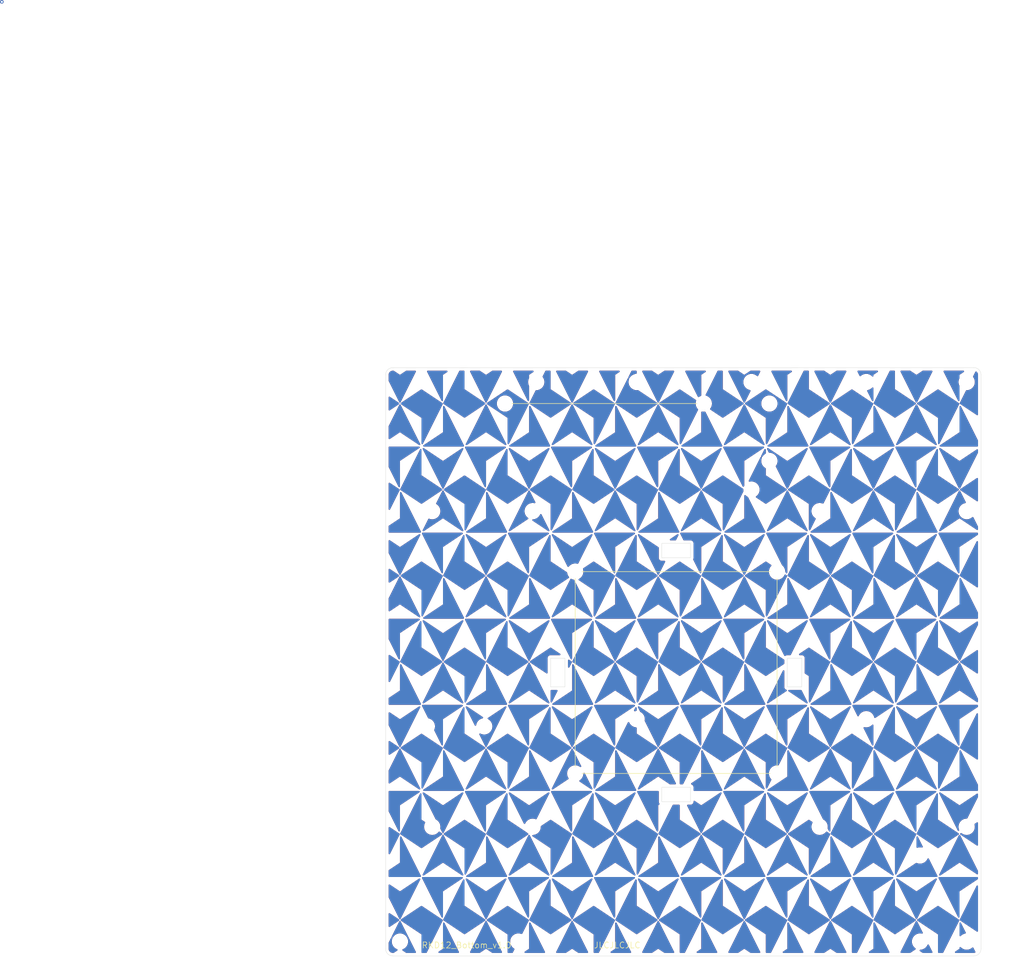
<source format=kicad_pcb>
(kicad_pcb (version 20241229) (generator "pcbnew") (generator_version "9.0")
  (layers (0 "F.Cu" signal) (2 "B.Cu" signal) (13 "F.Paste" user) (15 "B.Paste" user) (5 "F.SilkS" user "F.Silkscreen") (7 "B.SilkS" user "B.Silkscreen") (1 "F.Mask" user) (3 "B.Mask" user) (25 "Edge.Cuts" user))
  (net 0 "")
  (footprint "kbd_Hole:m2_Screw_Hole" (layer "F.Cu") (at 140.493868 27.384398)
    (property "Reference" "Ref**")
    (property "Value" "Val**")
    (pad "" np_thru_hole circle (at 0 0) (size 2.2 2.2) (drill 2.2) (layers "*.Cu" "*.Mask"))
  )
  (footprint "Rikkodo_FootPrint:rkd_Guard_Screw_Hall" (layer "F.Cu") (at 91.380425 54.76866 -90)
    (property "Reference" "Point1" (hide yes))
    (property "Value" "Guard_Screw_Hall" (hide yes))
    (pad "" np_thru_hole circle (at 29.765625 -4.7625 270) (size 2.2 2.2) (drill 2.2) (layers "*.Cu" "*.Mask"))
    (pad "" np_thru_hole circle (at 29.765625 4.7625 270) (size 2.2 2.2) (drill 2.2) (layers "*.Cu" "*.Mask"))
  )
  (footprint "kbd_Hole:m2_Screw_Hole" (layer "F.Cu") (at 176.2125 27.384375)
    (property "Reference" "Ref**")
    (property "Value" "Val**")
    (pad "" np_thru_hole circle (at 0 0) (size 2.2 2.2) (drill 2.2) (layers "*.Cu" "*.Mask"))
  )
  (footprint "Rikkodo_FootPrint:rkd_picot5400_BTM" (layer "F.Cu") (at 127.992295 75.604713)
    (property "Reference" "Picot**" (hide yes))
    (property "Value" "rkd_picot5400_BTM")
    (pad "" np_thru_hole circle (at -16.75 -16.75) (size 2.2 2.2) (drill 2.2) (layers "*.Cu" "*.Mask"))
    (pad "" np_thru_hole circle (at -16.75 16.75) (size 2.2 2.2) (drill 2.2) (layers "*.Cu" "*.Mask"))
    (pad "" np_thru_hole circle (at 16.75 -16.75) (size 2.2 2.2) (drill 2.2) (layers "*.Cu" "*.Mask"))
    (pad "" np_thru_hole circle (at 16.75 16.75) (size 2.2 2.2) (drill 2.2) (layers "*.Cu" "*.Mask"))
  )
  (footprint "kbd_Hole:m2_Screw_Hole" (layer "F.Cu") (at 121.443852 83.34382)
    (property "Reference" "Ref**")
    (property "Value" "Val**")
    (pad "" np_thru_hole circle (at 0 0) (size 2.2 2.2) (drill 2.2) (layers "*.Cu" "*.Mask"))
  )
  (footprint "kbd_Hole:m2_Screw_Hole" (layer "F.Cu") (at 87.510792 48.815624)
    (property "Reference" "Ref**")
    (property "Value" "Val**")
    (pad "" np_thru_hole circle (at 0 0) (size 2.2 2.2) (drill 2.2) (layers "*.Cu" "*.Mask"))
  )
  (footprint "kbd_Hole:m2_Screw_Hole" (layer "F.Cu") (at 176.2125 101.203125)
    (property "Reference" "Ref**")
    (property "Value" "Val**")
    (pad "" np_thru_hole circle (at 0 0) (size 2.2 2.2) (drill 2.2) (layers "*.Cu" "*.Mask"))
  )
  (footprint "kbd_Hole:m2_Screw_Hole" (layer "F.Cu") (at 82.153125 120.253125)
    (property "Reference" "Ref**")
    (property "Value" "Val**")
    (pad "" np_thru_hole circle (at 0 0) (size 2.2 2.2) (drill 2.2) (layers "*.Cu" "*.Mask"))
  )
  (footprint "kbd_Hole:m2_Screw_Hole" (layer "F.Cu") (at 151.804542 101.203124)
    (property "Reference" "Ref**")
    (property "Value" "Val**")
    (pad "" np_thru_hole circle (at 0 0) (size 2.2 2.2) (drill 2.2) (layers "*.Cu" "*.Mask"))
  )
  (footprint "kbd_Hole:m2_Screw_Hole" (layer "F.Cu") (at 104.179442 101.203124)
    (property "Reference" "Ref**")
    (property "Value" "Val**")
    (pad "" np_thru_hole circle (at 0 0) (size 2.2 2.2) (drill 2.2) (layers "*.Cu" "*.Mask"))
  )
  (footprint "kbd_Hole:m2_Screw_Hole" (layer "F.Cu") (at 87.510792 101.203124)
    (property "Reference" "Ref**")
    (property "Value" "Val**")
    (pad "" np_thru_hole circle (at 0 0) (size 2.2 2.2) (drill 2.2) (layers "*.Cu" "*.Mask"))
  )
  (footprint "kbd_Hole:m2_Screw_Hole" (layer "F.Cu") (at 121.443852 27.384398)
    (property "Reference" "Ref**")
    (property "Value" "Val**")
    (pad "" np_thru_hole circle (at 0 0) (size 2.2 2.2) (drill 2.2) (layers "*.Cu" "*.Mask"))
  )
  (footprint "kbd_Hole:m2_Screw_Hole" (layer "F.Cu") (at 104.179542 48.815624)
    (property "Reference" "Ref**")
    (property "Value" "Val**")
    (pad "" np_thru_hole circle (at 0 0) (size 2.2 2.2) (drill 2.2) (layers "*.Cu" "*.Mask"))
  )
  (footprint "kbd_Hole:m2_Screw_Hole" (layer "F.Cu") (at 168.473292 120.253124)
    (property "Reference" "Ref**")
    (property "Value" "Val**")
    (pad "" np_thru_hole circle (at 0 0) (size 2.2 2.2) (drill 2.2) (layers "*.Cu" "*.Mask"))
  )
  (footprint "kbd_Hole:m2_Screw_Hole" (layer "F.Cu") (at 104.775 27.384375)
    (property "Reference" "Ref**")
    (property "Value" "Val**")
    (pad "" np_thru_hole circle (at 0 0) (size 2.2 2.2) (drill 2.2) (layers "*.Cu" "*.Mask"))
  )
  (footprint "Rikkodo_FootPrint:rkd_unified_wid_BTM" (layer "F.Cu") (at 116.085792 30.956249)
    (property "Reference" "UnifiedW**" (hide yes))
    (property "Value" "rkd_unified_wid_BTM" (hide yes))
    (pad "" np_thru_hole circle (at -16.5 0) (size 2.2 2.2) (drill 2.2) (layers "*.Cu" "*.Mask"))
    (pad "" np_thru_hole circle (at 16.5 0) (size 2.2 2.2) (drill 2.2) (layers "*.Cu" "*.Mask"))
  )
  (footprint "kbd_Hole:m2_Screw_Hole" (layer "F.Cu") (at 159.54375 27.384375)
    (property "Reference" "Ref**")
    (property "Value" "Val**")
    (pad "" np_thru_hole circle (at 0 0) (size 2.2 2.2) (drill 2.2) (layers "*.Cu" "*.Mask"))
  )
  (footprint "kbd_Hole:m2_Screw_Hole" (layer "F.Cu") (at 140.493868 45.243788)
    (property "Reference" "Ref**")
    (property "Value" "Val**")
    (pad "" np_thru_hole circle (at 0 0) (size 2.2 2.2) (drill 2.2) (layers "*.Cu" "*.Mask"))
  )
  (footprint "Rikkodo_FootPrint:rkd_Guard_Screw_Hall" (layer "F.Cu") (at 113.704452 35.718716)
    (property "Reference" "Point1" (hide yes))
    (property "Value" "Guard_Screw_Hall" (hide yes))
    (pad "" np_thru_hole circle (at 29.765625 -4.7625) (size 2.2 2.2) (drill 2.2) (layers "*.Cu" "*.Mask"))
    (pad "" np_thru_hole circle (at 29.765625 4.7625) (size 2.2 2.2) (drill 2.2) (layers "*.Cu" "*.Mask"))
  )
  (footprint "kbd_Hole:m2_Screw_Hole" (layer "F.Cu") (at 176.2125 120.253125)
    (property "Reference" "Ref**")
    (property "Value" "Val**")
    (pad "" np_thru_hole circle (at 0 0) (size 2.2 2.2) (drill 2.2) (layers "*.Cu" "*.Mask"))
  )
  (footprint "kbd_Hole:m2_Screw_Hole" (layer "F.Cu") (at 101.798292 120.253124)
    (property "Reference" "Ref**")
    (property "Value" "Val**")
    (pad "" np_thru_hole circle (at 0 0) (size 2.2 2.2) (drill 2.2) (layers "*.Cu" "*.Mask"))
  )
  (footprint "kbd_Hole:m2_Screw_Hole" (layer "F.Cu") (at 176.2125 48.815625)
    (property "Reference" "Ref**")
    (property "Value" "Val**")
    (pad "" np_thru_hole circle (at 0 0) (size 2.2 2.2) (drill 2.2) (layers "*.Cu" "*.Mask"))
  )
  (footprint "kbd_Hole:m2_Screw_Hole" (layer "F.Cu") (at 159.543884 83.34382)
    (property "Reference" "Ref**")
    (property "Value" "Val**")
    (pad "" np_thru_hole circle (at 0 0) (size 2.2 2.2) (drill 2.2) (layers "*.Cu" "*.Mask"))
  )
  (footprint "kbd_Hole:m2_Screw_Hole" (layer "F.Cu") (at 151.804542 48.815624)
    (property "Reference" "Ref**")
    (property "Value" "Val**")
    (pad "" np_thru_hole circle (at 0 0) (size 2.2 2.2) (drill 2.2) (layers "*.Cu" "*.Mask"))
  )
  (footprint "kbd_Hole:m2_Screw_Hole" (layer "F.Cu") (at 168.473292 105.965624)
    (property "Reference" "Ref**")
    (property "Value" "Val**")
    (pad "" np_thru_hole circle (at 0 0) (size 2.2 2.2) (drill 2.2) (layers "*.Cu" "*.Mask"))
  )
  (gr_arc (start 80.962353 122.634228) (mid 80.120558 122.285545) (end 79.771875 121.44375) (stroke (width 0.05)) (layer "Edge.Cuts"))
  (gr_line (start 79.771728 26.193897) (end 79.771875 121.44375) (stroke (width 0.05)) (layer "Edge.Cuts"))
  (gr_line (start 80.9625 25.003175) (end 177.403125 24.99375) (stroke (width 0.05)) (layer "Edge.Cuts"))
  (gr_rect (start 125.611078 94.65465) (end 130.37358 97.0359) (stroke (width 0.05)) (fill no) (layer "Edge.Cuts"))
  (gr_arc (start 79.771875 26.19375) (mid 80.120601 25.351851) (end 80.9625 25.003125) (stroke (width 0.05)) (layer "Edge.Cuts"))
  (gr_line (start 80.962353 122.64375) (end 177.403125 122.64375) (stroke (width 0.05)) (layer "Edge.Cuts"))
  (gr_arc (start 178.59375 121.44375) (mid 178.245024 122.285649) (end 177.403125 122.634375) (stroke (width 0.05)) (layer "Edge.Cuts"))
  (gr_rect (start 146.446875 73.223399) (end 148.828125 77.985901) (stroke (width 0.05)) (fill no) (layer "Edge.Cuts"))
  (gr_line (start 178.59375 121.4437) (end 178.59375 26.1844) (stroke (width 0.05)) (layer "Edge.Cuts"))
  (gr_rect (start 107.156342 73.223462) (end 109.537592 77.985964) (stroke (width 0.05)) (fill no) (layer "Edge.Cuts"))
  (gr_arc (start 177.403125 24.99375) (mid 178.245024 25.342476) (end 178.59375 26.184375) (stroke (width 0.05)) (layer "Edge.Cuts"))
  (gr_rect (start 125.611078 54.1734) (end 130.37358 56.55465) (stroke (width 0.05)) (fill no) (layer "Edge.Cuts"))
  (gr_text "JLCJLCJLC" (at 114.3 121.44375 0) (layer "F.SilkS") (effects (font (size 1 1) (thickness 0.1)) (justify left bottom)))
  (gr_text "RKD12_Bottom_v1.0" (at 85.725 121.44375 0) (layer "F.SilkS") (effects (font (size 1 1) (thickness 0.1)) (justify left bottom)))
  (via (at 16.073451 -35.71878) (size 0.6) (drill 0.3) (layers "F.Cu" "B.Cu") (net 0))
  (zone (net 0) (net_name "") (layers "F.Cu" "B.Cu") (name "deco") (connect_pads (clearance 0)) (min_thickness 0.25)
    (keepout (tracks allowed) (vias allowed) (pads allowed) (copperpour not_allowed) (footprints allowed))
    (fill (thermal_gap 0.5) (thermal_bridge_width 0.5))
    (polygon (pts (xy 117.871787 30.956228) (xy 121.443662 33.337478) (xy 125.015537 30.956228) (xy 121.443662 38.099978)))
  )
  (zone (net 0) (net_name "") (layers "F.Cu" "B.Cu") (name "deco") (connect_pads (clearance 0)) (min_thickness 0.25)
    (keepout (tracks allowed) (vias allowed) (pads allowed) (copperpour not_allowed) (footprints allowed))
    (fill (thermal_gap 0.5) (thermal_bridge_width 0.5))
    (polygon (pts (xy 132.159288 116.681228) (xy 128.587413 114.299978) (xy 125.015539 116.681228) (xy 128.587413 109.537479)))
  )
  (zone (net 0) (net_name "") (layers "F.Cu" "B.Cu") (name "deco") (connect_pads (clearance 0)) (min_thickness 0.25)
    (keepout (tracks allowed) (vias allowed) (pads allowed) (copperpour not_allowed) (footprints allowed))
    (fill (thermal_gap 0.5) (thermal_bridge_width 0.5))
    (polygon (pts (xy 103.584287 30.956228) (xy 107.156162 33.337478) (xy 110.728037 30.956228) (xy 107.156162 38.099978)))
  )
  (zone (net 0) (net_name "") (layers "F.Cu" "B.Cu") (name "deco") (connect_pads (clearance 0)) (min_thickness 0.25)
    (keepout (tracks allowed) (vias allowed) (pads allowed) (copperpour not_allowed) (footprints allowed))
    (fill (thermal_gap 0.5) (thermal_bridge_width 0.5))
    (polygon (pts (xy 157.162413 95.249978) (xy 153.590538 92.868728) (xy 150.018663 95.249978)))
  )
  (zone (net 0) (net_name "") (layers "F.Cu" "B.Cu") (name "deco") (connect_pads (clearance 0)) (min_thickness 0.25)
    (keepout (tracks allowed) (vias allowed) (pads allowed) (copperpour not_allowed) (footprints allowed))
    (fill (thermal_gap 0.5) (thermal_bridge_width 0.5))
    (polygon (pts (xy 107.156163 114.299978) (xy 110.728038 116.681228) (xy 107.156163 109.537478)))
  )
  (zone (net 0) (net_name "") (layers "F.Cu" "B.Cu") (name "deco") (connect_pads (clearance 0)) (min_thickness 0.25)
    (keepout (tracks allowed) (vias allowed) (pads allowed) (copperpour not_allowed) (footprints allowed))
    (fill (thermal_gap 0.5) (thermal_bridge_width 0.5))
    (polygon (pts (xy 185.737412 66.674978) (xy 182.165537 64.293728) (xy 178.593662 66.674978)))
  )
  (zone (net 0) (net_name "") (layers "F.Cu" "B.Cu") (name "deco") (connect_pads (clearance 0)) (min_thickness 0.25)
    (keepout (tracks allowed) (vias allowed) (pads allowed) (copperpour not_allowed) (footprints allowed))
    (fill (thermal_gap 0.5) (thermal_bridge_width 0.5))
    (polygon (pts (xy 150.018662 52.387478) (xy 153.590537 54.768728) (xy 157.162412 52.387478)))
  )
  (zone (net 0) (net_name "") (layers "F.Cu" "B.Cu") (name "deco") (connect_pads (clearance 0)) (min_thickness 0.25)
    (keepout (tracks allowed) (vias allowed) (pads allowed) (copperpour not_allowed) (footprints allowed))
    (fill (thermal_gap 0.5) (thermal_bridge_width 0.5))
    (polygon (pts (xy 164.306163 80.962478) (xy 160.734288 78.581228) (xy 157.162413 80.962478)))
  )
  (zone (net 0) (net_name "") (layers "F.Cu" "B.Cu") (name "deco") (connect_pads (clearance 0)) (min_thickness 0.25)
    (keepout (tracks allowed) (vias allowed) (pads allowed) (copperpour not_allowed) (footprints allowed))
    (fill (thermal_gap 0.5) (thermal_bridge_width 0.5))
    (polygon (pts (xy 171.449913 123.824978) (xy 167.878038 121.443728) (xy 164.306163 123.824978)))
  )
  (zone (net 0) (net_name "") (layers "F.Cu" "B.Cu") (name "deco") (connect_pads (clearance 0)) (min_thickness 0.25)
    (keepout (tracks allowed) (vias allowed) (pads allowed) (copperpour not_allowed) (footprints allowed))
    (fill (thermal_gap 0.5) (thermal_bridge_width 0.5))
    (polygon (pts (xy 178.593662 57.149978) (xy 182.165537 59.531228) (xy 178.593662 52.387478)))
  )
  (zone (net 0) (net_name "") (layers "F.Cu" "B.Cu") (name "deco") (connect_pads (clearance 0)) (min_thickness 0.25)
    (keepout (tracks allowed) (vias allowed) (pads allowed) (copperpour not_allowed) (footprints allowed))
    (fill (thermal_gap 0.5) (thermal_bridge_width 0.5))
    (polygon (pts (xy 171.449913 90.487478) (xy 167.878038 88.106228) (xy 171.449913 95.249978)))
  )
  (zone (net 0) (net_name "") (layers "F.Cu" "B.Cu") (name "deco") (connect_pads (clearance 0)) (min_thickness 0.25)
    (keepout (tracks allowed) (vias allowed) (pads allowed) (copperpour not_allowed) (footprints allowed))
    (fill (thermal_gap 0.5) (thermal_bridge_width 0.5))
    (polygon (pts (xy 92.868662 57.149978) (xy 96.440537 59.531228) (xy 92.868662 52.387478)))
  )
  (zone (net 0) (net_name "") (layers "F.Cu" "B.Cu") (name "deco") (connect_pads (clearance 0)) (min_thickness 0.25)
    (keepout (tracks allowed) (vias allowed) (pads allowed) (copperpour not_allowed) (footprints allowed))
    (fill (thermal_gap 0.5) (thermal_bridge_width 0.5))
    (polygon (pts (xy 85.724913 95.249978) (xy 82.153038 92.868728) (xy 78.581163 95.249978)))
  )
  (zone (net 0) (net_name "") (layers "F.Cu" "B.Cu") (name "deco") (connect_pads (clearance 0)) (min_thickness 0.25)
    (keepout (tracks allowed) (vias allowed) (pads allowed) (copperpour not_allowed) (footprints allowed))
    (fill (thermal_gap 0.5) (thermal_bridge_width 0.5))
    (polygon (pts (xy 125.015537 45.243728) (xy 128.587412 47.624978) (xy 132.159287 45.243728) (xy 128.587412 52.387478)))
  )
  (zone (net 0) (net_name "") (layers "F.Cu" "B.Cu") (name "deco") (connect_pads (clearance 0)) (min_thickness 0.25)
    (keepout (tracks allowed) (vias allowed) (pads allowed) (copperpour not_allowed) (footprints allowed))
    (fill (thermal_gap 0.5) (thermal_bridge_width 0.5))
    (polygon (pts (xy 89.296787 59.531228) (xy 85.724912 57.149978) (xy 82.153038 59.531228) (xy 85.724912 52.387479)))
  )
  (zone (net 0) (net_name "") (layers "F.Cu" "B.Cu") (name "deco") (connect_pads (clearance 0)) (min_thickness 0.25)
    (keepout (tracks allowed) (vias allowed) (pads allowed) (copperpour not_allowed) (footprints allowed))
    (fill (thermal_gap 0.5) (thermal_bridge_width 0.5))
    (polygon (pts (xy 178.593663 104.774978) (xy 175.021788 102.393728) (xy 178.593663 109.537478)))
  )
  (zone (net 0) (net_name "") (layers "F.Cu" "B.Cu") (name "deco") (connect_pads (clearance 0)) (min_thickness 0.25)
    (keepout (tracks allowed) (vias allowed) (pads allowed) (copperpour not_allowed) (footprints allowed))
    (fill (thermal_gap 0.5) (thermal_bridge_width 0.5))
    (polygon (pts (xy 135.731162 52.387478) (xy 139.303037 54.768728) (xy 142.874912 52.387478)))
  )
  (zone (net 0) (net_name "") (layers "F.Cu" "B.Cu") (name "deco") (connect_pads (clearance 0)) (min_thickness 0.25)
    (keepout (tracks allowed) (vias allowed) (pads allowed) (copperpour not_allowed) (footprints allowed))
    (fill (thermal_gap 0.5) (thermal_bridge_width 0.5))
    (polygon (pts (xy 142.874912 38.099978) (xy 146.446787 40.481228) (xy 150.018662 38.099978)))
  )
  (zone (net 0) (net_name "") (layers "F.Cu" "B.Cu") (name "deco") (connect_pads (clearance 0)) (min_thickness 0.25)
    (keepout (tracks allowed) (vias allowed) (pads allowed) (copperpour not_allowed) (footprints allowed))
    (fill (thermal_gap 0.5) (thermal_bridge_width 0.5))
    (polygon (pts (xy 178.593662 28.574978) (xy 182.165537 30.956228) (xy 178.593662 23.812478)))
  )
  (zone (net 0) (net_name "") (layers "F.Cu" "B.Cu") (name "deco") (connect_pads (clearance 0)) (min_thickness 0.25)
    (keepout (tracks allowed) (vias allowed) (pads allowed) (copperpour not_allowed) (footprints allowed))
    (fill (thermal_gap 0.5) (thermal_bridge_width 0.5))
    (polygon (pts (xy 135.731162 47.624978) (xy 132.159287 45.243728) (xy 135.731162 52.387478)))
  )
  (zone (net 0) (net_name "") (layers "F.Cu" "B.Cu") (name "deco") (connect_pads (clearance 0)) (min_thickness 0.25)
    (keepout (tracks allowed) (vias allowed) (pads allowed) (copperpour not_allowed) (footprints allowed))
    (fill (thermal_gap 0.5) (thermal_bridge_width 0.5))
    (polygon (pts (xy 85.724912 66.674978) (xy 82.153037 64.293728) (xy 78.581162 66.674978)))
  )
  (zone (net 0) (net_name "") (layers "F.Cu" "B.Cu") (name "deco") (connect_pads (clearance 0)) (min_thickness 0.25)
    (keepout (tracks allowed) (vias allowed) (pads allowed) (copperpour not_allowed) (footprints allowed))
    (fill (thermal_gap 0.5) (thermal_bridge_width 0.5))
    (polygon (pts (xy 142.874913 100.012478) (xy 146.446788 102.393728) (xy 142.874913 95.249978)))
  )
  (zone (net 0) (net_name "") (layers "F.Cu" "B.Cu") (name "deco") (connect_pads (clearance 0)) (min_thickness 0.25)
    (keepout (tracks allowed) (vias allowed) (pads allowed) (copperpour not_allowed) (footprints allowed))
    (fill (thermal_gap 0.5) (thermal_bridge_width 0.5))
    (polygon (pts (xy 121.443662 47.624978) (xy 117.871787 45.243728) (xy 121.443662 52.387478)))
  )
  (zone (net 0) (net_name "") (layers "F.Cu" "B.Cu") (name "deco") (connect_pads (clearance 0)) (min_thickness 0.25)
    (keepout (tracks allowed) (vias allowed) (pads allowed) (copperpour not_allowed) (footprints allowed))
    (fill (thermal_gap 0.5) (thermal_bridge_width 0.5))
    (polygon (pts (xy 107.156162 23.812478) (xy 103.584287 26.193728) (xy 103.584287 30.956228)))
  )
  (zone (net 0) (net_name "") (layers "F.Cu" "B.Cu") (name "deco") (connect_pads (clearance 0)) (min_thickness 0.25)
    (keepout (tracks allowed) (vias allowed) (pads allowed) (copperpour not_allowed) (footprints allowed))
    (fill (thermal_gap 0.5) (thermal_bridge_width 0.5))
    (polygon (pts (xy 150.018663 114.299978) (xy 153.590538 116.681228) (xy 150.018663 109.537478)))
  )
  (zone (net 0) (net_name "") (layers "F.Cu" "B.Cu") (name "deco") (connect_pads (clearance 0)) (min_thickness 0.25)
    (keepout (tracks allowed) (vias allowed) (pads allowed) (copperpour not_allowed) (footprints allowed))
    (fill (thermal_gap 0.5) (thermal_bridge_width 0.5))
    (polygon (pts (xy 114.299912 66.674978) (xy 110.728037 64.293728) (xy 107.156162 66.674978)))
  )
  (zone (net 0) (net_name "") (layers "F.Cu" "B.Cu") (name "deco") (connect_pads (clearance 0)) (min_thickness 0.25)
    (keepout (tracks allowed) (vias allowed) (pads allowed) (copperpour not_allowed) (footprints allowed))
    (fill (thermal_gap 0.5) (thermal_bridge_width 0.5))
    (polygon (pts (xy 128.587412 38.099978) (xy 132.159287 35.718728) (xy 132.159287 30.956228)))
  )
  (zone (net 0) (net_name "") (layers "F.Cu" "B.Cu") (name "deco") (connect_pads (clearance 0)) (min_thickness 0.25)
    (keepout (tracks allowed) (vias allowed) (pads allowed) (copperpour not_allowed) (footprints allowed))
    (fill (thermal_gap 0.5) (thermal_bridge_width 0.5))
    (polygon (pts (xy 128.587412 66.674978) (xy 132.159287 64.293728) (xy 132.159287 59.531228)))
  )
  (zone (net 0) (net_name "") (layers "F.Cu" "B.Cu") (name "deco") (connect_pads (clearance 0)) (min_thickness 0.25)
    (keepout (tracks allowed) (vias allowed) (pads allowed) (copperpour not_allowed) (footprints allowed))
    (fill (thermal_gap 0.5) (thermal_bridge_width 0.5))
    (polygon (pts (xy 85.724912 61.912478) (xy 82.153037 59.531228) (xy 85.724912 66.674978)))
  )
  (zone (net 0) (net_name "") (layers "F.Cu" "B.Cu") (name "deco") (connect_pads (clearance 0)) (min_thickness 0.25)
    (keepout (tracks allowed) (vias allowed) (pads allowed) (copperpour not_allowed) (footprints allowed))
    (fill (thermal_gap 0.5) (thermal_bridge_width 0.5))
    (polygon (pts (xy 142.874913 90.487478) (xy 139.303038 88.106228) (xy 142.874913 95.249978)))
  )
  (zone (net 0) (net_name "") (layers "F.Cu" "B.Cu") (name "deco") (connect_pads (clearance 0)) (min_thickness 0.25)
    (keepout (tracks allowed) (vias allowed) (pads allowed) (copperpour not_allowed) (footprints allowed))
    (fill (thermal_gap 0.5) (thermal_bridge_width 0.5))
    (polygon (pts (xy 114.299912 38.099978) (xy 110.728037 40.481228) (xy 110.728037 45.243728)))
  )
  (zone (net 0) (net_name "") (layers "F.Cu" "B.Cu") (name "deco") (connect_pads (clearance 0)) (min_thickness 0.25)
    (keepout (tracks allowed) (vias allowed) (pads allowed) (copperpour not_allowed) (footprints allowed))
    (fill (thermal_gap 0.5) (thermal_bridge_width 0.5))
    (polygon (pts (xy 146.446788 88.106228) (xy 150.018663 90.487478) (xy 153.590538 88.106228) (xy 150.018663 95.249978)))
  )
  (zone (net 0) (net_name "") (layers "F.Cu" "B.Cu") (name "deco") (connect_pads (clearance 0)) (min_thickness 0.25)
    (keepout (tracks allowed) (vias allowed) (pads allowed) (copperpour not_allowed) (footprints allowed))
    (fill (thermal_gap 0.5) (thermal_bridge_width 0.5))
    (polygon (pts (xy 171.449912 42.862478) (xy 175.021787 45.243728) (xy 171.449912 38.099978)))
  )
  (zone (net 0) (net_name "") (layers "F.Cu" "B.Cu") (name "deco") (connect_pads (clearance 0)) (min_thickness 0.25)
    (keepout (tracks allowed) (vias allowed) (pads allowed) (copperpour not_allowed) (footprints allowed))
    (fill (thermal_gap 0.5) (thermal_bridge_width 0.5))
    (polygon (pts (xy 89.296788 116.681228) (xy 92.868663 119.062478) (xy 96.440538 116.681228) (xy 92.868663 123.824978)))
  )
  (zone (net 0) (net_name "") (layers "F.Cu" "B.Cu") (name "deco") (connect_pads (clearance 0)) (min_thickness 0.25)
    (keepout (tracks allowed) (vias allowed) (pads allowed) (copperpour not_allowed) (footprints allowed))
    (fill (thermal_gap 0.5) (thermal_bridge_width 0.5))
    (polygon (pts (xy 125.015538 73.818728) (xy 128.587413 76.199978) (xy 132.159288 73.818728) (xy 128.587413 80.962478)))
  )
  (zone (net 0) (net_name "") (layers "F.Cu" "B.Cu") (name "deco") (connect_pads (clearance 0)) (min_thickness 0.25)
    (keepout (tracks allowed) (vias allowed) (pads allowed) (copperpour not_allowed) (footprints allowed))
    (fill (thermal_gap 0.5) (thermal_bridge_width 0.5))
    (polygon (pts (xy 114.299912 66.674978) (xy 117.871787 69.056228) (xy 121.443662 66.674978)))
  )
  (zone (net 0) (net_name "") (layers "F.Cu" "B.Cu") (name "deco") (connect_pads (clearance 0)) (min_thickness 0.25)
    (keepout (tracks allowed) (vias allowed) (pads allowed) (copperpour not_allowed) (footprints allowed))
    (fill (thermal_gap 0.5) (thermal_bridge_width 0.5))
    (polygon (pts (xy 96.440537 73.818728) (xy 92.868662 71.437478) (xy 89.296788 73.818728) (xy 92.868662 66.674979)))
  )
  (zone (net 0) (net_name "") (layers "F.Cu" "B.Cu") (name "deco") (connect_pads (clearance 0)) (min_thickness 0.25)
    (keepout (tracks allowed) (vias allowed) (pads allowed) (copperpour not_allowed) (footprints allowed))
    (fill (thermal_gap 0.5) (thermal_bridge_width 0.5))
    (polygon (pts (xy 128.587412 38.099978) (xy 125.015537 35.718728) (xy 121.443662 38.099978)))
  )
  (zone (net 0) (net_name "") (layers "F.Cu" "B.Cu") (name "deco") (connect_pads (clearance 0)) (min_thickness 0.25)
    (keepout (tracks allowed) (vias allowed) (pads allowed) (copperpour not_allowed) (footprints allowed))
    (fill (thermal_gap 0.5) (thermal_bridge_width 0.5))
    (polygon (pts (xy 142.874913 95.249978) (xy 139.303038 97.631228) (xy 139.303038 102.393728)))
  )
  (zone (net 0) (net_name "") (layers "F.Cu" "B.Cu") (name "deco") (connect_pads (clearance 0)) (min_thickness 0.25)
    (keepout (tracks allowed) (vias allowed) (pads allowed) (copperpour not_allowed) (footprints allowed))
    (fill (thermal_gap 0.5) (thermal_bridge_width 0.5))
    (polygon (pts (xy 92.868662 47.624978) (xy 89.296787 45.243728) (xy 92.868662 52.387478)))
  )
  (zone (net 0) (net_name "") (layers "F.Cu" "B.Cu") (name "deco") (connect_pads (clearance 0)) (min_thickness 0.25)
    (keepout (tracks allowed) (vias allowed) (pads allowed) (copperpour not_allowed) (footprints allowed))
    (fill (thermal_gap 0.5) (thermal_bridge_width 0.5))
    (polygon (pts (xy 121.443662 52.387478) (xy 117.871787 54.768728) (xy 117.871787 59.531228)))
  )
  (zone (net 0) (net_name "") (layers "F.Cu" "B.Cu") (name "deco") (connect_pads (clearance 0)) (min_thickness 0.25)
    (keepout (tracks allowed) (vias allowed) (pads allowed) (copperpour not_allowed) (footprints allowed))
    (fill (thermal_gap 0.5) (thermal_bridge_width 0.5))
    (polygon (pts (xy 185.737413 123.824978) (xy 182.165538 121.443728) (xy 178.593663 123.824978)))
  )
  (zone (net 0) (net_name "") (layers "F.Cu" "B.Cu") (name "deco") (connect_pads (clearance 0)) (min_thickness 0.25)
    (keepout (tracks allowed) (vias allowed) (pads allowed) (copperpour not_allowed) (footprints allowed))
    (fill (thermal_gap 0.5) (thermal_bridge_width 0.5))
    (polygon (pts (xy 157.162412 38.099978) (xy 160.734287 35.718728) (xy 160.734287 30.956228)))
  )
  (zone (net 0) (net_name "") (layers "F.Cu" "B.Cu") (name "deco") (connect_pads (clearance 0)) (min_thickness 0.25)
    (keepout (tracks allowed) (vias allowed) (pads allowed) (copperpour not_allowed) (footprints allowed))
    (fill (thermal_gap 0.5) (thermal_bridge_width 0.5))
    (polygon (pts (xy 175.021787 30.956228) (xy 171.449912 28.574978) (xy 167.878038 30.956228) (xy 171.449912 23.812479)))
  )
  (zone (net 0) (net_name "") (layers "F.Cu" "B.Cu") (name "deco") (connect_pads (clearance 0)) (min_thickness 0.25)
    (keepout (tracks allowed) (vias allowed) (pads allowed) (copperpour not_allowed) (footprints allowed))
    (fill (thermal_gap 0.5) (thermal_bridge_width 0.5))
    (polygon (pts (xy 150.018662 52.387478) (xy 146.446787 54.768728) (xy 146.446787 59.531228)))
  )
  (zone (net 0) (net_name "") (layers "F.Cu" "B.Cu") (name "deco") (connect_pads (clearance 0)) (min_thickness 0.25)
    (keepout (tracks allowed) (vias allowed) (pads allowed) (copperpour not_allowed) (footprints allowed))
    (fill (thermal_gap 0.5) (thermal_bridge_width 0.5))
    (polygon (pts (xy 85.724912 38.099978) (xy 82.153037 40.481228) (xy 82.153037 45.243728)))
  )
  (zone (net 0) (net_name "") (layers "F.Cu" "B.Cu") (name "deco") (connect_pads (clearance 0)) (min_thickness 0.25)
    (keepout (tracks allowed) (vias allowed) (pads allowed) (copperpour not_allowed) (footprints allowed))
    (fill (thermal_gap 0.5) (thermal_bridge_width 0.5))
    (polygon (pts (xy 75.009287 30.956228) (xy 78.581162 33.337478) (xy 82.153037 30.956228) (xy 78.581162 38.099978)))
  )
  (zone (net 0) (net_name "") (layers "F.Cu" "B.Cu") (name "deco") (connect_pads (clearance 0)) (min_thickness 0.25)
    (keepout (tracks allowed) (vias allowed) (pads allowed) (copperpour not_allowed) (footprints allowed))
    (fill (thermal_gap 0.5) (thermal_bridge_width 0.5))
    (polygon (pts (xy 89.296788 116.681228) (xy 85.724913 114.299978) (xy 82.153039 116.681228) (xy 85.724913 109.537479)))
  )
  (zone (net 0) (net_name "") (layers "F.Cu" "B.Cu") (name "deco") (connect_pads (clearance 0)) (min_thickness 0.25)
    (keepout (tracks allowed) (vias allowed) (pads allowed) (copperpour not_allowed) (footprints allowed))
    (fill (thermal_gap 0.5) (thermal_bridge_width 0.5))
    (polygon (pts (xy 157.162413 90.487478) (xy 153.590538 88.106228) (xy 157.162413 95.249978)))
  )
  (zone (net 0) (net_name "") (layers "F.Cu" "B.Cu") (name "deco") (connect_pads (clearance 0)) (min_thickness 0.25)
    (keepout (tracks allowed) (vias allowed) (pads allowed) (copperpour not_allowed) (footprints allowed))
    (fill (thermal_gap 0.5) (thermal_bridge_width 0.5))
    (polygon (pts (xy 132.159287 59.531228) (xy 128.587412 57.149978) (xy 125.015538 59.531228) (xy 128.587412 52.387479)))
  )
  (zone (net 0) (net_name "") (layers "F.Cu" "B.Cu") (name "deco") (connect_pads (clearance 0)) (min_thickness 0.25)
    (keepout (tracks allowed) (vias allowed) (pads allowed) (copperpour not_allowed) (footprints allowed))
    (fill (thermal_gap 0.5) (thermal_bridge_width 0.5))
    (polygon (pts (xy 107.156162 47.624978) (xy 103.584287 45.243728) (xy 107.156162 52.387478)))
  )
  (zone (net 0) (net_name "") (layers "F.Cu" "B.Cu") (name "deco") (connect_pads (clearance 0)) (min_thickness 0.25)
    (keepout (tracks allowed) (vias allowed) (pads allowed) (copperpour not_allowed) (footprints allowed))
    (fill (thermal_gap 0.5) (thermal_bridge_width 0.5))
    (polygon (pts (xy 121.443663 80.962478) (xy 117.871788 78.581228) (xy 114.299913 80.962478)))
  )
  (zone (net 0) (net_name "") (layers "F.Cu" "B.Cu") (name "deco") (connect_pads (clearance 0)) (min_thickness 0.25)
    (keepout (tracks allowed) (vias allowed) (pads allowed) (copperpour not_allowed) (footprints allowed))
    (fill (thermal_gap 0.5) (thermal_bridge_width 0.5))
    (polygon (pts (xy 85.724913 119.062478) (xy 82.153038 116.681228) (xy 85.724913 123.824978)))
  )
  (zone (net 0) (net_name "") (layers "F.Cu" "B.Cu") (name "deco") (connect_pads (clearance 0)) (min_thickness 0.25)
    (keepout (tracks allowed) (vias allowed) (pads allowed) (copperpour not_allowed) (footprints allowed))
    (fill (thermal_gap 0.5) (thermal_bridge_width 0.5))
    (polygon (pts (xy 175.021787 30.956228) (xy 178.593662 33.337478) (xy 182.165537 30.956228) (xy 178.593662 38.099978)))
  )
  (zone (net 0) (net_name "") (layers "F.Cu" "B.Cu") (name "deco") (connect_pads (clearance 0)) (min_thickness 0.25)
    (keepout (tracks allowed) (vias allowed) (pads allowed) (copperpour not_allowed) (footprints allowed))
    (fill (thermal_gap 0.5) (thermal_bridge_width 0.5))
    (polygon (pts (xy 157.162413 100.012478) (xy 160.734288 102.393728) (xy 157.162413 95.249978)))
  )
  (zone (net 0) (net_name "") (layers "F.Cu" "B.Cu") (name "deco") (connect_pads (clearance 0)) (min_thickness 0.25)
    (keepout (tracks allowed) (vias allowed) (pads allowed) (copperpour not_allowed) (footprints allowed))
    (fill (thermal_gap 0.5) (thermal_bridge_width 0.5))
    (polygon (pts (xy 128.587412 66.674978) (xy 132.159287 69.056228) (xy 135.731162 66.674978)))
  )
  (zone (net 0) (net_name "") (layers "F.Cu" "B.Cu") (name "deco") (connect_pads (clearance 0)) (min_thickness 0.25)
    (keepout (tracks allowed) (vias allowed) (pads allowed) (copperpour not_allowed) (footprints allowed))
    (fill (thermal_gap 0.5) (thermal_bridge_width 0.5))
    (polygon (pts (xy 78.581162 23.812478) (xy 82.153037 26.193728) (xy 85.724912 23.812478)))
  )
  (zone (net 0) (net_name "") (layers "F.Cu" "B.Cu") (name "deco") (connect_pads (clearance 0)) (min_thickness 0.25)
    (keepout (tracks allowed) (vias allowed) (pads allowed) (copperpour not_allowed) (footprints allowed))
    (fill (thermal_gap 0.5) (thermal_bridge_width 0.5))
    (polygon (pts (xy 110.728037 73.818728) (xy 107.156162 71.437478) (xy 103.584288 73.818728) (xy 107.156162 66.674979)))
  )
  (zone (net 0) (net_name "") (layers "F.Cu" "B.Cu") (name "deco") (connect_pads (clearance 0)) (min_thickness 0.25)
    (keepout (tracks allowed) (vias allowed) (pads allowed) (copperpour not_allowed) (footprints allowed))
    (fill (thermal_gap 0.5) (thermal_bridge_width 0.5))
    (polygon (pts (xy 128.587413 95.249978) (xy 132.159288 92.868728) (xy 132.159288 88.106228)))
  )
  (zone (net 0) (net_name "") (layers "F.Cu" "B.Cu") (name "deco") (connect_pads (clearance 0)) (min_thickness 0.25)
    (keepout (tracks allowed) (vias allowed) (pads allowed) (copperpour not_allowed) (footprints allowed))
    (fill (thermal_gap 0.5) (thermal_bridge_width 0.5))
    (polygon (pts (xy 142.874912 38.099978) (xy 139.303037 35.718728) (xy 135.731162 38.099978)))
  )
  (zone (net 0) (net_name "") (layers "F.Cu" "B.Cu") (name "deco") (connect_pads (clearance 0)) (min_thickness 0.25)
    (keepout (tracks allowed) (vias allowed) (pads allowed) (copperpour not_allowed) (footprints allowed))
    (fill (thermal_gap 0.5) (thermal_bridge_width 0.5))
    (polygon (pts (xy 178.593662 52.387478) (xy 182.165537 50.006228) (xy 182.165537 45.243728)))
  )
  (zone (net 0) (net_name "") (layers "F.Cu" "B.Cu") (name "deco") (connect_pads (clearance 0)) (min_thickness 0.25)
    (keepout (tracks allowed) (vias allowed) (pads allowed) (copperpour not_allowed) (footprints allowed))
    (fill (thermal_gap 0.5) (thermal_bridge_width 0.5))
    (polygon (pts (xy 96.440537 45.243728) (xy 92.868662 42.862478) (xy 89.296788 45.243728) (xy 92.868662 38.099979)))
  )
  (zone (net 0) (net_name "") (layers "F.Cu" "B.Cu") (name "deco") (connect_pads (clearance 0)) (min_thickness 0.25)
    (keepout (tracks allowed) (vias allowed) (pads allowed) (copperpour not_allowed) (footprints allowed))
    (fill (thermal_gap 0.5) (thermal_bridge_width 0.5))
    (polygon (pts (xy 121.443662 57.149978) (xy 125.015537 59.531228) (xy 121.443662 52.387478)))
  )
  (zone (net 0) (net_name "") (layers "F.Cu" "B.Cu") (name "deco") (connect_pads (clearance 0)) (min_thickness 0.25)
    (keepout (tracks allowed) (vias allowed) (pads allowed) (copperpour not_allowed) (footprints allowed))
    (fill (thermal_gap 0.5) (thermal_bridge_width 0.5))
    (polygon (pts (xy 107.156162 28.574978) (xy 110.728037 30.956228) (xy 107.156162 23.812478)))
  )
  (zone (net 0) (net_name "") (layers "F.Cu" "B.Cu") (priority 1) (connect_pads yes (clearance 0.5)) (min_thickness 0.25) (fill yes (thermal_gap 0.5) (thermal_bridge_width 0.5))
    (polygon (pts (xy 178.5939 25.003146) (xy 79.771942 25.003146) (xy 79.771875 122.634375) (xy 178.59375 122.634375)))
  )
  (zone (net 0) (net_name "") (layers "F.Cu" "B.Cu") (name "deco") (connect_pads (clearance 0)) (min_thickness 0.25)
    (keepout (tracks allowed) (vias allowed) (pads allowed) (copperpour not_allowed) (footprints allowed))
    (fill (thermal_gap 0.5) (thermal_bridge_width 0.5))
    (polygon (pts (xy 117.871788 116.681228) (xy 121.443663 119.062478) (xy 125.015538 116.681228) (xy 121.443663 123.824978)))
  )
  (zone (net 0) (net_name "") (layers "F.Cu" "B.Cu") (name "deco") (connect_pads (clearance 0)) (min_thickness 0.25)
    (keepout (tracks allowed) (vias allowed) (pads allowed) (copperpour not_allowed) (footprints allowed))
    (fill (thermal_gap 0.5) (thermal_bridge_width 0.5))
    (polygon (pts (xy 185.737412 38.099978) (xy 182.165537 35.718728) (xy 178.593662 38.099978)))
  )
  (zone (net 0) (net_name "") (layers "F.Cu" "B.Cu") (name "deco") (connect_pads (clearance 0)) (min_thickness 0.25)
    (keepout (tracks allowed) (vias allowed) (pads allowed) (copperpour not_allowed) (footprints allowed))
    (fill (thermal_gap 0.5) (thermal_bridge_width 0.5))
    (polygon (pts (xy 110.728038 102.393728) (xy 114.299913 104.774978) (xy 117.871788 102.393728) (xy 114.299913 109.537478)))
  )
  (zone (net 0) (net_name "") (layers "F.Cu" "B.Cu") (name "deco") (connect_pads (clearance 0)) (min_thickness 0.25)
    (keepout (tracks allowed) (vias allowed) (pads allowed) (copperpour not_allowed) (footprints allowed))
    (fill (thermal_gap 0.5) (thermal_bridge_width 0.5))
    (polygon (pts (xy 107.156163 109.537478) (xy 110.728038 111.918728) (xy 114.299913 109.537478)))
  )
  (zone (net 0) (net_name "") (layers "F.Cu" "B.Cu") (name "deco") (connect_pads (clearance 0)) (min_thickness 0.25)
    (keepout (tracks allowed) (vias allowed) (pads allowed) (copperpour not_allowed) (footprints allowed))
    (fill (thermal_gap 0.5) (thermal_bridge_width 0.5))
    (polygon (pts (xy 92.868663 109.537478) (xy 89.296788 107.156228) (xy 85.724913 109.537478)))
  )
  (zone (net 0) (net_name "") (layers "F.Cu" "B.Cu") (name "deco") (connect_pads (clearance 0)) (min_thickness 0.25)
    (keepout (tracks allowed) (vias allowed) (pads allowed) (copperpour not_allowed) (footprints allowed))
    (fill (thermal_gap 0.5) (thermal_bridge_width 0.5))
    (polygon (pts (xy 107.156163 109.537478) (xy 110.728038 107.156228) (xy 110.728038 102.393728)))
  )
  (zone (net 0) (net_name "") (layers "F.Cu" "B.Cu") (name "deco") (connect_pads (clearance 0)) (min_thickness 0.25)
    (keepout (tracks allowed) (vias allowed) (pads allowed) (copperpour not_allowed) (footprints allowed))
    (fill (thermal_gap 0.5) (thermal_bridge_width 0.5))
    (polygon (pts (xy 92.868663 104.774978) (xy 89.296788 102.393728) (xy 92.868663 109.537478)))
  )
  (zone (net 0) (net_name "") (layers "F.Cu" "B.Cu") (name "deco") (connect_pads (clearance 0)) (min_thickness 0.25)
    (keepout (tracks allowed) (vias allowed) (pads allowed) (copperpour not_allowed) (footprints allowed))
    (fill (thermal_gap 0.5) (thermal_bridge_width 0.5))
    (polygon (pts (xy 125.015538 102.393728) (xy 128.587413 104.774978) (xy 132.159288 102.393728) (xy 128.587413 109.537478)))
  )
  (zone (net 0) (net_name "") (layers "F.Cu" "B.Cu") (name "deco") (connect_pads (clearance 0)) (min_thickness 0.25)
    (keepout (tracks allowed) (vias allowed) (pads allowed) (copperpour not_allowed) (footprints allowed))
    (fill (thermal_gap 0.5) (thermal_bridge_width 0.5))
    (polygon (pts (xy 128.587412 38.099978) (xy 125.015537 40.481228) (xy 125.015537 45.243728)))
  )
  (zone (net 0) (net_name "") (layers "F.Cu" "B.Cu") (name "deco") (connect_pads (clearance 0)) (min_thickness 0.25)
    (keepout (tracks allowed) (vias allowed) (pads allowed) (copperpour not_allowed) (footprints allowed))
    (fill (thermal_gap 0.5) (thermal_bridge_width 0.5))
    (polygon (pts (xy 114.299912 71.437478) (xy 117.871787 73.818728) (xy 114.299912 66.674978)))
  )
  (zone (net 0) (net_name "") (layers "F.Cu" "B.Cu") (name "deco") (connect_pads (clearance 0)) (min_thickness 0.25)
    (keepout (tracks allowed) (vias allowed) (pads allowed) (copperpour not_allowed) (footprints allowed))
    (fill (thermal_gap 0.5) (thermal_bridge_width 0.5))
    (polygon (pts (xy 135.731162 28.574978) (xy 139.303037 30.956228) (xy 135.731162 23.812478)))
  )
  (zone (net 0) (net_name "") (layers "F.Cu" "B.Cu") (name "deco") (connect_pads (clearance 0)) (min_thickness 0.25)
    (keepout (tracks allowed) (vias allowed) (pads allowed) (copperpour not_allowed) (footprints allowed))
    (fill (thermal_gap 0.5) (thermal_bridge_width 0.5))
    (polygon (pts (xy 114.299912 33.337478) (xy 110.728037 30.956228) (xy 114.299912 38.099978)))
  )
  (zone (net 0) (net_name "") (layers "F.Cu" "B.Cu") (name "deco") (connect_pads (clearance 0)) (min_thickness 0.25)
    (keepout (tracks allowed) (vias allowed) (pads allowed) (copperpour not_allowed) (footprints allowed))
    (fill (thermal_gap 0.5) (thermal_bridge_width 0.5))
    (polygon (pts (xy 82.153038 73.818728) (xy 85.724913 76.199978) (xy 89.296788 73.818728) (xy 85.724913 80.962478)))
  )
  (zone (net 0) (net_name "") (layers "F.Cu" "B.Cu") (name "deco") (connect_pads (clearance 0)) (min_thickness 0.25)
    (keepout (tracks allowed) (vias allowed) (pads allowed) (copperpour not_allowed) (footprints allowed))
    (fill (thermal_gap 0.5) (thermal_bridge_width 0.5))
    (polygon (pts (xy 128.587413 95.249978) (xy 125.015538 97.631228) (xy 125.015538 102.393728)))
  )
  (zone (net 0) (net_name "") (layers "F.Cu" "B.Cu") (name "deco") (connect_pads (clearance 0)) (min_thickness 0.25)
    (keepout (tracks allowed) (vias allowed) (pads allowed) (copperpour not_allowed) (footprints allowed))
    (fill (thermal_gap 0.5) (thermal_bridge_width 0.5))
    (polygon (pts (xy 171.449912 66.674978) (xy 167.878037 64.293728) (xy 164.306162 66.674978)))
  )
  (zone (net 0) (net_name "") (layers "F.Cu" "B.Cu") (name "deco") (connect_pads (clearance 0)) (min_thickness 0.25)
    (keepout (tracks allowed) (vias allowed) (pads allowed) (copperpour not_allowed) (footprints allowed))
    (fill (thermal_gap 0.5) (thermal_bridge_width 0.5))
    (polygon (pts (xy 135.731163 80.962478) (xy 132.159288 78.581228) (xy 128.587413 80.962478)))
  )
  (zone (net 0) (net_name "") (layers "F.Cu" "B.Cu") (name "deco") (connect_pads (clearance 0)) (min_thickness 0.25)
    (keepout (tracks allowed) (vias allowed) (pads allowed) (copperpour not_allowed) (footprints allowed))
    (fill (thermal_gap 0.5) (thermal_bridge_width 0.5))
    (polygon (pts (xy 92.868663 80.962478) (xy 89.296788 83.343728) (xy 89.296788 88.106228)))
  )
  (zone (net 0) (net_name "") (layers "F.Cu" "B.Cu") (name "deco") (connect_pads (clearance 0)) (min_thickness 0.25)
    (keepout (tracks allowed) (vias allowed) (pads allowed) (copperpour not_allowed) (footprints allowed))
    (fill (thermal_gap 0.5) (thermal_bridge_width 0.5))
    (polygon (pts (xy 150.018663 80.962478) (xy 153.590538 78.581228) (xy 153.590538 73.818728)))
  )
  (zone (net 0) (net_name "") (layers "F.Cu" "B.Cu") (name "deco") (connect_pads (clearance 0)) (min_thickness 0.25)
    (keepout (tracks allowed) (vias allowed) (pads allowed) (copperpour not_allowed) (footprints allowed))
    (fill (thermal_gap 0.5) (thermal_bridge_width 0.5))
    (polygon (pts (xy 142.874913 123.824978) (xy 146.446788 121.443728) (xy 146.446788 116.681228)))
  )
  (zone (net 0) (net_name "") (layers "F.Cu" "B.Cu") (name "deco") (connect_pads (clearance 0)) (min_thickness 0.25)
    (keepout (tracks allowed) (vias allowed) (pads allowed) (copperpour not_allowed) (footprints allowed))
    (fill (thermal_gap 0.5) (thermal_bridge_width 0.5))
    (polygon (pts (xy 103.584288 116.681228) (xy 107.156163 119.062478) (xy 110.728038 116.681228) (xy 107.156163 123.824978)))
  )
  (zone (net 0) (net_name "") (layers "F.Cu" "B.Cu") (name "deco") (connect_pads (clearance 0)) (min_thickness 0.25)
    (keepout (tracks allowed) (vias allowed) (pads allowed) (copperpour not_allowed) (footprints allowed))
    (fill (thermal_gap 0.5) (thermal_bridge_width 0.5))
    (polygon (pts (xy 89.296788 88.106228) (xy 85.724913 85.724978) (xy 82.153039 88.106228) (xy 85.724913 80.962479)))
  )
  (zone (net 0) (net_name "") (layers "F.Cu" "B.Cu") (name "deco") (connect_pads (clearance 0)) (min_thickness 0.25)
    (keepout (tracks allowed) (vias allowed) (pads allowed) (copperpour not_allowed) (footprints allowed))
    (fill (thermal_gap 0.5) (thermal_bridge_width 0.5))
    (polygon (pts (xy 178.593663 85.724978) (xy 182.165538 88.106228) (xy 178.593663 80.962478)))
  )
  (zone (net 0) (net_name "") (layers "F.Cu" "B.Cu") (name "deco") (connect_pads (clearance 0)) (min_thickness 0.25)
    (keepout (tracks allowed) (vias allowed) (pads allowed) (copperpour not_allowed) (footprints allowed))
    (fill (thermal_gap 0.5) (thermal_bridge_width 0.5))
    (polygon (pts (xy 128.587412 42.862478) (xy 132.159287 45.243728) (xy 128.587412 38.099978)))
  )
  (zone (net 0) (net_name "") (layers "F.Cu" "B.Cu") (name "deco") (connect_pads (clearance 0)) (min_thickness 0.25)
    (keepout (tracks allowed) (vias allowed) (pads allowed) (copperpour not_allowed) (footprints allowed))
    (fill (thermal_gap 0.5) (thermal_bridge_width 0.5))
    (polygon (pts (xy 135.731162 52.387478) (xy 132.159287 54.768728) (xy 132.159287 59.531228)))
  )
  (zone (net 0) (net_name "") (layers "F.Cu" "B.Cu") (name "deco") (connect_pads (clearance 0)) (min_thickness 0.25)
    (keepout (tracks allowed) (vias allowed) (pads allowed) (copperpour not_allowed) (footprints allowed))
    (fill (thermal_gap 0.5) (thermal_bridge_width 0.5))
    (polygon (pts (xy 178.593663 80.962478) (xy 182.165538 83.343728) (xy 185.737413 80.962478)))
  )
  (zone (net 0) (net_name "") (layers "F.Cu" "B.Cu") (name "deco") (connect_pads (clearance 0)) (min_thickness 0.25)
    (keepout (tracks allowed) (vias allowed) (pads allowed) (copperpour not_allowed) (footprints allowed))
    (fill (thermal_gap 0.5) (thermal_bridge_width 0.5))
    (polygon (pts (xy 167.878037 45.243728) (xy 164.306162 42.862478) (xy 160.734288 45.243728) (xy 164.306162 38.099979)))
  )
  (zone (net 0) (net_name "") (layers "F.Cu" "B.Cu") (name "deco") (connect_pads (clearance 0)) (min_thickness 0.25)
    (keepout (tracks allowed) (vias allowed) (pads allowed) (copperpour not_allowed) (footprints allowed))
    (fill (thermal_gap 0.5) (thermal_bridge_width 0.5))
    (polygon (pts (xy 114.299912 42.862478) (xy 117.871787 45.243728) (xy 114.299912 38.099978)))
  )
  (zone (net 0) (net_name "") (layers "F.Cu" "B.Cu") (name "deco") (connect_pads (clearance 0)) (min_thickness 0.25)
    (keepout (tracks allowed) (vias allowed) (pads allowed) (copperpour not_allowed) (footprints allowed))
    (fill (thermal_gap 0.5) (thermal_bridge_width 0.5))
    (polygon (pts (xy 171.449913 123.824978) (xy 175.021788 121.443728) (xy 175.021788 116.681228)))
  )
  (zone (net 0) (net_name "") (layers "F.Cu" "B.Cu") (name "deco") (connect_pads (clearance 0)) (min_thickness 0.25)
    (keepout (tracks allowed) (vias allowed) (pads allowed) (copperpour not_allowed) (footprints allowed))
    (fill (thermal_gap 0.5) (thermal_bridge_width 0.5))
    (polygon (pts (xy 182.165537 45.243728) (xy 178.593662 42.862478) (xy 175.021788 45.243728) (xy 178.593662 38.099979)))
  )
  (zone (net 0) (net_name "") (layers "F.Cu" "B.Cu") (name "deco") (connect_pads (clearance 0)) (min_thickness 0.25)
    (keepout (tracks allowed) (vias allowed) (pads allowed) (copperpour not_allowed) (footprints allowed))
    (fill (thermal_gap 0.5) (thermal_bridge_width 0.5))
    (polygon (pts (xy 135.731163 80.962478) (xy 139.303038 78.581228) (xy 139.303038 73.818728)))
  )
  (zone (net 0) (net_name "") (layers "F.Cu" "B.Cu") (name "deco") (connect_pads (clearance 0)) (min_thickness 0.25)
    (keepout (tracks allowed) (vias allowed) (pads allowed) (copperpour not_allowed) (footprints allowed))
    (fill (thermal_gap 0.5) (thermal_bridge_width 0.5))
    (polygon (pts (xy 85.724912 38.099978) (xy 89.296787 40.481228) (xy 92.868662 38.099978)))
  )
  (zone (net 0) (net_name "") (layers "F.Cu" "B.Cu") (name "deco") (connect_pads (clearance 0)) (min_thickness 0.25)
    (keepout (tracks allowed) (vias allowed) (pads allowed) (copperpour not_allowed) (footprints allowed))
    (fill (thermal_gap 0.5) (thermal_bridge_width 0.5))
    (polygon (pts (xy 135.731163 80.962478) (xy 139.303038 83.343728) (xy 142.874913 80.962478)))
  )
  (zone (net 0) (net_name "") (layers "F.Cu" "B.Cu") (name "deco") (connect_pads (clearance 0)) (min_thickness 0.25)
    (keepout (tracks allowed) (vias allowed) (pads allowed) (copperpour not_allowed) (footprints allowed))
    (fill (thermal_gap 0.5) (thermal_bridge_width 0.5))
    (polygon (pts (xy 171.449912 38.099978) (xy 175.021787 35.718728) (xy 175.021787 30.956228)))
  )
  (zone (net 0) (net_name "") (layers "F.Cu" "B.Cu") (name "deco") (connect_pads (clearance 0)) (min_thickness 0.25)
    (keepout (tracks allowed) (vias allowed) (pads allowed) (copperpour not_allowed) (footprints allowed))
    (fill (thermal_gap 0.5) (thermal_bridge_width 0.5))
    (polygon (pts (xy 100.012412 38.099978) (xy 103.584287 35.718728) (xy 103.584287 30.956228)))
  )
  (zone (net 0) (net_name "") (layers "F.Cu" "B.Cu") (name "deco") (connect_pads (clearance 0)) (min_thickness 0.25)
    (keepout (tracks allowed) (vias allowed) (pads allowed) (copperpour not_allowed) (footprints allowed))
    (fill (thermal_gap 0.5) (thermal_bridge_width 0.5))
    (polygon (pts (xy 103.584288 88.106228) (xy 107.156163 90.487478) (xy 110.728038 88.106228) (xy 107.156163 95.249978)))
  )
  (zone (net 0) (net_name "") (layers "F.Cu" "B.Cu") (name "deco") (connect_pads (clearance 0)) (min_thickness 0.25)
    (keepout (tracks allowed) (vias allowed) (pads allowed) (copperpour not_allowed) (footprints allowed))
    (fill (thermal_gap 0.5) (thermal_bridge_width 0.5))
    (polygon (pts (xy 121.443663 104.774978) (xy 117.871788 102.393728) (xy 121.443663 109.537478)))
  )
  (zone (net 0) (net_name "") (layers "F.Cu" "B.Cu") (name "deco") (connect_pads (clearance 0)) (min_thickness 0.25)
    (keepout (tracks allowed) (vias allowed) (pads allowed) (copperpour not_allowed) (footprints allowed))
    (fill (thermal_gap 0.5) (thermal_bridge_width 0.5))
    (polygon (pts (xy 171.449912 33.337478) (xy 167.878037 30.956228) (xy 171.449912 38.099978)))
  )
  (zone (net 0) (net_name "") (layers "F.Cu" "B.Cu") (name "deco") (connect_pads (clearance 0)) (min_thickness 0.25)
    (keepout (tracks allowed) (vias allowed) (pads allowed) (copperpour not_allowed) (footprints allowed))
    (fill (thermal_gap 0.5) (thermal_bridge_width 0.5))
    (polygon (pts (xy 164.306163 114.299978) (xy 167.878038 116.681228) (xy 164.306163 109.537478)))
  )
  (zone (net 0) (net_name "") (layers "F.Cu" "B.Cu") (name "deco") (connect_pads (clearance 0)) (min_thickness 0.25)
    (keepout (tracks allowed) (vias allowed) (pads allowed) (copperpour not_allowed) (footprints allowed))
    (fill (thermal_gap 0.5) (thermal_bridge_width 0.5))
    (polygon (pts (xy 128.587412 71.437478) (xy 132.159287 73.818728) (xy 128.587412 66.674978)))
  )
  (zone (net 0) (net_name "") (layers "F.Cu" "B.Cu") (name "deco") (connect_pads (clearance 0)) (min_thickness 0.25)
    (keepout (tracks allowed) (vias allowed) (pads allowed) (copperpour not_allowed) (footprints allowed))
    (fill (thermal_gap 0.5) (thermal_bridge_width 0.5))
    (polygon (pts (xy 150.018662 23.812478) (xy 146.446787 26.193728) (xy 146.446787 30.956228)))
  )
  (zone (net 0) (net_name "") (layers "F.Cu" "B.Cu") (name "deco") (connect_pads (clearance 0)) (min_thickness 0.25)
    (keepout (tracks allowed) (vias allowed) (pads allowed) (copperpour not_allowed) (footprints allowed))
    (fill (thermal_gap 0.5) (thermal_bridge_width 0.5))
    (polygon (pts (xy 142.874912 66.674978) (xy 139.303037 64.293728) (xy 135.731162 66.674978)))
  )
  (zone (net 0) (net_name "") (layers "F.Cu" "B.Cu") (name "deco") (connect_pads (clearance 0)) (min_thickness 0.25)
    (keepout (tracks allowed) (vias allowed) (pads allowed) (copperpour not_allowed) (footprints allowed))
    (fill (thermal_gap 0.5) (thermal_bridge_width 0.5))
    (polygon (pts (xy 114.299912 38.099978) (xy 117.871787 40.481228) (xy 121.443662 38.099978)))
  )
  (zone (net 0) (net_name "") (layers "F.Cu" "B.Cu") (name "deco") (connect_pads (clearance 0)) (min_thickness 0.25)
    (keepout (tracks allowed) (vias allowed) (pads allowed) (copperpour not_allowed) (footprints allowed))
    (fill (thermal_gap 0.5) (thermal_bridge_width 0.5))
    (polygon (pts (xy 121.443662 23.812478) (xy 117.871787 26.193728) (xy 117.871787 30.956228)))
  )
  (zone (net 0) (net_name "") (layers "F.Cu" "B.Cu") (name "deco") (connect_pads (clearance 0)) (min_thickness 0.25)
    (keepout (tracks allowed) (vias allowed) (pads allowed) (copperpour not_allowed) (footprints allowed))
    (fill (thermal_gap 0.5) (thermal_bridge_width 0.5))
    (polygon (pts (xy 185.737413 95.249978) (xy 182.165538 92.868728) (xy 178.593663 95.249978)))
  )
  (zone (net 0) (net_name "") (layers "F.Cu" "B.Cu") (name "deco") (connect_pads (clearance 0)) (min_thickness 0.25)
    (keepout (tracks allowed) (vias allowed) (pads allowed) (copperpour not_allowed) (footprints allowed))
    (fill (thermal_gap 0.5) (thermal_bridge_width 0.5))
    (polygon (pts (xy 164.306162 52.387478) (xy 160.734287 50.006228) (xy 157.162412 52.387478)))
  )
  (zone (net 0) (net_name "") (layers "F.Cu" "B.Cu") (name "deco") (connect_pads (clearance 0)) (min_thickness 0.25)
    (keepout (tracks allowed) (vias allowed) (pads allowed) (copperpour not_allowed) (footprints allowed))
    (fill (thermal_gap 0.5) (thermal_bridge_width 0.5))
    (polygon (pts (xy 150.018663 80.962478) (xy 146.446788 78.581228) (xy 142.874913 80.962478)))
  )
  (zone (net 0) (net_name "") (layers "F.Cu" "B.Cu") (name "deco") (connect_pads (clearance 0)) (min_thickness 0.25)
    (keepout (tracks allowed) (vias allowed) (pads allowed) (copperpour not_allowed) (footprints allowed))
    (fill (thermal_gap 0.5) (thermal_bridge_width 0.5))
    (polygon (pts (xy 85.724913 95.249978) (xy 82.153038 97.631228) (xy 82.153038 102.393728)))
  )
  (zone (net 0) (net_name "") (layers "F.Cu" "B.Cu") (name "deco") (connect_pads (clearance 0)) (min_thickness 0.25)
    (keepout (tracks allowed) (vias allowed) (pads allowed) (copperpour not_allowed) (footprints allowed))
    (fill (thermal_gap 0.5) (thermal_bridge_width 0.5))
    (polygon (pts (xy 114.299913 95.249978) (xy 117.871788 97.631228) (xy 121.443663 95.249978)))
  )
  (zone (net 0) (net_name "") (layers "F.Cu" "B.Cu") (name "deco") (connect_pads (clearance 0)) (min_thickness 0.25)
    (keepout (tracks allowed) (vias allowed) (pads allowed) (copperpour not_allowed) (footprints allowed))
    (fill (thermal_gap 0.5) (thermal_bridge_width 0.5))
    (polygon (pts (xy 85.724912 71.437478) (xy 89.296787 73.818728) (xy 85.724912 66.674978)))
  )
  (zone (net 0) (net_name "") (layers "F.Cu" "B.Cu") (name "deco") (connect_pads (clearance 0)) (min_thickness 0.25)
    (keepout (tracks allowed) (vias allowed) (pads allowed) (copperpour not_allowed) (footprints allowed))
    (fill (thermal_gap 0.5) (thermal_bridge_width 0.5))
    (polygon (pts (xy 150.018662 57.149978) (xy 153.590537 59.531228) (xy 150.018662 52.387478)))
  )
  (zone (net 0) (net_name "") (layers "F.Cu" "B.Cu") (name "deco") (connect_pads (clearance 0)) (min_thickness 0.25)
    (keepout (tracks allowed) (vias allowed) (pads allowed) (copperpour not_allowed) (footprints allowed))
    (fill (thermal_gap 0.5) (thermal_bridge_width 0.5))
    (polygon (pts (xy 117.871788 88.106228) (xy 114.299913 85.724978) (xy 110.728039 88.106228) (xy 114.299913 80.962479)))
  )
  (zone (net 0) (net_name "") (layers "F.Cu" "B.Cu") (name "deco") (connect_pads (clearance 0)) (min_thickness 0.25)
    (keepout (tracks allowed) (vias allowed) (pads allowed) (copperpour not_allowed) (footprints allowed))
    (fill (thermal_gap 0.5) (thermal_bridge_width 0.5))
    (polygon (pts (xy 150.018663 109.537478) (xy 153.590538 107.156228) (xy 153.590538 102.393728)))
  )
  (zone (net 0) (net_name "") (layers "F.Cu" "B.Cu") (name "deco") (connect_pads (clearance 0)) (min_thickness 0.25)
    (keepout (tracks allowed) (vias allowed) (pads allowed) (copperpour not_allowed) (footprints allowed))
    (fill (thermal_gap 0.5) (thermal_bridge_width 0.5))
    (polygon (pts (xy 142.874912 66.674978) (xy 146.446787 69.056228) (xy 150.018662 66.674978)))
  )
  (zone (net 0) (net_name "") (layers "F.Cu" "B.Cu") (name "deco") (connect_pads (clearance 0)) (min_thickness 0.25)
    (keepout (tracks allowed) (vias allowed) (pads allowed) (copperpour not_allowed) (footprints allowed))
    (fill (thermal_gap 0.5) (thermal_bridge_width 0.5))
    (polygon (pts (xy 110.728037 45.243728) (xy 107.156162 42.862478) (xy 103.584288 45.243728) (xy 107.156162 38.099979)))
  )
  (zone (net 0) (net_name "") (layers "F.Cu" "B.Cu") (name "deco") (connect_pads (clearance 0)) (min_thickness 0.25)
    (keepout (tracks allowed) (vias allowed) (pads allowed) (copperpour not_allowed) (footprints allowed))
    (fill (thermal_gap 0.5) (thermal_bridge_width 0.5))
    (polygon (pts (xy 157.162412 42.862478) (xy 160.734287 45.243728) (xy 157.162412 38.099978)))
  )
  (zone (net 0) (net_name "") (layers "F.Cu" "B.Cu") (name "deco") (connect_pads (clearance 0)) (min_thickness 0.25)
    (keepout (tracks allowed) (vias allowed) (pads allowed) (copperpour not_allowed) (footprints allowed))
    (fill (thermal_gap 0.5) (thermal_bridge_width 0.5))
    (polygon (pts (xy 178.593663 109.537478) (xy 175.021788 111.918728) (xy 175.021788 116.681228)))
  )
  (zone (net 0) (net_name "") (layers "F.Cu" "B.Cu") (name "deco") (connect_pads (clearance 0)) (min_thickness 0.25)
    (keepout (tracks allowed) (vias allowed) (pads allowed) (copperpour not_allowed) (footprints allowed))
    (fill (thermal_gap 0.5) (thermal_bridge_width 0.5))
    (polygon (pts (xy 150.018663 109.537478) (xy 153.590538 111.918728) (xy 157.162413 109.537478)))
  )
  (zone (net 0) (net_name "") (layers "F.Cu" "B.Cu") (name "deco") (connect_pads (clearance 0)) (min_thickness 0.25)
    (keepout (tracks allowed) (vias allowed) (pads allowed) (copperpour not_allowed) (footprints allowed))
    (fill (thermal_gap 0.5) (thermal_bridge_width 0.5))
    (polygon (pts (xy 107.156162 52.387478) (xy 103.584287 50.006228) (xy 100.012412 52.387478)))
  )
  (zone (net 0) (net_name "") (layers "F.Cu" "B.Cu") (name "deco") (connect_pads (clearance 0)) (min_thickness 0.25)
    (keepout (tracks allowed) (vias allowed) (pads allowed) (copperpour not_allowed) (footprints allowed))
    (fill (thermal_gap 0.5) (thermal_bridge_width 0.5))
    (polygon (pts (xy 142.874912 33.337478) (xy 139.303037 30.956228) (xy 142.874912 38.099978)))
  )
  (zone (net 0) (net_name "") (layers "F.Cu" "B.Cu") (name "deco") (connect_pads (clearance 0)) (min_thickness 0.25)
    (keepout (tracks allowed) (vias allowed) (pads allowed) (copperpour not_allowed) (footprints allowed))
    (fill (thermal_gap 0.5) (thermal_bridge_width 0.5))
    (polygon (pts (xy 157.162413 95.249978) (xy 153.590538 97.631228) (xy 153.590538 102.393728)))
  )
  (zone (net 0) (net_name "") (layers "F.Cu" "B.Cu") (name "deco") (connect_pads (clearance 0)) (min_thickness 0.25)
    (keepout (tracks allowed) (vias allowed) (pads allowed) (copperpour not_allowed) (footprints allowed))
    (fill (thermal_gap 0.5) (thermal_bridge_width 0.5))
    (polygon (pts (xy 157.162412 66.674978) (xy 160.734287 64.293728) (xy 160.734287 59.531228)))
  )
  (zone (net 0) (net_name "") (layers "F.Cu" "B.Cu") (name "deco") (connect_pads (clearance 0)) (min_thickness 0.25)
    (keepout (tracks allowed) (vias allowed) (pads allowed) (copperpour not_allowed) (footprints allowed))
    (fill (thermal_gap 0.5) (thermal_bridge_width 0.5))
    (polygon (pts (xy 100.012412 66.674978) (xy 96.440537 69.056228) (xy 96.440537 73.818728)))
  )
  (zone (net 0) (net_name "") (layers "F.Cu" "B.Cu") (name "deco") (connect_pads (clearance 0)) (min_thickness 0.25)
    (keepout (tracks allowed) (vias allowed) (pads allowed) (copperpour not_allowed) (footprints allowed))
    (fill (thermal_gap 0.5) (thermal_bridge_width 0.5))
    (polygon (pts (xy 85.724912 42.862478) (xy 89.296787 45.243728) (xy 85.724912 38.099978)))
  )
  (zone (net 0) (net_name "") (layers "F.Cu" "B.Cu") (name "deco") (connect_pads (clearance 0)) (min_thickness 0.25)
    (keepout (tracks allowed) (vias allowed) (pads allowed) (copperpour not_allowed) (footprints allowed))
    (fill (thermal_gap 0.5) (thermal_bridge_width 0.5))
    (polygon (pts (xy 100.012412 42.862478) (xy 103.584287 45.243728) (xy 100.012412 38.099978)))
  )
  (zone (net 0) (net_name "") (layers "F.Cu" "B.Cu") (name "deco") (connect_pads (clearance 0)) (min_thickness 0.25)
    (keepout (tracks allowed) (vias allowed) (pads allowed) (copperpour not_allowed) (footprints allowed))
    (fill (thermal_gap 0.5) (thermal_bridge_width 0.5))
    (polygon (pts (xy 150.018663 85.724978) (xy 153.590538 88.106228) (xy 150.018663 80.962478)))
  )
  (zone (net 0) (net_name "") (layers "F.Cu" "B.Cu") (name "deco") (connect_pads (clearance 0)) (min_thickness 0.25)
    (keepout (tracks allowed) (vias allowed) (pads allowed) (copperpour not_allowed) (footprints allowed))
    (fill (thermal_gap 0.5) (thermal_bridge_width 0.5))
    (polygon (pts (xy 89.296787 30.956228) (xy 85.724912 28.574978) (xy 82.153038 30.956228) (xy 85.724912 23.812479)))
  )
  (zone (net 0) (net_name "") (layers "F.Cu" "B.Cu") (name "deco") (connect_pads (clearance 0)) (min_thickness 0.25)
    (keepout (tracks allowed) (vias allowed) (pads allowed) (copperpour not_allowed) (footprints allowed))
    (fill (thermal_gap 0.5) (thermal_bridge_width 0.5))
    (polygon (pts (xy 85.724913 95.249978) (xy 89.296788 92.868728) (xy 89.296788 88.106228)))
  )
  (zone (net 0) (net_name "") (layers "F.Cu" "B.Cu") (name "deco") (connect_pads (clearance 0)) (min_thickness 0.25)
    (keepout (tracks allowed) (vias allowed) (pads allowed) (copperpour not_allowed) (footprints allowed))
    (fill (thermal_gap 0.5) (thermal_bridge_width 0.5))
    (polygon (pts (xy 75.009287 59.531228) (xy 78.581162 61.912478) (xy 82.153037 59.531228) (xy 78.581162 66.674978)))
  )
  (zone (net 0) (net_name "") (layers "F.Cu" "B.Cu") (name "deco") (connect_pads (clearance 0)) (min_thickness 0.25)
    (keepout (tracks allowed) (vias allowed) (pads allowed) (copperpour not_allowed) (footprints allowed))
    (fill (thermal_gap 0.5) (thermal_bridge_width 0.5))
    (polygon (pts (xy 142.874913 95.249978) (xy 139.303038 92.868728) (xy 135.731163 95.249978)))
  )
  (zone (net 0) (net_name "") (layers "F.Cu" "B.Cu") (name "deco") (connect_pads (clearance 0)) (min_thickness 0.25)
    (keepout (tracks allowed) (vias allowed) (pads allowed) (copperpour not_allowed) (footprints allowed))
    (fill (thermal_gap 0.5) (thermal_bridge_width 0.5))
    (polygon (pts (xy 114.299912 38.099978) (xy 110.728037 35.718728) (xy 107.156162 38.099978)))
  )
  (zone (net 0) (net_name "") (layers "F.Cu" "B.Cu") (name "deco") (connect_pads (clearance 0)) (min_thickness 0.25)
    (keepout (tracks allowed) (vias allowed) (pads allowed) (copperpour not_allowed) (footprints allowed))
    (fill (thermal_gap 0.5) (thermal_bridge_width 0.5))
    (polygon (pts (xy 167.878038 73.818728) (xy 171.449913 76.199978) (xy 175.021788 73.818728) (xy 171.449913 80.962478)))
  )
  (zone (net 0) (net_name "") (layers "F.Cu" "B.Cu") (name "deco") (connect_pads (clearance 0)) (min_thickness 0.25)
    (keepout (tracks allowed) (vias allowed) (pads allowed) (copperpour not_allowed) (footprints allowed))
    (fill (thermal_gap 0.5) (thermal_bridge_width 0.5))
    (polygon (pts (xy 171.449913 95.249978) (xy 175.021788 92.868728) (xy 175.021788 88.106228)))
  )
  (zone (net 0) (net_name "") (layers "F.Cu" "B.Cu") (name "deco") (connect_pads (clearance 0)) (min_thickness 0.25)
    (keepout (tracks allowed) (vias allowed) (pads allowed) (copperpour not_allowed) (footprints allowed))
    (fill (thermal_gap 0.5) (thermal_bridge_width 0.5))
    (polygon (pts (xy 157.162413 119.062478) (xy 153.590538 116.681228) (xy 157.162413 123.824978)))
  )
  (zone (net 0) (net_name "") (layers "F.Cu" "B.Cu") (name "deco") (connect_pads (clearance 0)) (min_thickness 0.25)
    (keepout (tracks allowed) (vias allowed) (pads allowed) (copperpour not_allowed) (footprints allowed))
    (fill (thermal_gap 0.5) (thermal_bridge_width 0.5))
    (polygon (pts (xy 160.734287 59.531228) (xy 157.162412 57.149978) (xy 153.590538 59.531228) (xy 157.162412 52.387479)))
  )
  (zone (net 0) (net_name "") (layers "F.Cu" "B.Cu") (name "deco") (connect_pads (clearance 0)) (min_thickness 0.25)
    (keepout (tracks allowed) (vias allowed) (pads allowed) (copperpour not_allowed) (footprints allowed))
    (fill (thermal_gap 0.5) (thermal_bridge_width 0.5))
    (polygon (pts (xy 160.734288 116.681228) (xy 157.162413 114.299978) (xy 153.590539 116.681228) (xy 157.162413 109.537479)))
  )
  (zone (net 0) (net_name "") (layers "F.Cu" "B.Cu") (name "deco") (connect_pads (clearance 0)) (min_thickness 0.25)
    (keepout (tracks allowed) (vias allowed) (pads allowed) (copperpour not_allowed) (footprints allowed))
    (fill (thermal_gap 0.5) (thermal_bridge_width 0.5))
    (polygon (pts (xy 135.731162 57.149978) (xy 139.303037 59.531228) (xy 135.731162 52.387478)))
  )
  (zone (net 0) (net_name "") (layers "F.Cu" "B.Cu") (name "deco") (connect_pads (clearance 0)) (min_thickness 0.25)
    (keepout (tracks allowed) (vias allowed) (pads allowed) (copperpour not_allowed) (footprints allowed))
    (fill (thermal_gap 0.5) (thermal_bridge_width 0.5))
    (polygon (pts (xy 160.734288 88.106228) (xy 157.162413 85.724978) (xy 153.590539 88.106228) (xy 157.162413 80.962479)))
  )
  (zone (net 0) (net_name "") (layers "F.Cu" "B.Cu") (name "deco") (connect_pads (clearance 0)) (min_thickness 0.25)
    (keepout (tracks allowed) (vias allowed) (pads allowed) (copperpour not_allowed) (footprints allowed))
    (fill (thermal_gap 0.5) (thermal_bridge_width 0.5))
    (polygon (pts (xy 142.874912 61.912478) (xy 139.303037 59.531228) (xy 142.874912 66.674978)))
  )
  (zone (net 0) (net_name "") (layers "F.Cu" "B.Cu") (name "deco") (connect_pads (clearance 0)) (min_thickness 0.25)
    (keepout (tracks allowed) (vias allowed) (pads allowed) (copperpour not_allowed) (footprints allowed))
    (fill (thermal_gap 0.5) (thermal_bridge_width 0.5))
    (polygon (pts (xy 164.306163 109.537478) (xy 160.734288 107.156228) (xy 157.162413 109.537478)))
  )
  (zone (net 0) (net_name "") (layers "F.Cu" "B.Cu") (name "deco") (connect_pads (clearance 0)) (min_thickness 0.25)
    (keepout (tracks allowed) (vias allowed) (pads allowed) (copperpour not_allowed) (footprints allowed))
    (fill (thermal_gap 0.5) (thermal_bridge_width 0.5))
    (polygon (pts (xy 82.153038 102.393728) (xy 78.581163 100.012478) (xy 75.009289 102.393728) (xy 78.581163 95.249979)))
  )
  (zone (net 0) (net_name "") (layers "F.Cu" "B.Cu") (name "deco") (connect_pads (clearance 0)) (min_thickness 0.25)
    (keepout (tracks allowed) (vias allowed) (pads allowed) (copperpour not_allowed) (footprints allowed))
    (fill (thermal_gap 0.5) (thermal_bridge_width 0.5))
    (polygon (pts (xy 121.443663 109.537478) (xy 125.015538 107.156228) (xy 125.015538 102.393728)))
  )
  (zone (net 0) (net_name "") (layers "F.Cu" "B.Cu") (name "deco") (connect_pads (clearance 0)) (min_thickness 0.25)
    (keepout (tracks allowed) (vias allowed) (pads allowed) (copperpour not_allowed) (footprints allowed))
    (fill (thermal_gap 0.5) (thermal_bridge_width 0.5))
    (polygon (pts (xy 150.018663 109.537478) (xy 146.446788 111.918728) (xy 146.446788 116.681228)))
  )
  (zone (net 0) (net_name "") (layers "F.Cu" "B.Cu") (name "deco") (connect_pads (clearance 0)) (min_thickness 0.25)
    (keepout (tracks allowed) (vias allowed) (pads allowed) (copperpour not_allowed) (footprints allowed))
    (fill (thermal_gap 0.5) (thermal_bridge_width 0.5))
    (polygon (pts (xy 167.878037 73.818728) (xy 164.306162 71.437478) (xy 160.734288 73.818728) (xy 164.306162 66.674979)))
  )
  (zone (net 0) (net_name "") (layers "F.Cu" "B.Cu") (name "deco") (connect_pads (clearance 0)) (min_thickness 0.25)
    (keepout (tracks allowed) (vias allowed) (pads allowed) (copperpour not_allowed) (footprints allowed))
    (fill (thermal_gap 0.5) (thermal_bridge_width 0.5))
    (polygon (pts (xy 128.587413 100.012478) (xy 132.159288 102.393728) (xy 128.587413 95.249978)))
  )
  (zone (net 0) (net_name "") (layers "F.Cu" "B.Cu") (name "deco") (connect_pads (clearance 0)) (min_thickness 0.25)
    (keepout (tracks allowed) (vias allowed) (pads allowed) (copperpour not_allowed) (footprints allowed))
    (fill (thermal_gap 0.5) (thermal_bridge_width 0.5))
    (polygon (pts (xy 85.724912 66.674978) (xy 89.296787 69.056228) (xy 92.868662 66.674978)))
  )
  (zone (net 0) (net_name "") (layers "F.Cu" "B.Cu") (name "deco") (connect_pads (clearance 0)) (min_thickness 0.25)
    (keepout (tracks allowed) (vias allowed) (pads allowed) (copperpour not_allowed) (footprints allowed))
    (fill (thermal_gap 0.5) (thermal_bridge_width 0.5))
    (polygon (pts (xy 100.012412 66.674978) (xy 103.584287 69.056228) (xy 107.156162 66.674978)))
  )
  (zone (net 0) (net_name "") (layers "F.Cu" "B.Cu") (name "deco") (connect_pads (clearance 0)) (min_thickness 0.25)
    (keepout (tracks allowed) (vias allowed) (pads allowed) (copperpour not_allowed) (footprints allowed))
    (fill (thermal_gap 0.5) (thermal_bridge_width 0.5))
    (polygon (pts (xy 117.871787 59.531228) (xy 114.299912 57.149978) (xy 110.728038 59.531228) (xy 114.299912 52.387479)))
  )
  (zone (net 0) (net_name "") (layers "F.Cu" "B.Cu") (name "deco") (connect_pads (clearance 0)) (min_thickness 0.25)
    (keepout (tracks allowed) (vias allowed) (pads allowed) (copperpour not_allowed) (footprints allowed))
    (fill (thermal_gap 0.5) (thermal_bridge_width 0.5))
    (polygon (pts (xy 114.299912 66.674978) (xy 110.728037 69.056228) (xy 110.728037 73.818728)))
  )
  (zone (net 0) (net_name "") (layers "F.Cu" "B.Cu") (name "deco") (connect_pads (clearance 0)) (min_thickness 0.25)
    (keepout (tracks allowed) (vias allowed) (pads allowed) (copperpour not_allowed) (footprints allowed))
    (fill (thermal_gap 0.5) (thermal_bridge_width 0.5))
    (polygon (pts (xy 175.021788 116.681228) (xy 178.593663 119.062478) (xy 182.165538 116.681228) (xy 178.593663 123.824978)))
  )
  (zone (net 0) (net_name "") (layers "F.Cu" "B.Cu") (name "deco") (connect_pads (clearance 0)) (min_thickness 0.25)
    (keepout (tracks allowed) (vias allowed) (pads allowed) (copperpour not_allowed) (footprints allowed))
    (fill (thermal_gap 0.5) (thermal_bridge_width 0.5))
    (polygon (pts (xy 135.731163 104.774978) (xy 132.159288 102.393728) (xy 135.731163 109.537478)))
  )
  (zone (net 0) (net_name "") (layers "F.Cu" "B.Cu") (name "deco") (connect_pads (clearance 0)) (min_thickness 0.25)
    (keepout (tracks allowed) (vias allowed) (pads allowed) (copperpour not_allowed) (footprints allowed))
    (fill (thermal_gap 0.5) (thermal_bridge_width 0.5))
    (polygon (pts (xy 135.731162 23.812478) (xy 132.159287 26.193728) (xy 132.159287 30.956228)))
  )
  (zone (net 0) (net_name "") (layers "F.Cu" "B.Cu") (name "deco") (connect_pads (clearance 0)) (min_thickness 0.25)
    (keepout (tracks allowed) (vias allowed) (pads allowed) (copperpour not_allowed) (footprints allowed))
    (fill (thermal_gap 0.5) (thermal_bridge_width 0.5))
    (polygon (pts (xy 103.584288 88.106228) (xy 100.012413 85.724978) (xy 96.440539 88.106228) (xy 100.012413 80.962479)))
  )
  (zone (net 0) (net_name "") (layers "F.Cu" "B.Cu") (name "deco") (connect_pads (clearance 0)) (min_thickness 0.25)
    (keepout (tracks allowed) (vias allowed) (pads allowed) (copperpour not_allowed) (footprints allowed))
    (fill (thermal_gap 0.5) (thermal_bridge_width 0.5))
    (polygon (pts (xy 107.156163 109.537478) (xy 103.584288 107.156228) (xy 100.012413 109.537478)))
  )
  (zone (net 0) (net_name "") (layers "F.Cu" "B.Cu") (name "deco") (connect_pads (clearance 0)) (min_thickness 0.25)
    (keepout (tracks allowed) (vias allowed) (pads allowed) (copperpour not_allowed) (footprints allowed))
    (fill (thermal_gap 0.5) (thermal_bridge_width 0.5))
    (polygon (pts (xy 157.162412 66.674978) (xy 160.734287 69.056228) (xy 164.306162 66.674978)))
  )
  (zone (net 0) (net_name "") (layers "F.Cu" "B.Cu") (name "deco") (connect_pads (clearance 0)) (min_thickness 0.25)
    (keepout (tracks allowed) (vias allowed) (pads allowed) (copperpour not_allowed) (footprints allowed))
    (fill (thermal_gap 0.5) (thermal_bridge_width 0.5))
    (polygon (pts (xy 82.153038 102.393728) (xy 85.724913 104.774978) (xy 89.296788 102.393728) (xy 85.724913 109.537478)))
  )
  (zone (net 0) (net_name "") (layers "F.Cu" "B.Cu") (name "deco") (connect_pads (clearance 0)) (min_thickness 0.25)
    (keepout (tracks allowed) (vias allowed) (pads allowed) (copperpour not_allowed) (footprints allowed))
    (fill (thermal_gap 0.5) (thermal_bridge_width 0.5))
    (polygon (pts (xy 85.724913 123.824978) (xy 82.153038 121.443728) (xy 78.581163 123.824978)))
  )
  (zone (net 0) (net_name "") (layers "F.Cu" "B.Cu") (name "deco") (connect_pads (clearance 0)) (min_thickness 0.25)
    (keepout (tracks allowed) (vias allowed) (pads allowed) (copperpour not_allowed) (footprints allowed))
    (fill (thermal_gap 0.5) (thermal_bridge_width 0.5))
    (polygon (pts (xy 78.581162 52.387478) (xy 82.153037 50.006228) (xy 82.153037 45.243728)))
  )
  (zone (net 0) (net_name "") (layers "F.Cu" "B.Cu") (name "deco") (connect_pads (clearance 0)) (min_thickness 0.25)
    (keepout (tracks allowed) (vias allowed) (pads allowed) (copperpour not_allowed) (footprints allowed))
    (fill (thermal_gap 0.5) (thermal_bridge_width 0.5))
    (polygon (pts (xy 85.724912 66.674978) (xy 82.153037 69.056228) (xy 82.153037 73.818728)))
  )
  (zone (net 0) (net_name "") (layers "F.Cu" "B.Cu") (name "deco") (connect_pads (clearance 0)) (min_thickness 0.25)
    (keepout (tracks allowed) (vias allowed) (pads allowed) (copperpour not_allowed) (footprints allowed))
    (fill (thermal_gap 0.5) (thermal_bridge_width 0.5))
    (polygon (pts (xy 142.874912 38.099978) (xy 139.303037 40.481228) (xy 139.303037 45.243728)))
  )
  (zone (net 0) (net_name "") (layers "F.Cu" "B.Cu") (name "deco") (connect_pads (clearance 0)) (min_thickness 0.25)
    (keepout (tracks allowed) (vias allowed) (pads allowed) (copperpour not_allowed) (footprints allowed))
    (fill (thermal_gap 0.5) (thermal_bridge_width 0.5))
    (polygon (pts (xy 85.724913 95.249978) (xy 89.296788 97.631228) (xy 92.868663 95.249978)))
  )
  (zone (net 0) (net_name "") (layers "F.Cu" "B.Cu") (name "deco") (connect_pads (clearance 0)) (min_thickness 0.25)
    (keepout (tracks allowed) (vias allowed) (pads allowed) (copperpour not_allowed) (footprints allowed))
    (fill (thermal_gap 0.5) (thermal_bridge_width 0.5))
    (polygon (pts (xy 121.443662 52.387478) (xy 125.015537 54.768728) (xy 128.587412 52.387478)))
  )
  (zone (net 0) (net_name "") (layers "F.Cu" "B.Cu") (name "deco") (connect_pads (clearance 0)) (min_thickness 0.25)
    (keepout (tracks allowed) (vias allowed) (pads allowed) (copperpour not_allowed) (footprints allowed))
    (fill (thermal_gap 0.5) (thermal_bridge_width 0.5))
    (polygon (pts (xy 92.868662 28.574978) (xy 96.440537 30.956228) (xy 92.868662 23.812478)))
  )
  (zone (net 0) (net_name "") (layers "F.Cu" "B.Cu") (name "deco") (connect_pads (clearance 0)) (min_thickness 0.25)
    (keepout (tracks allowed) (vias allowed) (pads allowed) (copperpour not_allowed) (footprints allowed))
    (fill (thermal_gap 0.5) (thermal_bridge_width 0.5))
    (polygon (pts (xy 92.868663 109.537478) (xy 96.440538 107.156228) (xy 96.440538 102.393728)))
  )
  (zone (net 0) (net_name "") (layers "F.Cu" "B.Cu") (name "deco") (connect_pads (clearance 0)) (min_thickness 0.25)
    (keepout (tracks allowed) (vias allowed) (pads allowed) (copperpour not_allowed) (footprints allowed))
    (fill (thermal_gap 0.5) (thermal_bridge_width 0.5))
    (polygon (pts (xy 107.156163 80.962478) (xy 103.584288 78.581228) (xy 100.012413 80.962478)))
  )
  (zone (net 0) (net_name "") (layers "F.Cu" "B.Cu") (name "deco") (connect_pads (clearance 0)) (min_thickness 0.25)
    (keepout (tracks allowed) (vias allowed) (pads allowed) (copperpour not_allowed) (footprints allowed))
    (fill (thermal_gap 0.5) (thermal_bridge_width 0.5))
    (polygon (pts (xy 150.018663 80.962478) (xy 153.590538 83.343728) (xy 157.162413 80.962478)))
  )
  (zone (net 0) (net_name "") (layers "F.Cu" "B.Cu") (name "deco") (connect_pads (clearance 0)) (min_thickness 0.25)
    (keepout (tracks allowed) (vias allowed) (pads allowed) (copperpour not_allowed) (footprints allowed))
    (fill (thermal_gap 0.5) (thermal_bridge_width 0.5))
    (polygon (pts (xy 142.874912 66.674978) (xy 146.446787 64.293728) (xy 146.446787 59.531228)))
  )
  (zone (net 0) (net_name "") (layers "F.Cu" "B.Cu") (name "deco") (connect_pads (clearance 0)) (min_thickness 0.25)
    (keepout (tracks allowed) (vias allowed) (pads allowed) (copperpour not_allowed) (footprints allowed))
    (fill (thermal_gap 0.5) (thermal_bridge_width 0.5))
    (polygon (pts (xy 114.299913 95.249978) (xy 117.871788 92.868728) (xy 117.871788 88.106228)))
  )
  (zone (net 0) (net_name "") (layers "F.Cu" "B.Cu") (name "deco") (connect_pads (clearance 0)) (min_thickness 0.25)
    (keepout (tracks allowed) (vias allowed) (pads allowed) (copperpour not_allowed) (footprints allowed))
    (fill (thermal_gap 0.5) (thermal_bridge_width 0.5))
    (polygon (pts (xy 114.299913 123.824978) (xy 117.871788 121.443728) (xy 117.871788 116.681228)))
  )
  (zone (net 0) (net_name "") (layers "F.Cu" "B.Cu") (name "deco") (connect_pads (clearance 0)) (min_thickness 0.25)
    (keepout (tracks allowed) (vias allowed) (pads allowed) (copperpour not_allowed) (footprints allowed))
    (fill (thermal_gap 0.5) (thermal_bridge_width 0.5))
    (polygon (pts (xy 171.449912 71.437478) (xy 175.021787 73.818728) (xy 171.449912 66.674978)))
  )
  (zone (net 0) (net_name "") (layers "F.Cu" "B.Cu") (name "deco") (connect_pads (clearance 0)) (min_thickness 0.25)
    (keepout (tracks allowed) (vias allowed) (pads allowed) (copperpour not_allowed) (footprints allowed))
    (fill (thermal_gap 0.5) (thermal_bridge_width 0.5))
    (polygon (pts (xy 150.018663 80.962478) (xy 146.446788 83.343728) (xy 146.446788 88.106228)))
  )
  (zone (net 0) (net_name "") (layers "F.Cu" "B.Cu") (name "deco") (connect_pads (clearance 0)) (min_thickness 0.25)
    (keepout (tracks allowed) (vias allowed) (pads allowed) (copperpour not_allowed) (footprints allowed))
    (fill (thermal_gap 0.5) (thermal_bridge_width 0.5))
    (polygon (pts (xy 117.871788 88.106228) (xy 121.443663 90.487478) (xy 125.015538 88.106228) (xy 121.443663 95.249978)))
  )
  (zone (net 0) (net_name "") (layers "F.Cu" "B.Cu") (name "deco") (connect_pads (clearance 0)) (min_thickness 0.25)
    (keepout (tracks allowed) (vias allowed) (pads allowed) (copperpour not_allowed) (footprints allowed))
    (fill (thermal_gap 0.5) (thermal_bridge_width 0.5))
    (polygon (pts (xy 100.012412 61.912478) (xy 96.440537 59.531228) (xy 100.012412 66.674978)))
  )
  (zone (net 0) (net_name "") (layers "F.Cu" "B.Cu") (name "deco") (connect_pads (clearance 0)) (min_thickness 0.25)
    (keepout (tracks allowed) (vias allowed) (pads allowed) (copperpour not_allowed) (footprints allowed))
    (fill (thermal_gap 0.5) (thermal_bridge_width 0.5))
    (polygon (pts (xy 139.303037 45.243728) (xy 142.874912 47.624978) (xy 146.446787 45.243728) (xy 142.874912 52.387478)))
  )
  (zone (net 0) (net_name "") (layers "F.Cu" "B.Cu") (name "deco") (connect_pads (clearance 0)) (min_thickness 0.25)
    (keepout (tracks allowed) (vias allowed) (pads allowed) (copperpour not_allowed) (footprints allowed))
    (fill (thermal_gap 0.5) (thermal_bridge_width 0.5))
    (polygon (pts (xy 121.443662 52.387478) (xy 117.871787 50.006228) (xy 114.299912 52.387478)))
  )
  (zone (net 0) (net_name "") (layers "F.Cu" "B.Cu") (name "deco") (connect_pads (clearance 0)) (min_thickness 0.25)
    (keepout (tracks allowed) (vias allowed) (pads allowed) (copperpour not_allowed) (footprints allowed))
    (fill (thermal_gap 0.5) (thermal_bridge_width 0.5))
    (polygon (pts (xy 107.156163 76.199978) (xy 103.584288 73.818728) (xy 107.156163 80.962478)))
  )
  (zone (net 0) (net_name "") (layers "F.Cu" "B.Cu") (name "deco") (connect_pads (clearance 0)) (min_thickness 0.25)
    (keepout (tracks allowed) (vias allowed) (pads allowed) (copperpour not_allowed) (footprints allowed))
    (fill (thermal_gap 0.5) (thermal_bridge_width 0.5))
    (polygon (pts (xy 92.868663 109.537478) (xy 89.296788 111.918728) (xy 89.296788 116.681228)))
  )
  (zone (net 0) (net_name "") (layers "F.Cu" "B.Cu") (name "deco") (connect_pads (clearance 0)) (min_thickness 0.25)
    (keepout (tracks allowed) (vias allowed) (pads allowed) (copperpour not_allowed) (footprints allowed))
    (fill (thermal_gap 0.5) (thermal_bridge_width 0.5))
    (polygon (pts (xy 92.868662 23.812478) (xy 96.440537 26.193728) (xy 100.012412 23.812478)))
  )
  (zone (net 0) (net_name "") (layers "F.Cu" "B.Cu") (name "deco") (connect_pads (clearance 0)) (min_thickness 0.25)
    (keepout (tracks allowed) (vias allowed) (pads allowed) (copperpour not_allowed) (footprints allowed))
    (fill (thermal_gap 0.5) (thermal_bridge_width 0.5))
    (polygon (pts (xy 100.012413 123.824978) (xy 96.440538 121.443728) (xy 92.868663 123.824978)))
  )
  (zone (net 0) (net_name "") (layers "F.Cu" "B.Cu") (name "deco") (connect_pads (clearance 0)) (min_thickness 0.25)
    (keepout (tracks allowed) (vias allowed) (pads allowed) (copperpour not_allowed) (footprints allowed))
    (fill (thermal_gap 0.5) (thermal_bridge_width 0.5))
    (polygon (pts (xy 75.009288 88.106228) (xy 78.581163 90.487478) (xy 82.153038 88.106228) (xy 78.581163 95.249978)))
  )
  (zone (net 0) (net_name "") (layers "F.Cu" "B.Cu") (name "deco") (connect_pads (clearance 0)) (min_thickness 0.25)
    (keepout (tracks allowed) (vias allowed) (pads allowed) (copperpour not_allowed) (footprints allowed))
    (fill (thermal_gap 0.5) (thermal_bridge_width 0.5))
    (polygon (pts (xy 128.587412 61.912478) (xy 125.015537 59.531228) (xy 128.587412 66.674978)))
  )
  (zone (net 0) (net_name "") (layers "F.Cu" "B.Cu") (name "deco") (connect_pads (clearance 0)) (min_thickness 0.25)
    (keepout (tracks allowed) (vias allowed) (pads allowed) (copperpour not_allowed) (footprints allowed))
    (fill (thermal_gap 0.5) (thermal_bridge_width 0.5))
    (polygon (pts (xy 100.012413 95.249978) (xy 96.440538 92.868728) (xy 92.868663 95.249978)))
  )
  (zone (net 0) (net_name "") (layers "F.Cu" "B.Cu") (name "deco") (connect_pads (clearance 0)) (min_thickness 0.25)
    (keepout (tracks allowed) (vias allowed) (pads allowed) (copperpour not_allowed) (footprints allowed))
    (fill (thermal_gap 0.5) (thermal_bridge_width 0.5))
    (polygon (pts (xy 82.153037 73.818728) (xy 78.581162 71.437478) (xy 75.009288 73.818728) (xy 78.581162 66.674979)))
  )
  (zone (net 0) (net_name "") (layers "F.Cu" "B.Cu") (name "deco") (connect_pads (clearance 0)) (min_thickness 0.25)
    (keepout (tracks allowed) (vias allowed) (pads allowed) (copperpour not_allowed) (footprints allowed))
    (fill (thermal_gap 0.5) (thermal_bridge_width 0.5))
    (polygon (pts (xy 139.303038 73.818728) (xy 142.874913 76.199978) (xy 146.446788 73.818728) (xy 142.874913 80.962478)))
  )
  (zone (net 0) (net_name "") (layers "F.Cu" "B.Cu") (name "deco") (connect_pads (clearance 0)) (min_thickness 0.25)
    (keepout (tracks allowed) (vias allowed) (pads allowed) (copperpour not_allowed) (footprints allowed))
    (fill (thermal_gap 0.5) (thermal_bridge_width 0.5))
    (polygon (pts (xy 182.165537 73.818728) (xy 178.593662 71.437478) (xy 175.021788 73.818728) (xy 178.593662 66.674979)))
  )
  (zone (net 0) (net_name "") (layers "F.Cu" "B.Cu") (name "deco") (connect_pads (clearance 0)) (min_thickness 0.25)
    (keepout (tracks allowed) (vias allowed) (pads allowed) (copperpour not_allowed) (footprints allowed))
    (fill (thermal_gap 0.5) (thermal_bridge_width 0.5))
    (polygon (pts (xy 114.299913 119.062478) (xy 110.728038 116.681228) (xy 114.299913 123.824978)))
  )
  (zone (net 0) (net_name "") (layers "F.Cu" "B.Cu") (name "deco") (connect_pads (clearance 0)) (min_thickness 0.25)
    (keepout (tracks allowed) (vias allowed) (pads allowed) (copperpour not_allowed) (footprints allowed))
    (fill (thermal_gap 0.5) (thermal_bridge_width 0.5))
    (polygon (pts (xy 128.587413 95.249978) (xy 125.015538 92.868728) (xy 121.443663 95.249978)))
  )
  (zone (net 0) (net_name "") (layers "F.Cu" "B.Cu") (name "deco") (connect_pads (clearance 0)) (min_thickness 0.25)
    (keepout (tracks allowed) (vias allowed) (pads allowed) (copperpour not_allowed) (footprints allowed))
    (fill (thermal_gap 0.5) (thermal_bridge_width 0.5))
    (polygon (pts (xy 78.581163 114.299978) (xy 82.153038 116.681228) (xy 78.581163 109.537478)))
  )
  (zone (net 0) (net_name "") (layers "F.Cu" "B.Cu") (name "deco") (connect_pads (clearance 0)) (min_thickness 0.25)
    (keepout (tracks allowed) (vias allowed) (pads allowed) (copperpour not_allowed) (footprints allowed))
    (fill (thermal_gap 0.5) (thermal_bridge_width 0.5))
    (polygon (pts (xy 153.590537 45.243728) (xy 157.162412 47.624978) (xy 160.734287 45.243728) (xy 157.162412 52.387478)))
  )
  (zone (net 0) (net_name "") (layers "F.Cu" "B.Cu") (name "deco") (connect_pads (clearance 0)) (min_thickness 0.25)
    (keepout (tracks allowed) (vias allowed) (pads allowed) (copperpour not_allowed) (footprints allowed))
    (fill (thermal_gap 0.5) (thermal_bridge_width 0.5))
    (polygon (pts (xy 128.587412 66.674978) (xy 125.015537 69.056228) (xy 125.015537 73.818728)))
  )
  (zone (net 0) (net_name "") (layers "F.Cu" "B.Cu") (name "deco") (connect_pads (clearance 0)) (min_thickness 0.25)
    (keepout (tracks allowed) (vias allowed) (pads allowed) (copperpour not_allowed) (footprints allowed))
    (fill (thermal_gap 0.5) (thermal_bridge_width 0.5))
    (polygon (pts (xy 146.446787 59.531228) (xy 150.018662 61.912478) (xy 153.590537 59.531228) (xy 150.018662 66.674978)))
  )
  (zone (net 0) (net_name "") (layers "F.Cu" "B.Cu") (name "deco") (connect_pads (clearance 0)) (min_thickness 0.25)
    (keepout (tracks allowed) (vias allowed) (pads allowed) (copperpour not_allowed) (footprints allowed))
    (fill (thermal_gap 0.5) (thermal_bridge_width 0.5))
    (polygon (pts (xy 121.443663 114.299978) (xy 125.015538 116.681228) (xy 121.443663 109.537478)))
  )
  (zone (net 0) (net_name "") (layers "F.Cu" "B.Cu") (name "deco") (connect_pads (clearance 0)) (min_thickness 0.25)
    (keepout (tracks allowed) (vias allowed) (pads allowed) (copperpour not_allowed) (footprints allowed))
    (fill (thermal_gap 0.5) (thermal_bridge_width 0.5))
    (polygon (pts (xy 135.731163 114.299978) (xy 139.303038 116.681228) (xy 135.731163 109.537478)))
  )
  (zone (net 0) (net_name "") (layers "F.Cu" "B.Cu") (name "deco") (connect_pads (clearance 0)) (min_thickness 0.25)
    (keepout (tracks allowed) (vias allowed) (pads allowed) (copperpour not_allowed) (footprints allowed))
    (fill (thermal_gap 0.5) (thermal_bridge_width 0.5))
    (polygon (pts (xy 164.306163 109.537478) (xy 167.878038 111.918728) (xy 171.449913 109.537478)))
  )
  (zone (net 0) (net_name "") (layers "F.Cu" "B.Cu") (name "deco") (connect_pads (clearance 0)) (min_thickness 0.25)
    (keepout (tracks allowed) (vias allowed) (pads allowed) (copperpour not_allowed) (footprints allowed))
    (fill (thermal_gap 0.5) (thermal_bridge_width 0.5))
    (polygon (pts (xy 150.018662 52.387478) (xy 153.590537 50.006228) (xy 153.590537 45.243728)))
  )
  (zone (net 0) (net_name "") (layers "F.Cu" "B.Cu") (name "deco") (connect_pads (clearance 0)) (min_thickness 0.25)
    (keepout (tracks allowed) (vias allowed) (pads allowed) (copperpour not_allowed) (footprints allowed))
    (fill (thermal_gap 0.5) (thermal_bridge_width 0.5))
    (polygon (pts (xy 125.015537 45.243728) (xy 121.443662 42.862478) (xy 117.871788 45.243728) (xy 121.443662 38.099979)))
  )
  (zone (net 0) (net_name "") (layers "F.Cu" "B.Cu") (name "deco") (connect_pads (clearance 0)) (min_thickness 0.25)
    (keepout (tracks allowed) (vias allowed) (pads allowed) (copperpour not_allowed) (footprints allowed))
    (fill (thermal_gap 0.5) (thermal_bridge_width 0.5))
    (polygon (pts (xy 121.443663 109.537478) (xy 125.015538 111.918728) (xy 128.587413 109.537478)))
  )
  (zone (net 0) (net_name "") (layers "F.Cu" "B.Cu") (name "deco") (connect_pads (clearance 0)) (min_thickness 0.25)
    (keepout (tracks allowed) (vias allowed) (pads allowed) (copperpour not_allowed) (footprints allowed))
    (fill (thermal_gap 0.5) (thermal_bridge_width 0.5))
    (polygon (pts (xy 96.440538 73.818728) (xy 100.012413 76.199978) (xy 103.584288 73.818728) (xy 100.012413 80.962478)))
  )
  (zone (net 0) (net_name "") (layers "F.Cu" "B.Cu") (name "deco") (connect_pads (clearance 0)) (min_thickness 0.25)
    (keepout (tracks allowed) (vias allowed) (pads allowed) (copperpour not_allowed) (footprints allowed))
    (fill (thermal_gap 0.5) (thermal_bridge_width 0.5))
    (polygon (pts (xy 107.156163 80.962478) (xy 110.728038 83.343728) (xy 114.299913 80.962478)))
  )
  (zone (net 0) (net_name "") (layers "F.Cu" "B.Cu") (name "deco") (connect_pads (clearance 0)) (min_thickness 0.25)
    (keepout (tracks allowed) (vias allowed) (pads allowed) (copperpour not_allowed) (footprints allowed))
    (fill (thermal_gap 0.5) (thermal_bridge_width 0.5))
    (polygon (pts (xy 114.299913 95.249978) (xy 110.728038 97.631228) (xy 110.728038 102.393728)))
  )
  (zone (net 0) (net_name "") (layers "F.Cu" "B.Cu") (name "deco") (connect_pads (clearance 0)) (min_thickness 0.25)
    (keepout (tracks allowed) (vias allowed) (pads allowed) (copperpour not_allowed) (footprints allowed))
    (fill (thermal_gap 0.5) (thermal_bridge_width 0.5))
    (polygon (pts (xy 85.724913 100.012478) (xy 89.296788 102.393728) (xy 85.724913 95.249978)))
  )
  (zone (net 0) (net_name "") (layers "F.Cu" "B.Cu") (name "deco") (connect_pads (clearance 0)) (min_thickness 0.25)
    (keepout (tracks allowed) (vias allowed) (pads allowed) (copperpour not_allowed) (footprints allowed))
    (fill (thermal_gap 0.5) (thermal_bridge_width 0.5))
    (polygon (pts (xy 125.015538 102.393728) (xy 121.443663 100.012478) (xy 117.871789 102.393728) (xy 121.443663 95.249979)))
  )
  (zone (net 0) (net_name "") (layers "F.Cu" "B.Cu") (name "deco") (connect_pads (clearance 0)) (min_thickness 0.25)
    (keepout (tracks allowed) (vias allowed) (pads allowed) (copperpour not_allowed) (footprints allowed))
    (fill (thermal_gap 0.5) (thermal_bridge_width 0.5))
    (polygon (pts (xy 171.449913 100.012478) (xy 175.021788 102.393728) (xy 171.449913 95.249978)))
  )
  (zone (net 0) (net_name "") (layers "F.Cu" "B.Cu") (name "deco") (connect_pads (clearance 0)) (min_thickness 0.25)
    (keepout (tracks allowed) (vias allowed) (pads allowed) (copperpour not_allowed) (footprints allowed))
    (fill (thermal_gap 0.5) (thermal_bridge_width 0.5))
    (polygon (pts (xy 135.731163 85.724978) (xy 139.303038 88.106228) (xy 135.731163 80.962478)))
  )
  (zone (net 0) (net_name "") (layers "F.Cu" "B.Cu") (name "deco") (connect_pads (clearance 0)) (min_thickness 0.25)
    (keepout (tracks allowed) (vias allowed) (pads allowed) (copperpour not_allowed) (footprints allowed))
    (fill (thermal_gap 0.5) (thermal_bridge_width 0.5))
    (polygon (pts (xy 153.590537 45.243728) (xy 150.018662 42.862478) (xy 146.446788 45.243728) (xy 150.018662 38.099979)))
  )
  (zone (net 0) (net_name "") (layers "F.Cu" "B.Cu") (name "deco") (connect_pads (clearance 0)) (min_thickness 0.25)
    (keepout (tracks allowed) (vias allowed) (pads allowed) (copperpour not_allowed) (footprints allowed))
    (fill (thermal_gap 0.5) (thermal_bridge_width 0.5))
    (polygon (pts (xy 100.012413 123.824978) (xy 103.584288 121.443728) (xy 103.584288 116.681228)))
  )
  (zone (net 0) (net_name "") (layers "F.Cu" "B.Cu") (name "deco") (connect_pads (clearance 0)) (min_thickness 0.25)
    (keepout (tracks allowed) (vias allowed) (pads allowed) (copperpour not_allowed) (footprints allowed))
    (fill (thermal_gap 0.5) (thermal_bridge_width 0.5))
    (polygon (pts (xy 178.593663 80.962478) (xy 182.165538 78.581228) (xy 182.165538 73.818728)))
  )
  (zone (net 0) (net_name "") (layers "F.Cu" "B.Cu") (name "deco") (connect_pads (clearance 0)) (min_thickness 0.25)
    (keepout (tracks allowed) (vias allowed) (pads allowed) (copperpour not_allowed) (footprints allowed))
    (fill (thermal_gap 0.5) (thermal_bridge_width 0.5))
    (polygon (pts (xy 157.162412 38.099978) (xy 160.734287 40.481228) (xy 164.306162 38.099978)))
  )
  (zone (net 0) (net_name "") (layers "F.Cu" "B.Cu") (name "deco") (connect_pads (clearance 0)) (min_thickness 0.25)
    (keepout (tracks allowed) (vias allowed) (pads allowed) (copperpour not_allowed) (footprints allowed))
    (fill (thermal_gap 0.5) (thermal_bridge_width 0.5))
    (polygon (pts (xy 146.446788 88.106228) (xy 142.874913 85.724978) (xy 139.303039 88.106228) (xy 142.874913 80.962479)))
  )
  (zone (net 0) (net_name "") (layers "F.Cu" "B.Cu") (name "deco") (connect_pads (clearance 0)) (min_thickness 0.25)
    (keepout (tracks allowed) (vias allowed) (pads allowed) (copperpour not_allowed) (footprints allowed))
    (fill (thermal_gap 0.5) (thermal_bridge_width 0.5))
    (polygon (pts (xy 164.306162 47.624978) (xy 160.734287 45.243728) (xy 164.306162 52.387478)))
  )
  (zone (net 0) (net_name "") (layers "F.Cu" "B.Cu") (name "deco") (connect_pads (clearance 0)) (min_thickness 0.25)
    (keepout (tracks allowed) (vias allowed) (pads allowed) (copperpour not_allowed) (footprints allowed))
    (fill (thermal_gap 0.5) (thermal_bridge_width 0.5))
    (polygon (pts (xy 160.734287 30.956228) (xy 157.162412 28.574978) (xy 153.590538 30.956228) (xy 157.162412 23.812479)))
  )
  (zone (net 0) (net_name "") (layers "F.Cu" "B.Cu") (name "deco") (connect_pads (clearance 0)) (min_thickness 0.25)
    (keepout (tracks allowed) (vias allowed) (pads allowed) (copperpour not_allowed) (footprints allowed))
    (fill (thermal_gap 0.5) (thermal_bridge_width 0.5))
    (polygon (pts (xy 135.731163 109.537478) (xy 139.303038 111.918728) (xy 142.874913 109.537478)))
  )
  (zone (net 0) (net_name "") (layers "F.Cu" "B.Cu") (name "deco") (connect_pads (clearance 0)) (min_thickness 0.25)
    (keepout (tracks allowed) (vias allowed) (pads allowed) (copperpour not_allowed) (footprints allowed))
    (fill (thermal_gap 0.5) (thermal_bridge_width 0.5))
    (polygon (pts (xy 167.878038 102.393728) (xy 171.449913 104.774978) (xy 175.021788 102.393728) (xy 171.449913 109.537478)))
  )
  (zone (net 0) (net_name "") (layers "F.Cu" "B.Cu") (name "deco") (connect_pads (clearance 0)) (min_thickness 0.25)
    (keepout (tracks allowed) (vias allowed) (pads allowed) (copperpour not_allowed) (footprints allowed))
    (fill (thermal_gap 0.5) (thermal_bridge_width 0.5))
    (polygon (pts (xy 171.449912 66.674978) (xy 175.021787 69.056228) (xy 178.593662 66.674978)))
  )
  (zone (net 0) (net_name "") (layers "F.Cu" "B.Cu") (name "deco") (connect_pads (clearance 0)) (min_thickness 0.25)
    (keepout (tracks allowed) (vias allowed) (pads allowed) (copperpour not_allowed) (footprints allowed))
    (fill (thermal_gap 0.5) (thermal_bridge_width 0.5))
    (polygon (pts (xy 178.593663 109.537478) (xy 182.165538 107.156228) (xy 182.165538 102.393728)))
  )
  (zone (net 0) (net_name "") (layers "F.Cu" "B.Cu") (name "deco") (connect_pads (clearance 0)) (min_thickness 0.25)
    (keepout (tracks allowed) (vias allowed) (pads allowed) (copperpour not_allowed) (footprints allowed))
    (fill (thermal_gap 0.5) (thermal_bridge_width 0.5))
    (polygon (pts (xy 132.159288 88.106228) (xy 135.731163 90.487478) (xy 139.303038 88.106228) (xy 135.731163 95.249978)))
  )
  (zone (net 0) (net_name "") (layers "F.Cu" "B.Cu") (name "deco") (connect_pads (clearance 0)) (min_thickness 0.25)
    (keepout (tracks allowed) (vias allowed) (pads allowed) (copperpour not_allowed) (footprints allowed))
    (fill (thermal_gap 0.5) (thermal_bridge_width 0.5))
    (polygon (pts (xy 164.306163 80.962478) (xy 160.734288 83.343728) (xy 160.734288 88.106228)))
  )
  (zone (net 0) (net_name "") (layers "F.Cu" "B.Cu") (name "deco") (connect_pads (clearance 0)) (min_thickness 0.25)
    (keepout (tracks allowed) (vias allowed) (pads allowed) (copperpour not_allowed) (footprints allowed))
    (fill (thermal_gap 0.5) (thermal_bridge_width 0.5))
    (polygon (pts (xy 92.868662 52.387478) (xy 89.296787 54.768728) (xy 89.296787 59.531228)))
  )
  (zone (net 0) (net_name "") (layers "F.Cu" "B.Cu") (name "deco") (connect_pads (clearance 0)) (min_thickness 0.25)
    (keepout (tracks allowed) (vias allowed) (pads allowed) (copperpour not_allowed) (footprints allowed))
    (fill (thermal_gap 0.5) (thermal_bridge_width 0.5))
    (polygon (pts (xy 171.449913 95.249978) (xy 175.021788 97.631228) (xy 178.593663 95.249978)))
  )
  (zone (net 0) (net_name "") (layers "F.Cu" "B.Cu") (name "deco") (connect_pads (clearance 0)) (min_thickness 0.25)
    (keepout (tracks allowed) (vias allowed) (pads allowed) (copperpour not_allowed) (footprints allowed))
    (fill (thermal_gap 0.5) (thermal_bridge_width 0.5))
    (polygon (pts (xy 142.874913 95.249978) (xy 146.446788 97.631228) (xy 150.018663 95.249978)))
  )
  (zone (net 0) (net_name "") (layers "F.Cu" "B.Cu") (name "deco") (connect_pads (clearance 0)) (min_thickness 0.25)
    (keepout (tracks allowed) (vias allowed) (pads allowed) (copperpour not_allowed) (footprints allowed))
    (fill (thermal_gap 0.5) (thermal_bridge_width 0.5))
    (polygon (pts (xy 135.731162 52.387478) (xy 139.303037 50.006228) (xy 139.303037 45.243728)))
  )
  (zone (net 0) (net_name "") (layers "F.Cu" "B.Cu") (name "deco") (connect_pads (clearance 0)) (min_thickness 0.25)
    (keepout (tracks allowed) (vias allowed) (pads allowed) (copperpour not_allowed) (footprints allowed))
    (fill (thermal_gap 0.5) (thermal_bridge_width 0.5))
    (polygon (pts (xy 89.296787 30.956228) (xy 92.868662 33.337478) (xy 96.440537 30.956228) (xy 92.868662 38.099978)))
  )
  (zone (net 0) (net_name "") (layers "F.Cu" "B.Cu") (name "deco") (connect_pads (clearance 0)) (min_thickness 0.25)
    (keepout (tracks allowed) (vias allowed) (pads allowed) (copperpour not_allowed) (footprints allowed))
    (fill (thermal_gap 0.5) (thermal_bridge_width 0.5))
    (polygon (pts (xy 135.731163 76.199978) (xy 132.159288 73.818728) (xy 135.731163 80.962478)))
  )
  (zone (net 0) (net_name "") (layers "F.Cu" "B.Cu") (name "deco") (connect_pads (clearance 0)) (min_thickness 0.25)
    (keepout (tracks allowed) (vias allowed) (pads allowed) (copperpour not_allowed) (footprints allowed))
    (fill (thermal_gap 0.5) (thermal_bridge_width 0.5))
    (polygon (pts (xy 175.021788 88.106228) (xy 178.593663 90.487478) (xy 182.165538 88.106228) (xy 178.593663 95.249978)))
  )
  (zone (net 0) (net_name "") (layers "F.Cu" "B.Cu") (name "deco") (connect_pads (clearance 0)) (min_thickness 0.25)
    (keepout (tracks allowed) (vias allowed) (pads allowed) (copperpour not_allowed) (footprints allowed))
    (fill (thermal_gap 0.5) (thermal_bridge_width 0.5))
    (polygon (pts (xy 100.012413 95.249978) (xy 96.440538 97.631228) (xy 96.440538 102.393728)))
  )
  (zone (net 0) (net_name "") (layers "F.Cu" "B.Cu") (name "deco") (connect_pads (clearance 0)) (min_thickness 0.25)
    (keepout (tracks allowed) (vias allowed) (pads allowed) (copperpour not_allowed) (footprints allowed))
    (fill (thermal_gap 0.5) (thermal_bridge_width 0.5))
    (polygon (pts (xy 178.593663 76.199978) (xy 175.021788 73.818728) (xy 178.593663 80.962478)))
  )
  (zone (net 0) (net_name "") (layers "F.Cu" "B.Cu") (name "deco") (connect_pads (clearance 0)) (min_thickness 0.25)
    (keepout (tracks allowed) (vias allowed) (pads allowed) (copperpour not_allowed) (footprints allowed))
    (fill (thermal_gap 0.5) (thermal_bridge_width 0.5))
    (polygon (pts (xy 135.731163 109.537478) (xy 132.159288 107.156228) (xy 128.587413 109.537478)))
  )
  (zone (net 0) (net_name "") (layers "F.Cu" "B.Cu") (name "deco") (connect_pads (clearance 0)) (min_thickness 0.25)
    (keepout (tracks allowed) (vias allowed) (pads allowed) (copperpour not_allowed) (footprints allowed))
    (fill (thermal_gap 0.5) (thermal_bridge_width 0.5))
    (polygon (pts (xy 157.162413 123.824978) (xy 153.590538 121.443728) (xy 150.018663 123.824978)))
  )
  (zone (net 0) (net_name "") (layers "F.Cu" "B.Cu") (name "deco") (connect_pads (clearance 0)) (min_thickness 0.25)
    (keepout (tracks allowed) (vias allowed) (pads allowed) (copperpour not_allowed) (footprints allowed))
    (fill (thermal_gap 0.5) (thermal_bridge_width 0.5))
    (polygon (pts (xy 178.593663 80.962478) (xy 175.021788 78.581228) (xy 171.449913 80.962478)))
  )
  (zone (net 0) (net_name "") (layers "F.Cu" "B.Cu") (name "deco") (connect_pads (clearance 0)) (min_thickness 0.25)
    (keepout (tracks allowed) (vias allowed) (pads allowed) (copperpour not_allowed) (footprints allowed))
    (fill (thermal_gap 0.5) (thermal_bridge_width 0.5))
    (polygon (pts (xy 117.871787 59.531228) (xy 121.443662 61.912478) (xy 125.015537 59.531228) (xy 121.443662 66.674978)))
  )
  (zone (net 0) (net_name "") (layers "F.Cu" "B.Cu") (name "deco") (connect_pads (clearance 0)) (min_thickness 0.25)
    (keepout (tracks allowed) (vias allowed) (pads allowed) (copperpour not_allowed) (footprints allowed))
    (fill (thermal_gap 0.5) (thermal_bridge_width 0.5))
    (polygon (pts (xy 128.587412 33.337478) (xy 125.015537 30.956228) (xy 128.587412 38.099978)))
  )
  (zone (net 0) (net_name "") (layers "F.Cu" "B.Cu") (name "deco") (connect_pads (clearance 0)) (min_thickness 0.25)
    (keepout (tracks allowed) (vias allowed) (pads allowed) (copperpour not_allowed) (footprints allowed))
    (fill (thermal_gap 0.5) (thermal_bridge_width 0.5))
    (polygon (pts (xy 146.446788 116.681228) (xy 150.018663 119.062478) (xy 153.590538 116.681228) (xy 150.018663 123.824978)))
  )
  (zone (net 0) (net_name "") (layers "F.Cu" "B.Cu") (name "deco") (connect_pads (clearance 0)) (min_thickness 0.25)
    (keepout (tracks allowed) (vias allowed) (pads allowed) (copperpour not_allowed) (footprints allowed))
    (fill (thermal_gap 0.5) (thermal_bridge_width 0.5))
    (polygon (pts (xy 107.156162 57.149978) (xy 110.728037 59.531228) (xy 107.156162 52.387478)))
  )
  (zone (net 0) (net_name "") (layers "F.Cu" "B.Cu") (name "deco") (connect_pads (clearance 0)) (min_thickness 0.25)
    (keepout (tracks allowed) (vias allowed) (pads allowed) (copperpour not_allowed) (footprints allowed))
    (fill (thermal_gap 0.5) (thermal_bridge_width 0.5))
    (polygon (pts (xy 125.015537 73.818728) (xy 121.443662 71.437478) (xy 117.871788 73.818728) (xy 121.443662 66.674979)))
  )
  (zone (net 0) (net_name "") (layers "F.Cu" "B.Cu") (name "deco") (connect_pads (clearance 0)) (min_thickness 0.25)
    (keepout (tracks allowed) (vias allowed) (pads allowed) (copperpour not_allowed) (footprints allowed))
    (fill (thermal_gap 0.5) (thermal_bridge_width 0.5))
    (polygon (pts (xy 178.593662 47.624978) (xy 175.021787 45.243728) (xy 178.593662 52.387478)))
  )
  (zone (net 0) (net_name "") (layers "F.Cu" "B.Cu") (name "deco") (connect_pads (clearance 0)) (min_thickness 0.25)
    (keepout (tracks allowed) (vias allowed) (pads allowed) (copperpour not_allowed) (footprints allowed))
    (fill (thermal_gap 0.5) (thermal_bridge_width 0.5))
    (polygon (pts (xy 128.587413 95.249978) (xy 132.159288 97.631228) (xy 135.731163 95.249978)))
  )
  (zone (net 0) (net_name "") (layers "F.Cu" "B.Cu") (name "deco") (connect_pads (clearance 0)) (min_thickness 0.25)
    (keepout (tracks allowed) (vias allowed) (pads allowed) (copperpour not_allowed) (footprints allowed))
    (fill (thermal_gap 0.5) (thermal_bridge_width 0.5))
    (polygon (pts (xy 107.156162 52.387478) (xy 110.728037 50.006228) (xy 110.728037 45.243728)))
  )
  (zone (net 0) (net_name "") (layers "F.Cu" "B.Cu") (name "deco") (connect_pads (clearance 0)) (min_thickness 0.25)
    (keepout (tracks allowed) (vias allowed) (pads allowed) (copperpour not_allowed) (footprints allowed))
    (fill (thermal_gap 0.5) (thermal_bridge_width 0.5))
    (polygon (pts (xy 85.724913 90.487478) (xy 82.153038 88.106228) (xy 85.724913 95.249978)))
  )
  (zone (net 0) (net_name "") (layers "F.Cu" "B.Cu") (name "deco") (connect_pads (clearance 0)) (min_thickness 0.25)
    (keepout (tracks allowed) (vias allowed) (pads allowed) (copperpour not_allowed) (footprints allowed))
    (fill (thermal_gap 0.5) (thermal_bridge_width 0.5))
    (polygon (pts (xy 78.581162 52.387478) (xy 82.153037 54.768728) (xy 85.724912 52.387478)))
  )
  (zone (net 0) (net_name "") (layers "F.Cu" "B.Cu") (name "deco") (connect_pads (clearance 0)) (min_thickness 0.25)
    (keepout (tracks allowed) (vias allowed) (pads allowed) (copperpour not_allowed) (footprints allowed))
    (fill (thermal_gap 0.5) (thermal_bridge_width 0.5))
    (polygon (pts (xy 153.590538 102.393728) (xy 150.018663 100.012478) (xy 146.446789 102.393728) (xy 150.018663 95.249979)))
  )
  (zone (net 0) (net_name "") (layers "F.Cu" "B.Cu") (name "deco") (connect_pads (clearance 0)) (min_thickness 0.25)
    (keepout (tracks allowed) (vias allowed) (pads allowed) (copperpour not_allowed) (footprints allowed))
    (fill (thermal_gap 0.5) (thermal_bridge_width 0.5))
    (polygon (pts (xy 142.874912 42.862478) (xy 146.446787 45.243728) (xy 142.874912 38.099978)))
  )
  (zone (net 0) (net_name "") (layers "F.Cu" "B.Cu") (name "deco") (connect_pads (clearance 0)) (min_thickness 0.25)
    (keepout (tracks allowed) (vias allowed) (pads allowed) (copperpour not_allowed) (footprints allowed))
    (fill (thermal_gap 0.5) (thermal_bridge_width 0.5))
    (polygon (pts (xy 142.874913 123.824978) (xy 139.303038 121.443728) (xy 135.731163 123.824978)))
  )
  (zone (net 0) (net_name "") (layers "F.Cu" "B.Cu") (name "deco") (connect_pads (clearance 0)) (min_thickness 0.25)
    (keepout (tracks allowed) (vias allowed) (pads allowed) (copperpour not_allowed) (footprints allowed))
    (fill (thermal_gap 0.5) (thermal_bridge_width 0.5))
    (polygon (pts (xy 142.874912 71.437478) (xy 146.446787 73.818728) (xy 142.874912 66.674978)))
  )
  (zone (net 0) (net_name "") (layers "F.Cu" "B.Cu") (name "deco") (connect_pads (clearance 0)) (min_thickness 0.25)
    (keepout (tracks allowed) (vias allowed) (pads allowed) (copperpour not_allowed) (footprints allowed))
    (fill (thermal_gap 0.5) (thermal_bridge_width 0.5))
    (polygon (pts (xy 92.868663 109.537478) (xy 96.440538 111.918728) (xy 100.012413 109.537478)))
  )
  (zone (net 0) (net_name "") (layers "F.Cu" "B.Cu") (name "deco") (connect_pads (clearance 0)) (min_thickness 0.25)
    (keepout (tracks allowed) (vias allowed) (pads allowed) (copperpour not_allowed) (footprints allowed))
    (fill (thermal_gap 0.5) (thermal_bridge_width 0.5))
    (polygon (pts (xy 100.012413 95.249978) (xy 103.584288 92.868728) (xy 103.584288 88.106228)))
  )
  (zone (net 0) (net_name "") (layers "F.Cu" "B.Cu") (name "deco") (connect_pads (clearance 0)) (min_thickness 0.25)
    (keepout (tracks allowed) (vias allowed) (pads allowed) (copperpour not_allowed) (footprints allowed))
    (fill (thermal_gap 0.5) (thermal_bridge_width 0.5))
    (polygon (pts (xy 100.012412 66.674978) (xy 103.584287 64.293728) (xy 103.584287 59.531228)))
  )
  (zone (net 0) (net_name "") (layers "F.Cu" "B.Cu") (name "deco") (connect_pads (clearance 0)) (min_thickness 0.25)
    (keepout (tracks allowed) (vias allowed) (pads allowed) (copperpour not_allowed) (footprints allowed))
    (fill (thermal_gap 0.5) (thermal_bridge_width 0.5))
    (polygon (pts (xy 92.868662 52.387478) (xy 89.296787 50.006228) (xy 85.724912 52.387478)))
  )
  (zone (net 0) (net_name "") (layers "F.Cu" "B.Cu") (name "deco") (connect_pads (clearance 0)) (min_thickness 0.25)
    (keepout (tracks allowed) (vias allowed) (pads allowed) (copperpour not_allowed) (footprints allowed))
    (fill (thermal_gap 0.5) (thermal_bridge_width 0.5))
    (polygon (pts (xy 78.581163 85.724978) (xy 82.153038 88.106228) (xy 78.581163 80.962478)))
  )
  (zone (net 0) (net_name "") (layers "F.Cu" "B.Cu") (name "deco") (connect_pads (clearance 0)) (min_thickness 0.25)
    (keepout (tracks allowed) (vias allowed) (pads allowed) (copperpour not_allowed) (footprints allowed))
    (fill (thermal_gap 0.5) (thermal_bridge_width 0.5))
    (polygon (pts (xy 167.878038 102.393728) (xy 164.306163 100.012478) (xy 160.734289 102.393728) (xy 164.306163 95.249979)))
  )
  (zone (net 0) (net_name "") (layers "F.Cu" "B.Cu") (name "deco") (connect_pads (clearance 0)) (min_thickness 0.25)
    (keepout (tracks allowed) (vias allowed) (pads allowed) (copperpour not_allowed) (footprints allowed))
    (fill (thermal_gap 0.5) (thermal_bridge_width 0.5))
    (polygon (pts (xy 164.306162 52.387478) (xy 167.878037 50.006228) (xy 167.878037 45.243728)))
  )
  (zone (net 0) (net_name "") (layers "F.Cu" "B.Cu") (name "deco") (connect_pads (clearance 0)) (min_thickness 0.25)
    (keepout (tracks allowed) (vias allowed) (pads allowed) (copperpour not_allowed) (footprints allowed))
    (fill (thermal_gap 0.5) (thermal_bridge_width 0.5))
    (polygon (pts (xy 142.874913 119.062478) (xy 139.303038 116.681228) (xy 142.874913 123.824978)))
  )
  (zone (net 0) (net_name "") (layers "F.Cu" "B.Cu") (name "deco") (connect_pads (clearance 0)) (min_thickness 0.25)
    (keepout (tracks allowed) (vias allowed) (pads allowed) (copperpour not_allowed) (footprints allowed))
    (fill (thermal_gap 0.5) (thermal_bridge_width 0.5))
    (polygon (pts (xy 178.593663 109.537478) (xy 182.165538 111.918728) (xy 185.737413 109.537478)))
  )
  (zone (net 0) (net_name "") (layers "F.Cu" "B.Cu") (name "deco") (connect_pads (clearance 0)) (min_thickness 0.25)
    (keepout (tracks allowed) (vias allowed) (pads allowed) (copperpour not_allowed) (footprints allowed))
    (fill (thermal_gap 0.5) (thermal_bridge_width 0.5))
    (polygon (pts (xy 100.012412 38.099978) (xy 96.440537 35.718728) (xy 92.868662 38.099978)))
  )
  (zone (net 0) (net_name "") (layers "F.Cu" "B.Cu") (name "deco") (connect_pads (clearance 0)) (min_thickness 0.25)
    (keepout (tracks allowed) (vias allowed) (pads allowed) (copperpour not_allowed) (footprints allowed))
    (fill (thermal_gap 0.5) (thermal_bridge_width 0.5))
    (polygon (pts (xy 178.593663 114.299978) (xy 182.165538 116.681228) (xy 178.593663 109.537478)))
  )
  (zone (net 0) (net_name "") (layers "F.Cu" "B.Cu") (name "deco") (connect_pads (clearance 0)) (min_thickness 0.25)
    (keepout (tracks allowed) (vias allowed) (pads allowed) (copperpour not_allowed) (footprints allowed))
    (fill (thermal_gap 0.5) (thermal_bridge_width 0.5))
    (polygon (pts (xy 153.590538 102.393728) (xy 157.162413 104.774978) (xy 160.734288 102.393728) (xy 157.162413 109.537478)))
  )
  (zone (net 0) (net_name "") (layers "F.Cu" "B.Cu") (name "deco") (connect_pads (clearance 0)) (min_thickness 0.25)
    (keepout (tracks allowed) (vias allowed) (pads allowed) (copperpour not_allowed) (footprints allowed))
    (fill (thermal_gap 0.5) (thermal_bridge_width 0.5))
    (polygon (pts (xy 114.299913 95.249978) (xy 110.728038 92.868728) (xy 107.156163 95.249978)))
  )
  (zone (net 0) (net_name "") (layers "F.Cu" "B.Cu") (name "deco") (connect_pads (clearance 0)) (min_thickness 0.25)
    (keepout (tracks allowed) (vias allowed) (pads allowed) (copperpour not_allowed) (footprints allowed))
    (fill (thermal_gap 0.5) (thermal_bridge_width 0.5))
    (polygon (pts (xy 150.018662 47.624978) (xy 146.446787 45.243728) (xy 150.018662 52.387478)))
  )
  (zone (net 0) (net_name "") (layers "F.Cu" "B.Cu") (name "deco") (connect_pads (clearance 0)) (min_thickness 0.25)
    (keepout (tracks allowed) (vias allowed) (pads allowed) (copperpour not_allowed) (footprints allowed))
    (fill (thermal_gap 0.5) (thermal_bridge_width 0.5))
    (polygon (pts (xy 92.868663 80.962478) (xy 89.296788 78.581228) (xy 85.724913 80.962478)))
  )
  (zone (net 0) (net_name "") (layers "F.Cu" "B.Cu") (name "deco") (connect_pads (clearance 0)) (min_thickness 0.25)
    (keepout (tracks allowed) (vias allowed) (pads allowed) (copperpour not_allowed) (footprints allowed))
    (fill (thermal_gap 0.5) (thermal_bridge_width 0.5))
    (polygon (pts (xy 175.021787 59.531228) (xy 178.593662 61.912478) (xy 182.165537 59.531228) (xy 178.593662 66.674978)))
  )
  (zone (net 0) (net_name "") (layers "F.Cu" "B.Cu") (name "deco") (connect_pads (clearance 0)) (min_thickness 0.25)
    (keepout (tracks allowed) (vias allowed) (pads allowed) (copperpour not_allowed) (footprints allowed))
    (fill (thermal_gap 0.5) (thermal_bridge_width 0.5))
    (polygon (pts (xy 110.728037 45.243728) (xy 114.299912 47.624978) (xy 117.871787 45.243728) (xy 114.299912 52.387478)))
  )
  (zone (net 0) (net_name "") (layers "F.Cu" "B.Cu") (name "deco") (connect_pads (clearance 0)) (min_thickness 0.25)
    (keepout (tracks allowed) (vias allowed) (pads allowed) (copperpour not_allowed) (footprints allowed))
    (fill (thermal_gap 0.5) (thermal_bridge_width 0.5))
    (polygon (pts (xy 164.306162 57.149978) (xy 167.878037 59.531228) (xy 164.306162 52.387478)))
  )
  (zone (net 0) (net_name "") (layers "F.Cu" "B.Cu") (name "deco") (connect_pads (clearance 0)) (min_thickness 0.25)
    (keepout (tracks allowed) (vias allowed) (pads allowed) (copperpour not_allowed) (footprints allowed))
    (fill (thermal_gap 0.5) (thermal_bridge_width 0.5))
    (polygon (pts (xy 100.012412 66.674978) (xy 96.440537 64.293728) (xy 92.868662 66.674978)))
  )
  (zone (net 0) (net_name "") (layers "F.Cu" "B.Cu") (name "deco") (connect_pads (clearance 0)) (min_thickness 0.25)
    (keepout (tracks allowed) (vias allowed) (pads allowed) (copperpour not_allowed) (footprints allowed))
    (fill (thermal_gap 0.5) (thermal_bridge_width 0.5))
    (polygon (pts (xy 110.728038 73.818728) (xy 114.299913 76.199978) (xy 117.871788 73.818728) (xy 114.299913 80.962478)))
  )
  (zone (net 0) (net_name "") (layers "F.Cu" "B.Cu") (name "deco") (connect_pads (clearance 0)) (min_thickness 0.25)
    (keepout (tracks allowed) (vias allowed) (pads allowed) (copperpour not_allowed) (footprints allowed))
    (fill (thermal_gap 0.5) (thermal_bridge_width 0.5))
    (polygon (pts (xy 117.871787 30.956228) (xy 114.299912 28.574978) (xy 110.728038 30.956228) (xy 114.299912 23.812479)))
  )
  (zone (net 0) (net_name "") (layers "F.Cu" "B.Cu") (name "deco") (connect_pads (clearance 0)) (min_thickness 0.25)
    (keepout (tracks allowed) (vias allowed) (pads allowed) (copperpour not_allowed) (footprints allowed))
    (fill (thermal_gap 0.5) (thermal_bridge_width 0.5))
    (polygon (pts (xy 92.868662 23.812478) (xy 89.296787 26.193728) (xy 89.296787 30.956228)))
  )
  (zone (net 0) (net_name "") (layers "F.Cu" "B.Cu") (name "deco") (connect_pads (clearance 0)) (min_thickness 0.25)
    (keepout (tracks allowed) (vias allowed) (pads allowed) (copperpour not_allowed) (footprints allowed))
    (fill (thermal_gap 0.5) (thermal_bridge_width 0.5))
    (polygon (pts (xy 164.306163 109.537478) (xy 167.878038 107.156228) (xy 167.878038 102.393728)))
  )
  (zone (net 0) (net_name "") (layers "F.Cu" "B.Cu") (name "deco") (connect_pads (clearance 0)) (min_thickness 0.25)
    (keepout (tracks allowed) (vias allowed) (pads allowed) (copperpour not_allowed) (footprints allowed))
    (fill (thermal_gap 0.5) (thermal_bridge_width 0.5))
    (polygon (pts (xy 178.593663 109.537478) (xy 175.021788 107.156228) (xy 171.449913 109.537478)))
  )
  (zone (net 0) (net_name "") (layers "F.Cu" "B.Cu") (name "deco") (connect_pads (clearance 0)) (min_thickness 0.25)
    (keepout (tracks allowed) (vias allowed) (pads allowed) (copperpour not_allowed) (footprints allowed))
    (fill (thermal_gap 0.5) (thermal_bridge_width 0.5))
    (polygon (pts (xy 92.868663 76.199978) (xy 89.296788 73.818728) (xy 92.868663 80.962478)))
  )
  (zone (net 0) (net_name "") (layers "F.Cu" "B.Cu") (name "deco") (connect_pads (clearance 0)) (min_thickness 0.25)
    (keepout (tracks allowed) (vias allowed) (pads allowed) (copperpour not_allowed) (footprints allowed))
    (fill (thermal_gap 0.5) (thermal_bridge_width 0.5))
    (polygon (pts (xy 114.299913 100.012478) (xy 117.871788 102.393728) (xy 114.299913 95.249978)))
  )
  (zone (net 0) (net_name "") (layers "F.Cu" "B.Cu") (name "deco") (connect_pads (clearance 0)) (min_thickness 0.25)
    (keepout (tracks allowed) (vias allowed) (pads allowed) (copperpour not_allowed) (footprints allowed))
    (fill (thermal_gap 0.5) (thermal_bridge_width 0.5))
    (polygon (pts (xy 164.306163 80.962478) (xy 167.878038 78.581228) (xy 167.878038 73.818728)))
  )
  (zone (net 0) (net_name "") (layers "F.Cu" "B.Cu") (name "deco") (connect_pads (clearance 0)) (min_thickness 0.25)
    (keepout (tracks allowed) (vias allowed) (pads allowed) (copperpour not_allowed) (footprints allowed))
    (fill (thermal_gap 0.5) (thermal_bridge_width 0.5))
    (polygon (pts (xy 150.018662 52.387478) (xy 146.446787 50.006228) (xy 142.874912 52.387478)))
  )
  (zone (net 0) (net_name "") (layers "F.Cu" "B.Cu") (name "deco") (connect_pads (clearance 0)) (min_thickness 0.25)
    (keepout (tracks allowed) (vias allowed) (pads allowed) (copperpour not_allowed) (footprints allowed))
    (fill (thermal_gap 0.5) (thermal_bridge_width 0.5))
    (polygon (pts (xy 164.306163 85.724978) (xy 167.878038 88.106228) (xy 164.306163 80.962478)))
  )
  (zone (net 0) (net_name "") (layers "F.Cu" "B.Cu") (name "deco") (connect_pads (clearance 0)) (min_thickness 0.25)
    (keepout (tracks allowed) (vias allowed) (pads allowed) (copperpour not_allowed) (footprints allowed))
    (fill (thermal_gap 0.5) (thermal_bridge_width 0.5))
    (polygon (pts (xy 114.299912 38.099978) (xy 117.871787 35.718728) (xy 117.871787 30.956228)))
  )
  (zone (net 0) (net_name "") (layers "F.Cu" "B.Cu") (name "deco") (connect_pads (clearance 0)) (min_thickness 0.25)
    (keepout (tracks allowed) (vias allowed) (pads allowed) (copperpour not_allowed) (footprints allowed))
    (fill (thermal_gap 0.5) (thermal_bridge_width 0.5))
    (polygon (pts (xy 85.724913 123.824978) (xy 89.296788 121.443728) (xy 89.296788 116.681228)))
  )
  (zone (net 0) (net_name "") (layers "F.Cu" "B.Cu") (name "deco") (connect_pads (clearance 0)) (min_thickness 0.25)
    (keepout (tracks allowed) (vias allowed) (pads allowed) (copperpour not_allowed) (footprints allowed))
    (fill (thermal_gap 0.5) (thermal_bridge_width 0.5))
    (polygon (pts (xy 103.584288 116.681228) (xy 100.012413 114.299978) (xy 96.440539 116.681228) (xy 100.012413 109.537479)))
  )
  (zone (net 0) (net_name "") (layers "F.Cu" "B.Cu") (name "deco") (connect_pads (clearance 0)) (min_thickness 0.25)
    (keepout (tracks allowed) (vias allowed) (pads allowed) (copperpour not_allowed) (footprints allowed))
    (fill (thermal_gap 0.5) (thermal_bridge_width 0.5))
    (polygon (pts (xy 146.446788 116.681228) (xy 142.874913 114.299978) (xy 139.303039 116.681228) (xy 142.874913 109.537479)))
  )
  (zone (net 0) (net_name "") (layers "F.Cu" "B.Cu") (name "deco") (connect_pads (clearance 0)) (min_thickness 0.25)
    (keepout (tracks allowed) (vias allowed) (pads allowed) (copperpour not_allowed) (footprints allowed))
    (fill (thermal_gap 0.5) (thermal_bridge_width 0.5))
    (polygon (pts (xy 175.021788 116.681228) (xy 171.449913 114.299978) (xy 167.878039 116.681228) (xy 171.449913 109.537479)))
  )
  (zone (net 0) (net_name "") (layers "F.Cu" "B.Cu") (name "deco") (connect_pads (clearance 0)) (min_thickness 0.25)
    (keepout (tracks allowed) (vias allowed) (pads allowed) (copperpour not_allowed) (footprints allowed))
    (fill (thermal_gap 0.5) (thermal_bridge_width 0.5))
    (polygon (pts (xy 114.299913 90.487478) (xy 110.728038 88.106228) (xy 114.299913 95.249978)))
  )
  (zone (net 0) (net_name "") (layers "F.Cu" "B.Cu") (name "deco") (connect_pads (clearance 0)) (min_thickness 0.25)
    (keepout (tracks allowed) (vias allowed) (pads allowed) (copperpour not_allowed) (footprints allowed))
    (fill (thermal_gap 0.5) (thermal_bridge_width 0.5))
    (polygon (pts (xy 121.443662 52.387478) (xy 125.015537 50.006228) (xy 125.015537 45.243728)))
  )
  (zone (net 0) (net_name "") (layers "F.Cu" "B.Cu") (name "deco") (connect_pads (clearance 0)) (min_thickness 0.25)
    (keepout (tracks allowed) (vias allowed) (pads allowed) (copperpour not_allowed) (footprints allowed))
    (fill (thermal_gap 0.5) (thermal_bridge_width 0.5))
    (polygon (pts (xy 157.162412 38.099978) (xy 153.590537 40.481228) (xy 153.590537 45.243728)))
  )
  (zone (net 0) (net_name "") (layers "F.Cu" "B.Cu") (name "deco") (connect_pads (clearance 0)) (min_thickness 0.25)
    (keepout (tracks allowed) (vias allowed) (pads allowed) (copperpour not_allowed) (footprints allowed))
    (fill (thermal_gap 0.5) (thermal_bridge_width 0.5))
    (polygon (pts (xy 142.874913 95.249978) (xy 146.446788 92.868728) (xy 146.446788 88.106228)))
  )
  (zone (net 0) (net_name "") (layers "F.Cu" "B.Cu") (name "deco") (connect_pads (clearance 0)) (min_thickness 0.25)
    (keepout (tracks allowed) (vias allowed) (pads allowed) (copperpour not_allowed) (footprints allowed))
    (fill (thermal_gap 0.5) (thermal_bridge_width 0.5))
    (polygon (pts (xy 157.162412 66.674978) (xy 153.590537 64.293728) (xy 150.018662 66.674978)))
  )
  (zone (net 0) (net_name "") (layers "F.Cu" "B.Cu") (name "deco") (connect_pads (clearance 0)) (min_thickness 0.25)
    (keepout (tracks allowed) (vias allowed) (pads allowed) (copperpour not_allowed) (footprints allowed))
    (fill (thermal_gap 0.5) (thermal_bridge_width 0.5))
    (polygon (pts (xy 150.018663 76.199978) (xy 146.446788 73.818728) (xy 150.018663 80.962478)))
  )
  (zone (net 0) (net_name "") (layers "F.Cu" "B.Cu") (name "deco") (connect_pads (clearance 0)) (min_thickness 0.25)
    (keepout (tracks allowed) (vias allowed) (pads allowed) (copperpour not_allowed) (footprints allowed))
    (fill (thermal_gap 0.5) (thermal_bridge_width 0.5))
    (polygon (pts (xy 164.306163 76.199978) (xy 160.734288 73.818728) (xy 164.306163 80.962478)))
  )
  (zone (net 0) (net_name "") (layers "F.Cu" "B.Cu") (name "deco") (connect_pads (clearance 0)) (min_thickness 0.25)
    (keepout (tracks allowed) (vias allowed) (pads allowed) (copperpour not_allowed) (footprints allowed))
    (fill (thermal_gap 0.5) (thermal_bridge_width 0.5))
    (polygon (pts (xy 178.593662 52.387478) (xy 175.021787 54.768728) (xy 175.021787 59.531228)))
  )
  (zone (net 0) (net_name "") (layers "F.Cu" "B.Cu") (name "deco") (connect_pads (clearance 0)) (min_thickness 0.25)
    (keepout (tracks allowed) (vias allowed) (pads allowed) (copperpour not_allowed) (footprints allowed))
    (fill (thermal_gap 0.5) (thermal_bridge_width 0.5))
    (polygon (pts (xy 121.443662 23.812478) (xy 125.015537 26.193728) (xy 128.587412 23.812478)))
  )
  (zone (net 0) (net_name "") (layers "F.Cu" "B.Cu") (name "deco") (connect_pads (clearance 0)) (min_thickness 0.25)
    (keepout (tracks allowed) (vias allowed) (pads allowed) (copperpour not_allowed) (footprints allowed))
    (fill (thermal_gap 0.5) (thermal_bridge_width 0.5))
    (polygon (pts (xy 100.012413 90.487478) (xy 96.440538 88.106228) (xy 100.012413 95.249978)))
  )
  (zone (net 0) (net_name "") (layers "F.Cu" "B.Cu") (name "deco") (connect_pads (clearance 0)) (min_thickness 0.25)
    (keepout (tracks allowed) (vias allowed) (pads allowed) (copperpour not_allowed) (footprints allowed))
    (fill (thermal_gap 0.5) (thermal_bridge_width 0.5))
    (polygon (pts (xy 164.306162 23.812478) (xy 167.878037 26.193728) (xy 171.449912 23.812478)))
  )
  (zone (net 0) (net_name "") (layers "F.Cu" "B.Cu") (name "deco") (connect_pads (clearance 0)) (min_thickness 0.25)
    (keepout (tracks allowed) (vias allowed) (pads allowed) (copperpour not_allowed) (footprints allowed))
    (fill (thermal_gap 0.5) (thermal_bridge_width 0.5))
    (polygon (pts (xy 164.306163 104.774978) (xy 160.734288 102.393728) (xy 164.306163 109.537478)))
  )
  (zone (net 0) (net_name "") (layers "F.Cu" "B.Cu") (name "deco") (connect_pads (clearance 0)) (min_thickness 0.25)
    (keepout (tracks allowed) (vias allowed) (pads allowed) (copperpour not_allowed) (footprints allowed))
    (fill (thermal_gap 0.5) (thermal_bridge_width 0.5))
    (polygon (pts (xy 100.012413 100.012478) (xy 103.584288 102.393728) (xy 100.012413 95.249978)))
  )
  (zone (net 0) (net_name "") (layers "F.Cu" "B.Cu") (name "deco") (connect_pads (clearance 0)) (min_thickness 0.25)
    (keepout (tracks allowed) (vias allowed) (pads allowed) (copperpour not_allowed) (footprints allowed))
    (fill (thermal_gap 0.5) (thermal_bridge_width 0.5))
    (polygon (pts (xy 150.018662 23.812478) (xy 153.590537 26.193728) (xy 157.162412 23.812478)))
  )
  (zone (net 0) (net_name "") (layers "F.Cu" "B.Cu") (name "deco") (connect_pads (clearance 0)) (min_thickness 0.25)
    (keepout (tracks allowed) (vias allowed) (pads allowed) (copperpour not_allowed) (footprints allowed))
    (fill (thermal_gap 0.5) (thermal_bridge_width 0.5))
    (polygon (pts (xy 171.449912 38.099978) (xy 167.878037 35.718728) (xy 164.306162 38.099978)))
  )
  (zone (net 0) (net_name "") (layers "F.Cu" "B.Cu") (name "deco") (connect_pads (clearance 0)) (min_thickness 0.25)
    (keepout (tracks allowed) (vias allowed) (pads allowed) (copperpour not_allowed) (footprints allowed))
    (fill (thermal_gap 0.5) (thermal_bridge_width 0.5))
    (polygon (pts (xy 182.165538 102.393728) (xy 178.593663 100.012478) (xy 175.021789 102.393728) (xy 178.593663 95.249979)))
  )
  (zone (net 0) (net_name "") (layers "F.Cu" "B.Cu") (name "deco") (connect_pads (clearance 0)) (min_thickness 0.25)
    (keepout (tracks allowed) (vias allowed) (pads allowed) (copperpour not_allowed) (footprints allowed))
    (fill (thermal_gap 0.5) (thermal_bridge_width 0.5))
    (polygon (pts (xy 107.156163 85.724978) (xy 110.728038 88.106228) (xy 107.156163 80.962478)))
  )
  (zone (net 0) (net_name "") (layers "F.Cu" "B.Cu") (name "deco") (connect_pads (clearance 0)) (min_thickness 0.25)
    (keepout (tracks allowed) (vias allowed) (pads allowed) (copperpour not_allowed) (footprints allowed))
    (fill (thermal_gap 0.5) (thermal_bridge_width 0.5))
    (polygon (pts (xy 92.868662 52.387478) (xy 96.440537 54.768728) (xy 100.012412 52.387478)))
  )
  (zone (net 0) (net_name "") (layers "F.Cu" "B.Cu") (name "deco") (connect_pads (clearance 0)) (min_thickness 0.25)
    (keepout (tracks allowed) (vias allowed) (pads allowed) (copperpour not_allowed) (footprints allowed))
    (fill (thermal_gap 0.5) (thermal_bridge_width 0.5))
    (polygon (pts (xy 128.587412 66.674978) (xy 125.015537 64.293728) (xy 121.443662 66.674978)))
  )
  (zone (net 0) (net_name "") (layers "F.Cu" "B.Cu") (name "deco") (connect_pads (clearance 0)) (min_thickness 0.25)
    (keepout (tracks allowed) (vias allowed) (pads allowed) (copperpour not_allowed) (footprints allowed))
    (fill (thermal_gap 0.5) (thermal_bridge_width 0.5))
    (polygon (pts (xy 139.303037 73.818728) (xy 135.731162 71.437478) (xy 132.159288 73.818728) (xy 135.731162 66.674979)))
  )
  (zone (net 0) (net_name "") (layers "F.Cu" "B.Cu") (name "deco") (connect_pads (clearance 0)) (min_thickness 0.25)
    (keepout (tracks allowed) (vias allowed) (pads allowed) (copperpour not_allowed) (footprints allowed))
    (fill (thermal_gap 0.5) (thermal_bridge_width 0.5))
    (polygon (pts (xy 135.731162 52.387478) (xy 132.159287 50.006228) (xy 128.587412 52.387478)))
  )
  (zone (net 0) (net_name "") (layers "F.Cu" "B.Cu") (name "deco") (connect_pads (clearance 0)) (min_thickness 0.25)
    (keepout (tracks allowed) (vias allowed) (pads allowed) (copperpour not_allowed) (footprints allowed))
    (fill (thermal_gap 0.5) (thermal_bridge_width 0.5))
    (polygon (pts (xy 157.162412 38.099978) (xy 153.590537 35.718728) (xy 150.018662 38.099978)))
  )
  (zone (net 0) (net_name "") (layers "F.Cu" "B.Cu") (name "deco") (connect_pads (clearance 0)) (min_thickness 0.25)
    (keepout (tracks allowed) (vias allowed) (pads allowed) (copperpour not_allowed) (footprints allowed))
    (fill (thermal_gap 0.5) (thermal_bridge_width 0.5))
    (polygon (pts (xy 171.449913 95.249978) (xy 167.878038 97.631228) (xy 167.878038 102.393728)))
  )
  (zone (net 0) (net_name "") (layers "F.Cu" "B.Cu") (name "deco") (connect_pads (clearance 0)) (min_thickness 0.25)
    (keepout (tracks allowed) (vias allowed) (pads allowed) (copperpour not_allowed) (footprints allowed))
    (fill (thermal_gap 0.5) (thermal_bridge_width 0.5))
    (polygon (pts (xy 171.449913 95.249978) (xy 167.878038 92.868728) (xy 164.306163 95.249978)))
  )
  (zone (net 0) (net_name "") (layers "F.Cu" "B.Cu") (name "deco") (connect_pads (clearance 0)) (min_thickness 0.25)
    (keepout (tracks allowed) (vias allowed) (pads allowed) (copperpour not_allowed) (footprints allowed))
    (fill (thermal_gap 0.5) (thermal_bridge_width 0.5))
    (polygon (pts (xy 82.153037 45.243728) (xy 85.724912 47.624978) (xy 89.296787 45.243728) (xy 85.724912 52.387478)))
  )
  (zone (net 0) (net_name "") (layers "F.Cu" "B.Cu") (name "deco") (connect_pads (clearance 0)) (min_thickness 0.25)
    (keepout (tracks allowed) (vias allowed) (pads allowed) (copperpour not_allowed) (footprints allowed))
    (fill (thermal_gap 0.5) (thermal_bridge_width 0.5))
    (polygon (pts (xy 164.306162 52.387478) (xy 167.878037 54.768728) (xy 171.449912 52.387478)))
  )
  (zone (net 0) (net_name "") (layers "F.Cu" "B.Cu") (name "deco") (connect_pads (clearance 0)) (min_thickness 0.25)
    (keepout (tracks allowed) (vias allowed) (pads allowed) (copperpour not_allowed) (footprints allowed))
    (fill (thermal_gap 0.5) (thermal_bridge_width 0.5))
    (polygon (pts (xy 171.449912 38.099978) (xy 175.021787 40.481228) (xy 178.593662 38.099978)))
  )
  (zone (net 0) (net_name "") (layers "F.Cu" "B.Cu") (name "deco") (connect_pads (clearance 0)) (min_thickness 0.25)
    (keepout (tracks allowed) (vias allowed) (pads allowed) (copperpour not_allowed) (footprints allowed))
    (fill (thermal_gap 0.5) (thermal_bridge_width 0.5))
    (polygon (pts (xy 142.874912 38.099978) (xy 146.446787 35.718728) (xy 146.446787 30.956228)))
  )
  (zone (net 0) (net_name "") (layers "F.Cu" "B.Cu") (name "deco") (connect_pads (clearance 0)) (min_thickness 0.25)
    (keepout (tracks allowed) (vias allowed) (pads allowed) (copperpour not_allowed) (footprints allowed))
    (fill (thermal_gap 0.5) (thermal_bridge_width 0.5))
    (polygon (pts (xy 85.724912 33.337478) (xy 82.153037 30.956228) (xy 85.724912 38.099978)))
  )
  (zone (net 0) (net_name "") (layers "F.Cu" "B.Cu") (name "deco") (connect_pads (clearance 0)) (min_thickness 0.25)
    (keepout (tracks allowed) (vias allowed) (pads allowed) (copperpour not_allowed) (footprints allowed))
    (fill (thermal_gap 0.5) (thermal_bridge_width 0.5))
    (polygon (pts (xy 78.581162 57.149978) (xy 82.153037 59.531228) (xy 78.581162 52.387478)))
  )
  (zone (net 0) (net_name "") (layers "F.Cu" "B.Cu") (name "deco") (connect_pads (clearance 0)) (min_thickness 0.25)
    (keepout (tracks allowed) (vias allowed) (pads allowed) (copperpour not_allowed) (footprints allowed))
    (fill (thermal_gap 0.5) (thermal_bridge_width 0.5))
    (polygon (pts (xy 139.303038 102.393728) (xy 142.874913 104.774978) (xy 146.446788 102.393728) (xy 142.874913 109.537478)))
  )
  (zone (net 0) (net_name "") (layers "F.Cu" "B.Cu") (name "deco") (connect_pads (clearance 0)) (min_thickness 0.25)
    (keepout (tracks allowed) (vias allowed) (pads allowed) (copperpour not_allowed) (footprints allowed))
    (fill (thermal_gap 0.5) (thermal_bridge_width 0.5))
    (polygon (pts (xy 78.581163 109.537478) (xy 82.153038 107.156228) (xy 82.153038 102.393728)))
  )
  (zone (net 0) (net_name "") (layers "F.Cu" "B.Cu") (name "deco") (connect_pads (clearance 0)) (min_thickness 0.25)
    (keepout (tracks allowed) (vias allowed) (pads allowed) (copperpour not_allowed) (footprints allowed))
    (fill (thermal_gap 0.5) (thermal_bridge_width 0.5))
    (polygon (pts (xy 121.443663 76.199978) (xy 117.871788 73.818728) (xy 121.443663 80.962478)))
  )
  (zone (net 0) (net_name "") (layers "F.Cu" "B.Cu") (name "deco") (connect_pads (clearance 0)) (min_thickness 0.25)
    (keepout (tracks allowed) (vias allowed) (pads allowed) (copperpour not_allowed) (footprints allowed))
    (fill (thermal_gap 0.5) (thermal_bridge_width 0.5))
    (polygon (pts (xy 100.012412 38.099978) (xy 96.440537 40.481228) (xy 96.440537 45.243728)))
  )
  (zone (net 0) (net_name "") (layers "F.Cu" "B.Cu") (name "deco") (connect_pads (clearance 0)) (min_thickness 0.25)
    (keepout (tracks allowed) (vias allowed) (pads allowed) (copperpour not_allowed) (footprints allowed))
    (fill (thermal_gap 0.5) (thermal_bridge_width 0.5))
    (polygon (pts (xy 171.449913 119.062478) (xy 167.878038 116.681228) (xy 171.449913 123.824978)))
  )
  (zone (net 0) (net_name "") (layers "F.Cu" "B.Cu") (name "deco") (connect_pads (clearance 0)) (min_thickness 0.25)
    (keepout (tracks allowed) (vias allowed) (pads allowed) (copperpour not_allowed) (footprints allowed))
    (fill (thermal_gap 0.5) (thermal_bridge_width 0.5))
    (polygon (pts (xy 146.446787 30.956228) (xy 150.018662 33.337478) (xy 153.590537 30.956228) (xy 150.018662 38.099978)))
  )
  (zone (net 0) (net_name "") (layers "F.Cu" "B.Cu") (name "deco") (connect_pads (clearance 0)) (min_thickness 0.25)
    (keepout (tracks allowed) (vias allowed) (pads allowed) (copperpour not_allowed) (footprints allowed))
    (fill (thermal_gap 0.5) (thermal_bridge_width 0.5))
    (polygon (pts (xy 157.162413 95.249978) (xy 160.734288 97.631228) (xy 164.306163 95.249978)))
  )
  (zone (net 0) (net_name "") (layers "F.Cu" "B.Cu") (name "deco") (connect_pads (clearance 0)) (min_thickness 0.25)
    (keepout (tracks allowed) (vias allowed) (pads allowed) (copperpour not_allowed) (footprints allowed))
    (fill (thermal_gap 0.5) (thermal_bridge_width 0.5))
    (polygon (pts (xy 175.021788 88.106228) (xy 171.449913 85.724978) (xy 167.878039 88.106228) (xy 171.449913 80.962479)))
  )
  (zone (net 0) (net_name "") (layers "F.Cu" "B.Cu") (name "deco") (connect_pads (clearance 0)) (min_thickness 0.25)
    (keepout (tracks allowed) (vias allowed) (pads allowed) (copperpour not_allowed) (footprints allowed))
    (fill (thermal_gap 0.5) (thermal_bridge_width 0.5))
    (polygon (pts (xy 139.303037 45.243728) (xy 135.731162 42.862478) (xy 132.159288 45.243728) (xy 135.731162 38.099979)))
  )
  (zone (net 0) (net_name "") (layers "F.Cu" "B.Cu") (name "deco") (connect_pads (clearance 0)) (min_thickness 0.25)
    (keepout (tracks allowed) (vias allowed) (pads allowed) (copperpour not_allowed) (footprints allowed))
    (fill (thermal_gap 0.5) (thermal_bridge_width 0.5))
    (polygon (pts (xy 160.734288 116.681228) (xy 164.306163 119.062478) (xy 167.878038 116.681228) (xy 164.306163 123.824978)))
  )
  (zone (net 0) (net_name "") (layers "F.Cu" "B.Cu") (name "deco") (connect_pads (clearance 0)) (min_thickness 0.25)
    (keepout (tracks allowed) (vias allowed) (pads allowed) (copperpour not_allowed) (footprints allowed))
    (fill (thermal_gap 0.5) (thermal_bridge_width 0.5))
    (polygon (pts (xy 164.306162 28.574978) (xy 167.878037 30.956228) (xy 164.306162 23.812478)))
  )
  (zone (net 0) (net_name "") (layers "F.Cu" "B.Cu") (name "deco") (connect_pads (clearance 0)) (min_thickness 0.25)
    (keepout (tracks allowed) (vias allowed) (pads allowed) (copperpour not_allowed) (footprints allowed))
    (fill (thermal_gap 0.5) (thermal_bridge_width 0.5))
    (polygon (pts (xy 128.587413 123.824978) (xy 125.015538 121.443728) (xy 121.443663 123.824978)))
  )
  (zone (net 0) (net_name "") (layers "F.Cu" "B.Cu") (name "deco") (connect_pads (clearance 0)) (min_thickness 0.25)
    (keepout (tracks allowed) (vias allowed) (pads allowed) (copperpour not_allowed) (footprints allowed))
    (fill (thermal_gap 0.5) (thermal_bridge_width 0.5))
    (polygon (pts (xy 78.581163 80.962478) (xy 82.153038 83.343728) (xy 85.724913 80.962478)))
  )
  (zone (net 0) (net_name "") (layers "F.Cu" "B.Cu") (name "deco") (connect_pads (clearance 0)) (min_thickness 0.25)
    (keepout (tracks allowed) (vias allowed) (pads allowed) (copperpour not_allowed) (footprints allowed))
    (fill (thermal_gap 0.5) (thermal_bridge_width 0.5))
    (polygon (pts (xy 100.012412 71.437478) (xy 103.584287 73.818728) (xy 100.012412 66.674978)))
  )
  (zone (net 0) (net_name "") (layers "F.Cu" "B.Cu") (name "deco") (connect_pads (clearance 0)) (min_thickness 0.25)
    (keepout (tracks allowed) (vias allowed) (pads allowed) (copperpour not_allowed) (footprints allowed))
    (fill (thermal_gap 0.5) (thermal_bridge_width 0.5))
    (polygon (pts (xy 92.868662 52.387478) (xy 96.440537 50.006228) (xy 96.440537 45.243728)))
  )
  (zone (net 0) (net_name "") (layers "F.Cu" "B.Cu") (name "deco") (connect_pads (clearance 0)) (min_thickness 0.25)
    (keepout (tracks allowed) (vias allowed) (pads allowed) (copperpour not_allowed) (footprints allowed))
    (fill (thermal_gap 0.5) (thermal_bridge_width 0.5))
    (polygon (pts (xy 157.162412 61.912478) (xy 153.590537 59.531228) (xy 157.162412 66.674978)))
  )
  (zone (net 0) (net_name "") (layers "F.Cu" "B.Cu") (name "deco") (connect_pads (clearance 0)) (min_thickness 0.25)
    (keepout (tracks allowed) (vias allowed) (pads allowed) (copperpour not_allowed) (footprints allowed))
    (fill (thermal_gap 0.5) (thermal_bridge_width 0.5))
    (polygon (pts (xy 128.587412 38.099978) (xy 132.159287 40.481228) (xy 135.731162 38.099978)))
  )
  (zone (net 0) (net_name "") (layers "F.Cu" "B.Cu") (name "deco") (connect_pads (clearance 0)) (min_thickness 0.25)
    (keepout (tracks allowed) (vias allowed) (pads allowed) (copperpour not_allowed) (footprints allowed))
    (fill (thermal_gap 0.5) (thermal_bridge_width 0.5))
    (polygon (pts (xy 157.162412 66.674978) (xy 153.590537 69.056228) (xy 153.590537 73.818728)))
  )
  (zone (net 0) (net_name "") (layers "F.Cu" "B.Cu") (name "deco") (connect_pads (clearance 0)) (min_thickness 0.25)
    (keepout (tracks allowed) (vias allowed) (pads allowed) (copperpour not_allowed) (footprints allowed))
    (fill (thermal_gap 0.5) (thermal_bridge_width 0.5))
    (polygon (pts (xy 171.449912 66.674978) (xy 167.878037 69.056228) (xy 167.878037 73.818728)))
  )
  (zone (net 0) (net_name "") (layers "F.Cu" "B.Cu") (name "deco") (connect_pads (clearance 0)) (min_thickness 0.25)
    (keepout (tracks allowed) (vias allowed) (pads allowed) (copperpour not_allowed) (footprints allowed))
    (fill (thermal_gap 0.5) (thermal_bridge_width 0.5))
    (polygon (pts (xy 82.153037 45.243728) (xy 78.581162 42.862478) (xy 75.009288 45.243728) (xy 78.581162 38.099979)))
  )
  (zone (net 0) (net_name "") (layers "F.Cu" "B.Cu") (name "deco") (connect_pads (clearance 0)) (min_thickness 0.25)
    (keepout (tracks allowed) (vias allowed) (pads allowed) (copperpour not_allowed) (footprints allowed))
    (fill (thermal_gap 0.5) (thermal_bridge_width 0.5))
    (polygon (pts (xy 100.012413 95.249978) (xy 103.584288 97.631228) (xy 107.156163 95.249978)))
  )
  (zone (net 0) (net_name "") (layers "F.Cu" "B.Cu") (name "deco") (connect_pads (clearance 0)) (min_thickness 0.25)
    (keepout (tracks allowed) (vias allowed) (pads allowed) (copperpour not_allowed) (footprints allowed))
    (fill (thermal_gap 0.5) (thermal_bridge_width 0.5))
    (polygon (pts (xy 128.587413 123.824978) (xy 132.159288 121.443728) (xy 132.159288 116.681228)))
  )
  (zone (net 0) (net_name "") (layers "F.Cu" "B.Cu") (name "deco") (connect_pads (clearance 0)) (min_thickness 0.25)
    (keepout (tracks allowed) (vias allowed) (pads allowed) (copperpour not_allowed) (footprints allowed))
    (fill (thermal_gap 0.5) (thermal_bridge_width 0.5))
    (polygon (pts (xy 139.303038 102.393728) (xy 135.731163 100.012478) (xy 132.159289 102.393728) (xy 135.731163 95.249979)))
  )
  (zone (net 0) (net_name "") (layers "F.Cu" "B.Cu") (name "deco") (connect_pads (clearance 0)) (min_thickness 0.25)
    (keepout (tracks allowed) (vias allowed) (pads allowed) (copperpour not_allowed) (footprints allowed))
    (fill (thermal_gap 0.5) (thermal_bridge_width 0.5))
    (polygon (pts (xy 85.724912 38.099978) (xy 89.296787 35.718728) (xy 89.296787 30.956228)))
  )
  (zone (net 0) (net_name "") (layers "F.Cu" "B.Cu") (name "deco") (connect_pads (clearance 0)) (min_thickness 0.25)
    (keepout (tracks allowed) (vias allowed) (pads allowed) (copperpour not_allowed) (footprints allowed))
    (fill (thermal_gap 0.5) (thermal_bridge_width 0.5))
    (polygon (pts (xy 160.734287 59.531228) (xy 164.306162 61.912478) (xy 167.878037 59.531228) (xy 164.306162 66.674978)))
  )
  (zone (net 0) (net_name "") (layers "F.Cu" "B.Cu") (name "deco") (connect_pads (clearance 0)) (min_thickness 0.25)
    (keepout (tracks allowed) (vias allowed) (pads allowed) (copperpour not_allowed) (footprints allowed))
    (fill (thermal_gap 0.5) (thermal_bridge_width 0.5))
    (polygon (pts (xy 117.871788 116.681228) (xy 114.299913 114.299978) (xy 110.728039 116.681228) (xy 114.299913 109.537479)))
  )
  (zone (net 0) (net_name "") (layers "F.Cu" "B.Cu") (name "deco") (connect_pads (clearance 0)) (min_thickness 0.25)
    (keepout (tracks allowed) (vias allowed) (pads allowed) (copperpour not_allowed) (footprints allowed))
    (fill (thermal_gap 0.5) (thermal_bridge_width 0.5))
    (polygon (pts (xy 160.734287 30.956228) (xy 164.306162 33.337478) (xy 167.878037 30.956228) (xy 164.306162 38.099978)))
  )
  (zone (net 0) (net_name "") (layers "F.Cu" "B.Cu") (name "deco") (connect_pads (clearance 0)) (min_thickness 0.25)
    (keepout (tracks allowed) (vias allowed) (pads allowed) (copperpour not_allowed) (footprints allowed))
    (fill (thermal_gap 0.5) (thermal_bridge_width 0.5))
    (polygon (pts (xy 78.581162 28.574978) (xy 82.153037 30.956228) (xy 78.581162 23.812478)))
  )
  (zone (net 0) (net_name "") (layers "F.Cu" "B.Cu") (name "deco") (connect_pads (clearance 0)) (min_thickness 0.25)
    (keepout (tracks allowed) (vias allowed) (pads allowed) (copperpour not_allowed) (footprints allowed))
    (fill (thermal_gap 0.5) (thermal_bridge_width 0.5))
    (polygon (pts (xy 107.156163 80.962478) (xy 110.728038 78.581228) (xy 110.728038 73.818728)))
  )
  (zone (net 0) (net_name "") (layers "F.Cu" "B.Cu") (name "deco") (connect_pads (clearance 0)) (min_thickness 0.25)
    (keepout (tracks allowed) (vias allowed) (pads allowed) (copperpour not_allowed) (footprints allowed))
    (fill (thermal_gap 0.5) (thermal_bridge_width 0.5))
    (polygon (pts (xy 121.443663 80.962478) (xy 125.015538 83.343728) (xy 128.587413 80.962478)))
  )
  (zone (net 0) (net_name "") (layers "F.Cu" "B.Cu") (name "deco") (connect_pads (clearance 0)) (min_thickness 0.25)
    (keepout (tracks allowed) (vias allowed) (pads allowed) (copperpour not_allowed) (footprints allowed))
    (fill (thermal_gap 0.5) (thermal_bridge_width 0.5))
    (polygon (pts (xy 135.731163 109.537478) (xy 132.159288 111.918728) (xy 132.159288 116.681228)))
  )
  (zone (net 0) (net_name "") (layers "F.Cu" "B.Cu") (name "deco") (connect_pads (clearance 0)) (min_thickness 0.25)
    (keepout (tracks allowed) (vias allowed) (pads allowed) (copperpour not_allowed) (footprints allowed))
    (fill (thermal_gap 0.5) (thermal_bridge_width 0.5))
    (polygon (pts (xy 89.296787 59.531228) (xy 92.868662 61.912478) (xy 96.440537 59.531228) (xy 92.868662 66.674978)))
  )
  (zone (net 0) (net_name "") (layers "F.Cu" "B.Cu") (name "deco") (connect_pads (clearance 0)) (min_thickness 0.25)
    (keepout (tracks allowed) (vias allowed) (pads allowed) (copperpour not_allowed) (footprints allowed))
    (fill (thermal_gap 0.5) (thermal_bridge_width 0.5))
    (polygon (pts (xy 150.018662 28.574978) (xy 153.590537 30.956228) (xy 150.018662 23.812478)))
  )
  (zone (net 0) (net_name "") (layers "F.Cu" "B.Cu") (name "deco") (connect_pads (clearance 0)) (min_thickness 0.25)
    (keepout (tracks allowed) (vias allowed) (pads allowed) (copperpour not_allowed) (footprints allowed))
    (fill (thermal_gap 0.5) (thermal_bridge_width 0.5))
    (polygon (pts (xy 92.868663 80.962478) (xy 96.440538 83.343728) (xy 100.012413 80.962478)))
  )
  (zone (net 0) (net_name "") (layers "F.Cu" "B.Cu") (name "deco") (connect_pads (clearance 0)) (min_thickness 0.25)
    (keepout (tracks allowed) (vias allowed) (pads allowed) (copperpour not_allowed) (footprints allowed))
    (fill (thermal_gap 0.5) (thermal_bridge_width 0.5))
    (polygon (pts (xy 107.156163 109.537478) (xy 103.584288 111.918728) (xy 103.584288 116.681228)))
  )
  (zone (net 0) (net_name "") (layers "F.Cu" "B.Cu") (name "deco") (connect_pads (clearance 0)) (min_thickness 0.25)
    (keepout (tracks allowed) (vias allowed) (pads allowed) (copperpour not_allowed) (footprints allowed))
    (fill (thermal_gap 0.5) (thermal_bridge_width 0.5))
    (polygon (pts (xy 146.446787 59.531228) (xy 142.874912 57.149978) (xy 139.303038 59.531228) (xy 142.874912 52.387479)))
  )
  (zone (net 0) (net_name "") (layers "F.Cu" "B.Cu") (name "deco") (connect_pads (clearance 0)) (min_thickness 0.25)
    (keepout (tracks allowed) (vias allowed) (pads allowed) (copperpour not_allowed) (footprints allowed))
    (fill (thermal_gap 0.5) (thermal_bridge_width 0.5))
    (polygon (pts (xy 78.581163 80.962478) (xy 82.153038 78.581228) (xy 82.153038 73.818728)))
  )
  (zone (net 0) (net_name "") (layers "F.Cu" "B.Cu") (name "deco") (connect_pads (clearance 0)) (min_thickness 0.25)
    (keepout (tracks allowed) (vias allowed) (pads allowed) (copperpour not_allowed) (footprints allowed))
    (fill (thermal_gap 0.5) (thermal_bridge_width 0.5))
    (polygon (pts (xy 114.299912 61.912478) (xy 110.728037 59.531228) (xy 114.299912 66.674978)))
  )
  (zone (net 0) (net_name "") (layers "F.Cu" "B.Cu") (name "deco") (connect_pads (clearance 0)) (min_thickness 0.25)
    (keepout (tracks allowed) (vias allowed) (pads allowed) (copperpour not_allowed) (footprints allowed))
    (fill (thermal_gap 0.5) (thermal_bridge_width 0.5))
    (polygon (pts (xy 107.156163 80.962478) (xy 103.584288 83.343728) (xy 103.584288 88.106228)))
  )
  (zone (net 0) (net_name "") (layers "F.Cu" "B.Cu") (name "deco") (connect_pads (clearance 0)) (min_thickness 0.25)
    (keepout (tracks allowed) (vias allowed) (pads allowed) (copperpour not_allowed) (footprints allowed))
    (fill (thermal_gap 0.5) (thermal_bridge_width 0.5))
    (polygon (pts (xy 164.306162 52.387478) (xy 160.734287 54.768728) (xy 160.734287 59.531228)))
  )
  (zone (net 0) (net_name "") (layers "F.Cu" "B.Cu") (name "deco") (connect_pads (clearance 0)) (min_thickness 0.25)
    (keepout (tracks allowed) (vias allowed) (pads allowed) (copperpour not_allowed) (footprints allowed))
    (fill (thermal_gap 0.5) (thermal_bridge_width 0.5))
    (polygon (pts (xy 157.162412 33.337478) (xy 153.590537 30.956228) (xy 157.162412 38.099978)))
  )
  (zone (net 0) (net_name "") (layers "F.Cu" "B.Cu") (name "deco") (connect_pads (clearance 0)) (min_thickness 0.25)
    (keepout (tracks allowed) (vias allowed) (pads allowed) (copperpour not_allowed) (footprints allowed))
    (fill (thermal_gap 0.5) (thermal_bridge_width 0.5))
    (polygon (pts (xy 114.299913 123.824978) (xy 110.728038 121.443728) (xy 107.156163 123.824978)))
  )
  (zone (net 0) (net_name "") (layers "F.Cu" "B.Cu") (name "deco") (connect_pads (clearance 0)) (min_thickness 0.25)
    (keepout (tracks allowed) (vias allowed) (pads allowed) (copperpour not_allowed) (footprints allowed))
    (fill (thermal_gap 0.5) (thermal_bridge_width 0.5))
    (polygon (pts (xy 157.162413 95.249978) (xy 160.734288 92.868728) (xy 160.734288 88.106228)))
  )
  (zone (net 0) (net_name "") (layers "F.Cu" "B.Cu") (name "deco") (connect_pads (clearance 0)) (min_thickness 0.25)
    (keepout (tracks allowed) (vias allowed) (pads allowed) (copperpour not_allowed) (footprints allowed))
    (fill (thermal_gap 0.5) (thermal_bridge_width 0.5))
    (polygon (pts (xy 157.162412 71.437478) (xy 160.734287 73.818728) (xy 157.162412 66.674978)))
  )
  (zone (net 0) (net_name "") (layers "F.Cu" "B.Cu") (name "deco") (connect_pads (clearance 0)) (min_thickness 0.25)
    (keepout (tracks allowed) (vias allowed) (pads allowed) (copperpour not_allowed) (footprints allowed))
    (fill (thermal_gap 0.5) (thermal_bridge_width 0.5))
    (polygon (pts (xy 107.156162 23.812478) (xy 110.728037 26.193728) (xy 114.299912 23.812478)))
  )
  (zone (net 0) (net_name "") (layers "F.Cu" "B.Cu") (name "deco") (connect_pads (clearance 0)) (min_thickness 0.25)
    (keepout (tracks allowed) (vias allowed) (pads allowed) (copperpour not_allowed) (footprints allowed))
    (fill (thermal_gap 0.5) (thermal_bridge_width 0.5))
    (polygon (pts (xy 164.306162 23.812478) (xy 160.734287 26.193728) (xy 160.734287 30.956228)))
  )
  (zone (net 0) (net_name "") (layers "F.Cu" "B.Cu") (name "deco") (connect_pads (clearance 0)) (min_thickness 0.25)
    (keepout (tracks allowed) (vias allowed) (pads allowed) (copperpour not_allowed) (footprints allowed))
    (fill (thermal_gap 0.5) (thermal_bridge_width 0.5))
    (polygon (pts (xy 135.731163 80.962478) (xy 132.159288 83.343728) (xy 132.159288 88.106228)))
  )
  (zone (net 0) (net_name "") (layers "F.Cu" "B.Cu") (name "deco") (connect_pads (clearance 0)) (min_thickness 0.25)
    (keepout (tracks allowed) (vias allowed) (pads allowed) (copperpour not_allowed) (footprints allowed))
    (fill (thermal_gap 0.5) (thermal_bridge_width 0.5))
    (polygon (pts (xy 103.584287 30.956228) (xy 100.012412 28.574978) (xy 96.440538 30.956228) (xy 100.012412 23.812479)))
  )
  (zone (net 0) (net_name "") (layers "F.Cu" "B.Cu") (name "deco") (connect_pads (clearance 0)) (min_thickness 0.25)
    (keepout (tracks allowed) (vias allowed) (pads allowed) (copperpour not_allowed) (footprints allowed))
    (fill (thermal_gap 0.5) (thermal_bridge_width 0.5))
    (polygon (pts (xy 160.734288 88.106228) (xy 164.306163 90.487478) (xy 167.878038 88.106228) (xy 164.306163 95.249978)))
  )
  (zone (net 0) (net_name "") (layers "F.Cu" "B.Cu") (name "deco") (connect_pads (clearance 0)) (min_thickness 0.25)
    (keepout (tracks allowed) (vias allowed) (pads allowed) (copperpour not_allowed) (footprints allowed))
    (fill (thermal_gap 0.5) (thermal_bridge_width 0.5))
    (polygon (pts (xy 175.021787 59.531228) (xy 171.449912 57.149978) (xy 167.878038 59.531228) (xy 171.449912 52.387479)))
  )
  (zone (net 0) (net_name "") (layers "F.Cu" "B.Cu") (name "deco") (connect_pads (clearance 0)) (min_thickness 0.25)
    (keepout (tracks allowed) (vias allowed) (pads allowed) (copperpour not_allowed) (footprints allowed))
    (fill (thermal_gap 0.5) (thermal_bridge_width 0.5))
    (polygon (pts (xy 132.159287 59.531228) (xy 135.731162 61.912478) (xy 139.303037 59.531228) (xy 135.731162 66.674978)))
  )
  (zone (net 0) (net_name "") (layers "F.Cu" "B.Cu") (name "deco") (connect_pads (clearance 0)) (min_thickness 0.25)
    (keepout (tracks allowed) (vias allowed) (pads allowed) (copperpour not_allowed) (footprints allowed))
    (fill (thermal_gap 0.5) (thermal_bridge_width 0.5))
    (polygon (pts (xy 150.018663 104.774978) (xy 146.446788 102.393728) (xy 150.018663 109.537478)))
  )
  (zone (net 0) (net_name "") (layers "F.Cu" "B.Cu") (name "deco") (connect_pads (clearance 0)) (min_thickness 0.25)
    (keepout (tracks allowed) (vias allowed) (pads allowed) (copperpour not_allowed) (footprints allowed))
    (fill (thermal_gap 0.5) (thermal_bridge_width 0.5))
    (polygon (pts (xy 103.584287 59.531228) (xy 107.156162 61.912478) (xy 110.728037 59.531228) (xy 107.156162 66.674978)))
  )
  (zone (net 0) (net_name "") (layers "F.Cu" "B.Cu") (name "deco") (connect_pads (clearance 0)) (min_thickness 0.25)
    (keepout (tracks allowed) (vias allowed) (pads allowed) (copperpour not_allowed) (footprints allowed))
    (fill (thermal_gap 0.5) (thermal_bridge_width 0.5))
    (polygon (pts (xy 132.159288 116.681228) (xy 135.731163 119.062478) (xy 139.303038 116.681228) (xy 135.731163 123.824978)))
  )
  (zone (net 0) (net_name "") (layers "F.Cu" "B.Cu") (name "deco") (connect_pads (clearance 0)) (min_thickness 0.25)
    (keepout (tracks allowed) (vias allowed) (pads allowed) (copperpour not_allowed) (footprints allowed))
    (fill (thermal_gap 0.5) (thermal_bridge_width 0.5))
    (polygon (pts (xy 103.584287 59.531228) (xy 100.012412 57.149978) (xy 96.440538 59.531228) (xy 100.012412 52.387479)))
  )
  (zone (net 0) (net_name "") (layers "F.Cu" "B.Cu") (name "deco") (connect_pads (clearance 0)) (min_thickness 0.25)
    (keepout (tracks allowed) (vias allowed) (pads allowed) (copperpour not_allowed) (footprints allowed))
    (fill (thermal_gap 0.5) (thermal_bridge_width 0.5))
    (polygon (pts (xy 178.593662 23.812478) (xy 175.021787 26.193728) (xy 175.021787 30.956228)))
  )
  (zone (net 0) (net_name "") (layers "F.Cu" "B.Cu") (name "deco") (connect_pads (clearance 0)) (min_thickness 0.25)
    (keepout (tracks allowed) (vias allowed) (pads allowed) (copperpour not_allowed) (footprints allowed))
    (fill (thermal_gap 0.5) (thermal_bridge_width 0.5))
    (polygon (pts (xy 114.299912 66.674978) (xy 117.871787 64.293728) (xy 117.871787 59.531228)))
  )
  (zone (net 0) (net_name "") (layers "F.Cu" "B.Cu") (name "deco") (connect_pads (clearance 0)) (min_thickness 0.25)
    (keepout (tracks allowed) (vias allowed) (pads allowed) (copperpour not_allowed) (footprints allowed))
    (fill (thermal_gap 0.5) (thermal_bridge_width 0.5))
    (polygon (pts (xy 146.446787 30.956228) (xy 142.874912 28.574978) (xy 139.303038 30.956228) (xy 142.874912 23.812479)))
  )
  (zone (net 0) (net_name "") (layers "F.Cu" "B.Cu") (name "deco") (connect_pads (clearance 0)) (min_thickness 0.25)
    (keepout (tracks allowed) (vias allowed) (pads allowed) (copperpour not_allowed) (footprints allowed))
    (fill (thermal_gap 0.5) (thermal_bridge_width 0.5))
    (polygon (pts (xy 128.587413 119.062478) (xy 125.015538 116.681228) (xy 128.587413 123.824978)))
  )
  (zone (net 0) (net_name "") (layers "F.Cu" "B.Cu") (name "deco") (connect_pads (clearance 0)) (min_thickness 0.25)
    (keepout (tracks allowed) (vias allowed) (pads allowed) (copperpour not_allowed) (footprints allowed))
    (fill (thermal_gap 0.5) (thermal_bridge_width 0.5))
    (polygon (pts (xy 85.724912 38.099978) (xy 82.153037 35.718728) (xy 78.581162 38.099978)))
  )
  (zone (net 0) (net_name "") (layers "F.Cu" "B.Cu") (name "deco") (connect_pads (clearance 0)) (min_thickness 0.25)
    (keepout (tracks allowed) (vias allowed) (pads allowed) (copperpour not_allowed) (footprints allowed))
    (fill (thermal_gap 0.5) (thermal_bridge_width 0.5))
    (polygon (pts (xy 135.731163 109.537478) (xy 139.303038 107.156228) (xy 139.303038 102.393728)))
  )
  (zone (net 0) (net_name "") (layers "F.Cu" "B.Cu") (name "deco") (connect_pads (clearance 0)) (min_thickness 0.25)
    (keepout (tracks allowed) (vias allowed) (pads allowed) (copperpour not_allowed) (footprints allowed))
    (fill (thermal_gap 0.5) (thermal_bridge_width 0.5))
    (polygon (pts (xy 121.443662 28.574978) (xy 125.015537 30.956228) (xy 121.443662 23.812478)))
  )
  (zone (net 0) (net_name "") (layers "F.Cu" "B.Cu") (name "deco") (connect_pads (clearance 0)) (min_thickness 0.25)
    (keepout (tracks allowed) (vias allowed) (pads allowed) (copperpour not_allowed) (footprints allowed))
    (fill (thermal_gap 0.5) (thermal_bridge_width 0.5))
    (polygon (pts (xy 157.162413 123.824978) (xy 160.734288 121.443728) (xy 160.734288 116.681228)))
  )
  (zone (net 0) (net_name "") (layers "F.Cu" "B.Cu") (name "deco") (connect_pads (clearance 0)) (min_thickness 0.25)
    (keepout (tracks allowed) (vias allowed) (pads allowed) (copperpour not_allowed) (footprints allowed))
    (fill (thermal_gap 0.5) (thermal_bridge_width 0.5))
    (polygon (pts (xy 128.587413 90.487478) (xy 125.015538 88.106228) (xy 128.587413 95.249978)))
  )
  (zone (net 0) (net_name "") (layers "F.Cu" "B.Cu") (name "deco") (connect_pads (clearance 0)) (min_thickness 0.25)
    (keepout (tracks allowed) (vias allowed) (pads allowed) (copperpour not_allowed) (footprints allowed))
    (fill (thermal_gap 0.5) (thermal_bridge_width 0.5))
    (polygon (pts (xy 100.012412 33.337478) (xy 96.440537 30.956228) (xy 100.012412 38.099978)))
  )
  (zone (net 0) (net_name "") (layers "F.Cu" "B.Cu") (name "deco") (connect_pads (clearance 0)) (min_thickness 0.25)
    (keepout (tracks allowed) (vias allowed) (pads allowed) (copperpour not_allowed) (footprints allowed))
    (fill (thermal_gap 0.5) (thermal_bridge_width 0.5))
    (polygon (pts (xy 96.440538 102.393728) (xy 100.012413 104.774978) (xy 103.584288 102.393728) (xy 100.012413 109.537478)))
  )
  (zone (net 0) (net_name "") (layers "F.Cu" "B.Cu") (name "deco") (connect_pads (clearance 0)) (min_thickness 0.25)
    (keepout (tracks allowed) (vias allowed) (pads allowed) (copperpour not_allowed) (footprints allowed))
    (fill (thermal_gap 0.5) (thermal_bridge_width 0.5))
    (polygon (pts (xy 153.590538 73.818728) (xy 157.162413 76.199978) (xy 160.734288 73.818728) (xy 157.162413 80.962478)))
  )
  (zone (net 0) (net_name "") (layers "F.Cu" "B.Cu") (name "deco") (connect_pads (clearance 0)) (min_thickness 0.25)
    (keepout (tracks allowed) (vias allowed) (pads allowed) (copperpour not_allowed) (footprints allowed))
    (fill (thermal_gap 0.5) (thermal_bridge_width 0.5))
    (polygon (pts (xy 178.593662 23.812478) (xy 182.165537 26.193728) (xy 185.737412 23.812478)))
  )
  (zone (net 0) (net_name "") (layers "F.Cu" "B.Cu") (name "deco") (connect_pads (clearance 0)) (min_thickness 0.25)
    (keepout (tracks allowed) (vias allowed) (pads allowed) (copperpour not_allowed) (footprints allowed))
    (fill (thermal_gap 0.5) (thermal_bridge_width 0.5))
    (polygon (pts (xy 132.159287 30.956228) (xy 135.731162 33.337478) (xy 139.303037 30.956228) (xy 135.731162 38.099978)))
  )
  (zone (net 0) (net_name "") (layers "F.Cu" "B.Cu") (name "deco") (connect_pads (clearance 0)) (min_thickness 0.25)
    (keepout (tracks allowed) (vias allowed) (pads allowed) (copperpour not_allowed) (footprints allowed))
    (fill (thermal_gap 0.5) (thermal_bridge_width 0.5))
    (polygon (pts (xy 92.868663 85.724978) (xy 96.440538 88.106228) (xy 92.868663 80.962478)))
  )
  (zone (net 0) (net_name "") (layers "F.Cu" "B.Cu") (name "deco") (connect_pads (clearance 0)) (min_thickness 0.25)
    (keepout (tracks allowed) (vias allowed) (pads allowed) (copperpour not_allowed) (footprints allowed))
    (fill (thermal_gap 0.5) (thermal_bridge_width 0.5))
    (polygon (pts (xy 171.449912 66.674978) (xy 175.021787 64.293728) (xy 175.021787 59.531228)))
  )
  (zone (net 0) (net_name "") (layers "F.Cu" "B.Cu") (name "deco") (connect_pads (clearance 0)) (min_thickness 0.25)
    (keepout (tracks allowed) (vias allowed) (pads allowed) (copperpour not_allowed) (footprints allowed))
    (fill (thermal_gap 0.5) (thermal_bridge_width 0.5))
    (polygon (pts (xy 121.443663 85.724978) (xy 125.015538 88.106228) (xy 121.443663 80.962478)))
  )
  (zone (net 0) (net_name "") (layers "F.Cu" "B.Cu") (name "deco") (connect_pads (clearance 0)) (min_thickness 0.25)
    (keepout (tracks allowed) (vias allowed) (pads allowed) (copperpour not_allowed) (footprints allowed))
    (fill (thermal_gap 0.5) (thermal_bridge_width 0.5))
    (polygon (pts (xy 178.593662 52.387478) (xy 182.165537 54.768728) (xy 185.737412 52.387478)))
  )
  (zone (net 0) (net_name "") (layers "F.Cu" "B.Cu") (name "deco") (connect_pads (clearance 0)) (min_thickness 0.25)
    (keepout (tracks allowed) (vias allowed) (pads allowed) (copperpour not_allowed) (footprints allowed))
    (fill (thermal_gap 0.5) (thermal_bridge_width 0.5))
    (polygon (pts (xy 121.443663 80.962478) (xy 117.871788 83.343728) (xy 117.871788 88.106228)))
  )
  (zone (net 0) (net_name "") (layers "F.Cu" "B.Cu") (name "deco") (connect_pads (clearance 0)) (min_thickness 0.25)
    (keepout (tracks allowed) (vias allowed) (pads allowed) (copperpour not_allowed) (footprints allowed))
    (fill (thermal_gap 0.5) (thermal_bridge_width 0.5))
    (polygon (pts (xy 164.306163 109.537478) (xy 160.734288 111.918728) (xy 160.734288 116.681228)))
  )
  (zone (net 0) (net_name "") (layers "F.Cu" "B.Cu") (name "deco") (connect_pads (clearance 0)) (min_thickness 0.25)
    (keepout (tracks allowed) (vias allowed) (pads allowed) (copperpour not_allowed) (footprints allowed))
    (fill (thermal_gap 0.5) (thermal_bridge_width 0.5))
    (polygon (pts (xy 121.443663 109.537478) (xy 117.871788 111.918728) (xy 117.871788 116.681228)))
  )
  (zone (net 0) (net_name "") (layers "F.Cu" "B.Cu") (name "deco") (connect_pads (clearance 0)) (min_thickness 0.25)
    (keepout (tracks allowed) (vias allowed) (pads allowed) (copperpour not_allowed) (footprints allowed))
    (fill (thermal_gap 0.5) (thermal_bridge_width 0.5))
    (polygon (pts (xy 92.868663 80.962478) (xy 96.440538 78.581228) (xy 96.440538 73.818728)))
  )
  (zone (net 0) (net_name "") (layers "F.Cu" "B.Cu") (name "deco") (connect_pads (clearance 0)) (min_thickness 0.25)
    (keepout (tracks allowed) (vias allowed) (pads allowed) (copperpour not_allowed) (footprints allowed))
    (fill (thermal_gap 0.5) (thermal_bridge_width 0.5))
    (polygon (pts (xy 107.156162 52.387478) (xy 103.584287 54.768728) (xy 103.584287 59.531228)))
  )
  (zone (net 0) (net_name "") (layers "F.Cu" "B.Cu") (name "deco") (connect_pads (clearance 0)) (min_thickness 0.25)
    (keepout (tracks allowed) (vias allowed) (pads allowed) (copperpour not_allowed) (footprints allowed))
    (fill (thermal_gap 0.5) (thermal_bridge_width 0.5))
    (polygon (pts (xy 107.156163 104.774978) (xy 103.584288 102.393728) (xy 107.156163 109.537478)))
  )
  (zone (net 0) (net_name "") (layers "F.Cu" "B.Cu") (name "deco") (connect_pads (clearance 0)) (min_thickness 0.25)
    (keepout (tracks allowed) (vias allowed) (pads allowed) (copperpour not_allowed) (footprints allowed))
    (fill (thermal_gap 0.5) (thermal_bridge_width 0.5))
    (polygon (pts (xy 178.593663 80.962478) (xy 175.021788 83.343728) (xy 175.021788 88.106228)))
  )
  (zone (net 0) (net_name "") (layers "F.Cu" "B.Cu") (name "deco") (connect_pads (clearance 0)) (min_thickness 0.25)
    (keepout (tracks allowed) (vias allowed) (pads allowed) (copperpour not_allowed) (footprints allowed))
    (fill (thermal_gap 0.5) (thermal_bridge_width 0.5))
    (polygon (pts (xy 78.581163 109.537478) (xy 82.153038 111.918728) (xy 85.724913 109.537478)))
  )
  (zone (net 0) (net_name "") (layers "F.Cu" "B.Cu") (name "deco") (connect_pads (clearance 0)) (min_thickness 0.25)
    (keepout (tracks allowed) (vias allowed) (pads allowed) (copperpour not_allowed) (footprints allowed))
    (fill (thermal_gap 0.5) (thermal_bridge_width 0.5))
    (polygon (pts (xy 142.874912 66.674978) (xy 139.303037 69.056228) (xy 139.303037 73.818728)))
  )
  (zone (net 0) (net_name "") (layers "F.Cu" "B.Cu") (name "deco") (connect_pads (clearance 0)) (min_thickness 0.25)
    (keepout (tracks allowed) (vias allowed) (pads allowed) (copperpour not_allowed) (footprints allowed))
    (fill (thermal_gap 0.5) (thermal_bridge_width 0.5))
    (polygon (pts (xy 135.731162 23.812478) (xy 139.303037 26.193728) (xy 142.874912 23.812478)))
  )
  (zone (net 0) (net_name "") (layers "F.Cu" "B.Cu") (name "deco") (connect_pads (clearance 0)) (min_thickness 0.25)
    (keepout (tracks allowed) (vias allowed) (pads allowed) (copperpour not_allowed) (footprints allowed))
    (fill (thermal_gap 0.5) (thermal_bridge_width 0.5))
    (polygon (pts (xy 75.009288 116.681228) (xy 78.581163 119.062478) (xy 82.153038 116.681228) (xy 78.581163 123.824978)))
  )
  (zone (net 0) (net_name "") (layers "F.Cu" "B.Cu") (name "deco") (connect_pads (clearance 0)) (min_thickness 0.25)
    (keepout (tracks allowed) (vias allowed) (pads allowed) (copperpour not_allowed) (footprints allowed))
    (fill (thermal_gap 0.5) (thermal_bridge_width 0.5))
    (polygon (pts (xy 178.593662 52.387478) (xy 175.021787 50.006228) (xy 171.449912 52.387478)))
  )
  (zone (net 0) (net_name "") (layers "F.Cu" "B.Cu") (name "deco") (connect_pads (clearance 0)) (min_thickness 0.25)
    (keepout (tracks allowed) (vias allowed) (pads allowed) (copperpour not_allowed) (footprints allowed))
    (fill (thermal_gap 0.5) (thermal_bridge_width 0.5))
    (polygon (pts (xy 150.018663 109.537478) (xy 146.446788 107.156228) (xy 142.874913 109.537478)))
  )
  (zone (net 0) (net_name "") (layers "F.Cu" "B.Cu") (name "deco") (connect_pads (clearance 0)) (min_thickness 0.25)
    (keepout (tracks allowed) (vias allowed) (pads allowed) (copperpour not_allowed) (footprints allowed))
    (fill (thermal_gap 0.5) (thermal_bridge_width 0.5))
    (polygon (pts (xy 107.156162 52.387478) (xy 110.728037 54.768728) (xy 114.299912 52.387478)))
  )
  (zone (net 0) (net_name "") (layers "F.Cu" "B.Cu") (name "deco") (connect_pads (clearance 0)) (min_thickness 0.25)
    (keepout (tracks allowed) (vias allowed) (pads allowed) (copperpour not_allowed) (footprints allowed))
    (fill (thermal_gap 0.5) (thermal_bridge_width 0.5))
    (polygon (pts (xy 171.449912 38.099978) (xy 167.878037 40.481228) (xy 167.878037 45.243728)))
  )
  (zone (net 0) (net_name "") (layers "F.Cu" "B.Cu") (name "deco") (connect_pads (clearance 0)) (min_thickness 0.25)
    (keepout (tracks allowed) (vias allowed) (pads allowed) (copperpour not_allowed) (footprints allowed))
    (fill (thermal_gap 0.5) (thermal_bridge_width 0.5))
    (polygon (pts (xy 96.440537 45.243728) (xy 100.012412 47.624978) (xy 103.584287 45.243728) (xy 100.012412 52.387478)))
  )
  (zone (net 0) (net_name "") (layers "F.Cu" "B.Cu") (name "deco") (connect_pads (clearance 0)) (min_thickness 0.25)
    (keepout (tracks allowed) (vias allowed) (pads allowed) (copperpour not_allowed) (footprints allowed))
    (fill (thermal_gap 0.5) (thermal_bridge_width 0.5))
    (polygon (pts (xy 153.590537 73.818728) (xy 150.018662 71.437478) (xy 146.446788 73.818728) (xy 150.018662 66.674979)))
  )
  (zone (net 0) (net_name "") (layers "F.Cu" "B.Cu") (name "deco") (connect_pads (clearance 0)) (min_thickness 0.25)
    (keepout (tracks allowed) (vias allowed) (pads allowed) (copperpour not_allowed) (footprints allowed))
    (fill (thermal_gap 0.5) (thermal_bridge_width 0.5))
    (polygon (pts (xy 121.443663 80.962478) (xy 125.015538 78.581228) (xy 125.015538 73.818728)))
  )
  (zone (net 0) (net_name "") (layers "F.Cu" "B.Cu") (name "deco") (connect_pads (clearance 0)) (min_thickness 0.25)
    (keepout (tracks allowed) (vias allowed) (pads allowed) (copperpour not_allowed) (footprints allowed))
    (fill (thermal_gap 0.5) (thermal_bridge_width 0.5))
    (polygon (pts (xy 110.728038 102.393728) (xy 107.156163 100.012478) (xy 103.584289 102.393728) (xy 107.156163 95.249979)))
  )
  (zone (net 0) (net_name "") (layers "F.Cu" "B.Cu") (name "deco") (connect_pads (clearance 0)) (min_thickness 0.25)
    (keepout (tracks allowed) (vias allowed) (pads allowed) (copperpour not_allowed) (footprints allowed))
    (fill (thermal_gap 0.5) (thermal_bridge_width 0.5))
    (polygon (pts (xy 164.306163 80.962478) (xy 167.878038 83.343728) (xy 171.449913 80.962478)))
  )
  (zone (net 0) (net_name "") (layers "F.Cu" "B.Cu") (name "deco") (connect_pads (clearance 0)) (min_thickness 0.25)
    (keepout (tracks allowed) (vias allowed) (pads allowed) (copperpour not_allowed) (footprints allowed))
    (fill (thermal_gap 0.5) (thermal_bridge_width 0.5))
    (polygon (pts (xy 85.724912 66.674978) (xy 89.296787 64.293728) (xy 89.296787 59.531228)))
  )
  (zone (net 0) (net_name "") (layers "F.Cu" "B.Cu") (name "deco") (connect_pads (clearance 0)) (min_thickness 0.25)
    (keepout (tracks allowed) (vias allowed) (pads allowed) (copperpour not_allowed) (footprints allowed))
    (fill (thermal_gap 0.5) (thermal_bridge_width 0.5))
    (polygon (pts (xy 132.159287 30.956228) (xy 128.587412 28.574978) (xy 125.015538 30.956228) (xy 128.587412 23.812479)))
  )
  (zone (net 0) (net_name "") (layers "F.Cu" "B.Cu") (name "deco") (connect_pads (clearance 0)) (min_thickness 0.25)
    (keepout (tracks allowed) (vias allowed) (pads allowed) (copperpour not_allowed) (footprints allowed))
    (fill (thermal_gap 0.5) (thermal_bridge_width 0.5))
    (polygon (pts (xy 89.296788 88.106228) (xy 92.868663 90.487478) (xy 96.440538 88.106228) (xy 92.868663 95.249978)))
  )
  (zone (net 0) (net_name "") (layers "F.Cu" "B.Cu") (name "deco") (connect_pads (clearance 0)) (min_thickness 0.25)
    (keepout (tracks allowed) (vias allowed) (pads allowed) (copperpour not_allowed) (footprints allowed))
    (fill (thermal_gap 0.5) (thermal_bridge_width 0.5))
    (polygon (pts (xy 96.440538 102.393728) (xy 92.868663 100.012478) (xy 89.296789 102.393728) (xy 92.868663 95.249979)))
  )
  (zone (net 0) (net_name "") (layers "F.Cu" "B.Cu") (name "deco") (connect_pads (clearance 0)) (min_thickness 0.25)
    (keepout (tracks allowed) (vias allowed) (pads allowed) (copperpour not_allowed) (footprints allowed))
    (fill (thermal_gap 0.5) (thermal_bridge_width 0.5))
    (polygon (pts (xy 100.012412 38.099978) (xy 103.584287 40.481228) (xy 107.156162 38.099978)))
  )
  (zone (net 0) (net_name "") (layers "F.Cu" "B.Cu") (name "deco") (connect_pads (clearance 0)) (min_thickness 0.25)
    (keepout (tracks allowed) (vias allowed) (pads allowed) (copperpour not_allowed) (footprints allowed))
    (fill (thermal_gap 0.5) (thermal_bridge_width 0.5))
    (polygon (pts (xy 132.159288 88.106228) (xy 128.587413 85.724978) (xy 125.015539 88.106228) (xy 128.587413 80.962479)))
  )
  (zone (net 0) (net_name "") (layers "F.Cu" "B.Cu") (name "deco") (connect_pads (clearance 0)) (min_thickness 0.25)
    (keepout (tracks allowed) (vias allowed) (pads allowed) (copperpour not_allowed) (footprints allowed))
    (fill (thermal_gap 0.5) (thermal_bridge_width 0.5))
    (polygon (pts (xy 171.449912 61.912478) (xy 167.878037 59.531228) (xy 171.449912 66.674978)))
  )
  (zone (net 0) (net_name "") (layers "F.Cu" "B.Cu") (name "deco") (connect_pads (clearance 0)) (min_thickness 0.25)
    (keepout (tracks allowed) (vias allowed) (pads allowed) (copperpour not_allowed) (footprints allowed))
    (fill (thermal_gap 0.5) (thermal_bridge_width 0.5))
    (polygon (pts (xy 121.443663 109.537478) (xy 117.871788 107.156228) (xy 114.299913 109.537478)))
  )
  (zone (net 0) (net_name "") (layers "F.Cu" "B.Cu") (name "deco") (connect_pads (clearance 0)) (min_thickness 0.25)
    (keepout (tracks allowed) (vias allowed) (pads allowed) (copperpour not_allowed) (footprints allowed))
    (fill (thermal_gap 0.5) (thermal_bridge_width 0.5))
    (polygon (pts (xy 92.868663 114.299978) (xy 96.440538 116.681228) (xy 92.868663 109.537478)))
  )
  (zone (net 0) (net_name "") (layers "F.Cu" "B.Cu") (name "deco") (connect_pads (clearance 0)) (min_thickness 0.25)
    (keepout (tracks allowed) (vias allowed) (pads allowed) (copperpour not_allowed) (footprints allowed))
    (fill (thermal_gap 0.5) (thermal_bridge_width 0.5))
    (polygon (pts (xy 167.878037 45.243728) (xy 171.449912 47.624978) (xy 175.021787 45.243728) (xy 171.449912 52.387478)))
  )
  (zone (net 0) (net_name "") (layers "F.Cu" "B.Cu") (name "deco") (connect_pads (clearance 0)) (min_thickness 0.25)
    (keepout (tracks allowed) (vias allowed) (pads allowed) (copperpour not_allowed) (footprints allowed))
    (fill (thermal_gap 0.5) (thermal_bridge_width 0.5))
    (polygon (pts (xy 100.012413 119.062478) (xy 96.440538 116.681228) (xy 100.012413 123.824978)))
  )
)
</source>
